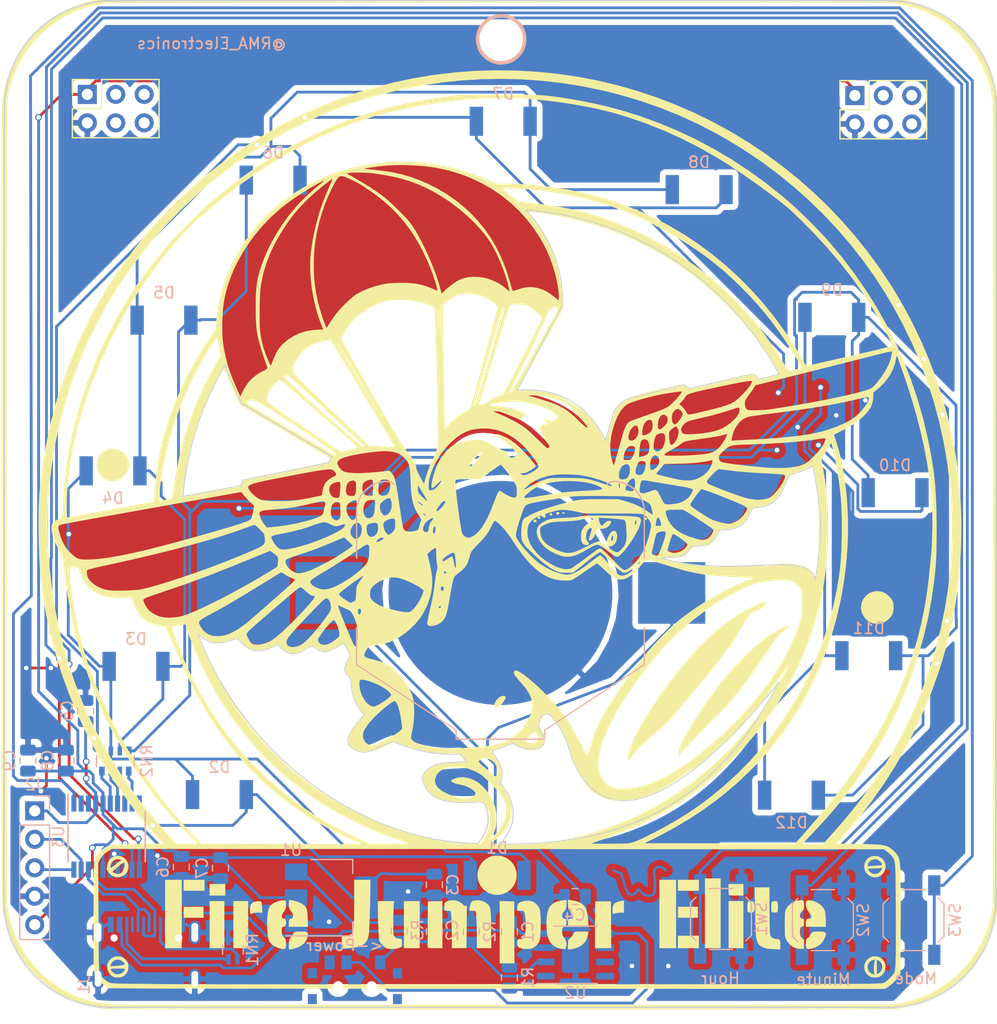
<source format=kicad_pcb>
(kicad_pcb (version 20171130) (host pcbnew 5.1.5)
  (layers (0 F.Cu signal hide) (31 B.Cu signal) (34 B.Paste user) (35 F.Paste user) (36 B.SilkS user) (37 F.SilkS user hide) (38 B.Mask user) (39 F.Mask user hide) (44 Edge.Cuts user))
  (net 0 "")
  (net 1 VSS)
  (net 2 VDDA)
  (net 3 "Net-(C1-Pad1)")
  (net 4 +5V)
  (net 5 VCC)
  (net 6 NRST)
  (net 7 B)
  (net 8 A)
  (net 9 C)
  (net 10 D)
  (net 11 D-)
  (net 12 D+)
  (net 13 "Net-(J1-PadB8)")
  (net 14 "Net-(J1-PadA5)")
  (net 15 "Net-(J1-PadB5)")
  (net 16 "Net-(J1-PadA8)")
  (net 17 SWCLK)
  (net 18 SWDIO)
  (net 19 "Net-(Power->1-Pad1)")
  (net 20 "Net-(R2-Pad1)")
  (net 21 "Net-(RN2-Pad1)")
  (net 22 "Net-(RN2-Pad3)")
  (net 23 "Net-(RN2-Pad2)")
  (net 24 "Net-(RN2-Pad4)")
  (net 25 Hour)
  (net 26 Minute)
  (net 27 Mode)
  (net 28 "Net-(U2-Pad6)")
  (net 29 "Net-(U2-Pad7)")
  (net 30 "Net-(U3-Pad2)")
  (net 31 "Net-(U3-Pad3)")
  (net 32 "Net-(U3-Pad10)")
  (net 33 "Net-(U3-Pad13)")
  (net 34 "Net-(U3-Pad14)")
  (net 35 "Net-(J3-Pad3)")
  (net 36 "Net-(J3-Pad4)")
  (net 37 "Net-(J3-Pad5)")
  (net 38 "Net-(J3-Pad6)")
  (net 39 "Net-(J4-Pad6)")
  (net 40 "Net-(J4-Pad5)")
  (net 41 "Net-(J4-Pad4)")
  (net 42 "Net-(J4-Pad3)")
  (net 43 "Net-(C2-Pad2)")
  (net 44 "Net-(R3-Pad1)")
  (module NFCBuisness:W (layer B.Cu) (at 168 133 180)
    (fp_text reference Ref** hide)
    (fp_text value Val** hide)
    (fp_poly (pts (xy -1.630587 2.420899) (xy -1.447524 2.328559) (xy -1.311592 2.194757) (xy -1.304211 2.183555) (xy -1.265704 2.11344) (xy -1.244213 2.038839) (xy -1.23774 1.938094) (xy -1.244287 1.789546) (xy -1.255088 1.651) (xy -1.268682 1.442824) (xy -1.279873 1.184894) (xy -1.287394 0.912114) (xy -1.289962 0.690936) (xy -1.289221 0.458958) (xy -1.284387 0.294975) (xy -1.273305 0.182336) (xy -1.25382 0.10439) (xy -1.223775 0.044488) (xy -1.202268 0.013603) (xy -1.116398 -0.071274) (xy -1.002822 -0.111004) (xy -0.929984 -0.119227) (xy -0.68211 -0.100096) (xy -0.454281 -0.00289) (xy -0.240656 0.175182) (xy -0.185776 0.236175) (xy -0.081108 0.349759) (xy 0.009066 0.431822) (xy 0.066141 0.465547) (xy 0.068112 0.465666) (xy 0.123755 0.432548) (xy 0.197182 0.348904) (xy 0.229505 0.301607) (xy 0.376869 0.110873) (xy 0.526913 -0.003226) (xy 0.674284 -0.03902) (xy 0.813631 0.005163) (xy 0.907971 0.089777) (xy 0.988653 0.198585) (xy 1.058934 0.326542) (xy 1.126082 0.490779) (xy 1.197364 0.708426) (xy 1.255985 0.910166) (xy 1.31545 1.12099) (xy 1.377683 1.340443) (xy 1.431333 1.528529) (xy 1.442246 1.566558) (xy 1.521416 1.84195) (xy 1.949565 2.005418) (xy 2.167567 2.084028) (xy 2.315998 2.126297) (xy 2.401001 2.133773) (xy 2.422145 2.124455) (xy 2.452677 2.065526) (xy 2.41974 2.005855) (xy 2.317286 1.940366) (xy 2.13927 1.863979) (xy 2.089887 1.8454) (xy 1.930263 1.78316) (xy 1.799296 1.726134) (xy 1.71927 1.684217) (xy 1.708527 1.676067) (xy 1.680315 1.619963) (xy 1.636526 1.498254) (xy 1.582553 1.327363) (xy 1.52379 1.123712) (xy 1.507251 1.063196) (xy 1.396737 0.68139) (xy 1.290651 0.376432) (xy 1.184846 0.140938) (xy 1.075173 -0.032475) (xy 0.957485 -0.15119) (xy 0.827635 -0.222591) (xy 0.776069 -0.238398) (xy 0.602379 -0.241191) (xy 0.418574 -0.174646) (xy 0.246259 -0.047924) (xy 0.192569 0.009056) (xy 0.041511 0.185533) (xy -0.128458 0.008645) (xy -0.312966 -0.157866) (xy -0.496288 -0.260737) (xy -0.709082 -0.314778) (xy -0.823587 -0.327186) (xy -0.981029 -0.333485) (xy -1.090094 -0.317957) (xy -1.185756 -0.27362) (xy -1.227666 -0.246552) (xy -1.355913 -0.118677) (xy -1.447302 0.068507) (xy -1.502345 0.318683) (xy -1.521551 0.635539) (xy -1.505431 1.022758) (xy -1.460818 1.436924) (xy -1.432055 1.688127) (xy -1.424811 1.871541) (xy -1.442863 2.002167) (xy -1.489991 2.095003) (xy -1.569973 2.165049) (xy -1.656298 2.212878) (xy -1.801342 2.257899) (xy -1.939703 2.239415) (xy -2.087459 2.15265) (xy -2.203421 2.05035) (xy -2.298884 1.96489) (xy -2.361491 1.934189) (xy -2.413708 1.94891) (xy -2.426473 1.957639) (xy -2.473927 2.002339) (xy -2.467648 2.051331) (xy -2.429475 2.110518) (xy -2.32004 2.223928) (xy -2.167499 2.330713) (xy -2.002595 2.413218) (xy -1.856072 2.453788) (xy -1.829026 2.455333) (xy -1.630587 2.420899)) (layer B.Cu) (width 0.01))
  )
  (module Dragos:T776-ReverseMountLED (layer B.Cu) (at 155.3 131.4)
    (fp_text reference D1 (at 0 -2.45) (layer B.SilkS) (effects (justify mirror)))
    (fp_text value LED_ALT)
    (pad 1 smd rect (at 2.4 0) (size 1.2 2.6) (layers B.Cu B.Paste B.Mask) (net 7 B))
    (pad 2 smd rect (at -2.4 0) (size 1.2 2.6) (layers B.Cu B.Paste B.Mask) (net 8 A))
    (pad 3 smd circle (at 0 0) (size 3.5 3.5) (layers F.SilkS B.Mask))
  )
  (module "FJE Badge:F.Cu_g33" (layer F.Cu) (at 155.2 96.5)
    (fp_text reference G*** hide)
    (fp_text value LOGO hide)
    (fp_poly (pts (xy 15.546613 32.518365) (xy 17.142251 32.518499) (xy 18.661243 32.518747) (xy 20.104482 32.519109) (xy 21.472858 32.519586) (xy 22.767263 32.520178) (xy 23.988587 32.520888) (xy 25.137723 32.521715) (xy 26.215561 32.52266) (xy 27.222993 32.523725) (xy 28.160909 32.52491) (xy 29.030203 32.526216) (xy 29.831763 32.527644) (xy 30.566482 32.529195) (xy 31.235252 32.53087) (xy 31.838962 32.532669) (xy 32.378506 32.534594) (xy 32.854773 32.536645) (xy 33.268655 32.538823) (xy 33.621044 32.54113) (xy 33.91283 32.543565) (xy 34.144905 32.546131) (xy 34.318161 32.548827) (xy 34.433488 32.551654) (xy 34.491777 32.554615) (xy 34.496953 32.55527) (xy 34.848469 32.654216) (xy 35.151975 32.820535) (xy 35.401711 33.048747) (xy 35.591919 33.333368) (xy 35.716841 33.668919) (xy 35.731031 33.729983) (xy 35.738362 33.808491) (xy 35.744804 33.970377) (xy 35.75035 34.214357) (xy 35.754991 34.539148) (xy 35.758721 34.943466) (xy 35.76153 35.426027) (xy 35.763411 35.985548) (xy 35.764355 36.620743) (xy 35.764356 37.33033) (xy 35.763404 38.113025) (xy 35.762142 38.713833) (xy 35.7505 43.4975) (xy 35.631934 43.7515) (xy 35.452949 44.04563) (xy 35.216515 44.297819) (xy 34.946166 44.485313) (xy 34.7345 44.598166) (xy 0.148166 44.606598) (xy -34.438167 44.615031) (xy -34.670538 44.525781) (xy -34.908369 44.397067) (xy -35.134502 44.207759) (xy -35.325914 43.981166) (xy -35.459584 43.7406) (xy -35.468449 43.717849) (xy -35.56 43.473157) (xy -35.56 35.348333) (xy -29.506334 35.348333) (xy -29.506334 41.359666) (xy -28.109334 41.359666) (xy -28.109334 37.761333) (xy -27.855334 37.761333) (xy -27.855334 38.650333) (xy -26.162 38.650333) (xy -26.162 37.761333) (xy -27.855334 37.761333) (xy -28.109334 37.761333) (xy -28.109334 37.253333) (xy -25.527 37.253333) (xy -25.527 41.359666) (xy -24.299334 41.359666) (xy -24.299334 37.253333) (xy -23.410334 37.253333) (xy -23.410334 41.359666) (xy -22.182667 41.359666) (xy -22.182667 39.325972) (xy -20.398339 39.325972) (xy -20.390071 39.67558) (xy -20.36906 40.006145) (xy -20.335175 40.300525) (xy -20.288283 40.541576) (xy -20.27395 40.593381) (xy -20.178751 40.794337) (xy -20.026399 40.988237) (xy -19.841581 41.146326) (xy -19.75503 41.1978) (xy -19.517353 41.306454) (xy -19.295291 41.38463) (xy -19.101527 41.429887) (xy -18.948743 41.439786) (xy -18.849621 41.411885) (xy -18.821696 41.37737) (xy -18.808711 41.302825) (xy -18.805801 41.261646) (xy -18.454273 41.261646) (xy -18.449136 41.402581) (xy -18.435648 41.477694) (xy -18.426696 41.486666) (xy -18.36876 41.476764) (xy -18.251955 41.450543) (xy -18.099292 41.413228) (xy -18.065365 41.404608) (xy -17.762429 41.31257) (xy -17.518758 41.202562) (xy -17.309129 41.062119) (xy -17.221117 40.987416) (xy -17.086401 40.83807) (xy -17.023281 40.73761) (xy -13.716665 40.73761) (xy -13.716 40.896571) (xy -13.716 41.40553) (xy -13.387917 41.38046) (xy -13.176301 41.362267) (xy -12.932267 41.338305) (xy -12.707366 41.313648) (xy -12.7 41.312778) (xy -12.32598 41.239558) (xy -12.012075 41.113897) (xy -11.749222 40.932167) (xy -11.749091 40.932052) (xy -11.615446 40.789798) (xy -11.517098 40.621113) (xy -11.446465 40.407941) (xy -11.39596 40.132227) (xy -11.388232 40.073049) (xy -11.377306 39.949501) (xy -11.36538 39.752152) (xy -11.352781 39.491855) (xy -11.339838 39.179464) (xy -11.326878 38.825833) (xy -11.314228 38.441816) (xy -11.302216 38.038268) (xy -11.291169 37.626043) (xy -11.282304 37.253333) (xy -10.498667 37.253333) (xy -10.497175 38.025916) (xy -10.494628 38.328007) (xy -10.488498 38.683152) (xy -10.479519 39.059851) (xy -10.468422 39.426603) (xy -10.458393 39.694532) (xy -10.444156 40.009274) (xy -10.430052 40.252062) (xy -10.414675 40.435595) (xy -10.39662 40.572573) (xy -10.374484 40.675692) (xy -10.34686 40.757654) (xy -10.338639 40.776989) (xy -10.210702 40.985852) (xy -10.028713 41.180515) (xy -9.821885 41.33143) (xy -9.757834 41.364461) (xy -9.578102 41.417061) (xy -9.348444 41.441147) (xy -9.098818 41.436254) (xy -8.859182 41.401916) (xy -8.772652 41.379777) (xy -8.600208 41.319696) (xy -8.495711 41.250854) (xy -8.444122 41.151991) (xy -8.430401 41.001845) (xy -8.433093 40.899735) (xy -8.4455 40.618833) (xy -8.710231 40.593511) (xy -8.845382 40.576173) (xy -8.955843 40.547289) (xy -9.043836 40.499021) (xy -9.111585 40.423526) (xy -9.161312 40.312966) (xy -9.19524 40.1595) (xy -9.215593 39.955287) (xy -9.224594 39.692487) (xy -9.224465 39.363261) (xy -9.21743 38.959767) (xy -9.214145 38.8163) (xy -9.20583 38.498908) (xy -9.196481 38.199585) (xy -9.186632 37.931671) (xy -9.176816 37.708507) (xy -9.167567 37.543432) (xy -9.159485 37.450265) (xy -9.132492 37.253333) (xy -8.170334 37.253333) (xy -8.170334 41.359666) (xy -6.858 41.359666) (xy -6.858 37.253333) (xy -6.053667 37.253333) (xy -6.053667 41.359666) (xy -4.826 41.359666) (xy -4.826 37.658544) (xy -4.56581 37.658544) (xy -4.563564 37.724705) (xy -4.550834 37.994166) (xy -4.310934 38.006757) (xy -4.148659 38.026605) (xy -4.041888 38.063414) (xy -4.019023 38.082018) (xy -3.989196 38.161927) (xy -3.963206 38.323058) (xy -3.941242 38.562047) (xy -3.923493 38.875527) (xy -3.910149 39.260133) (xy -3.901397 39.712501) (xy -3.897428 40.229263) (xy -3.897378 40.248416) (xy -3.894667 41.359666) (xy -2.678728 41.359666) (xy -2.651513 39.676916) (xy -2.644858 39.300992) (xy -2.637477 38.946193) (xy -2.629663 38.622691) (xy -2.62171 38.340653) (xy -2.613909 38.110249) (xy -2.610441 38.030731) (xy -2.307167 38.030731) (xy -2.0955 38.020753) (xy -1.980085 38.016801) (xy -1.89168 38.023848) (xy -1.826148 38.051824) (xy -1.779354 38.110659) (xy -1.747161 38.210283) (xy -1.725433 38.360625) (xy -1.710034 38.571616) (xy -1.696828 38.853184) (xy -1.691073 38.99166) (xy -1.679052 39.322486) (xy -1.668489 39.68878) (xy -1.660141 40.058292) (xy -1.654763 40.398769) (xy -1.653155 40.60825) (xy -1.651 41.359666) (xy -0.465667 41.359666) (xy -0.465667 39.944563) (xy -0.46742 39.435334) (xy -0.473589 39.003271) (xy -0.485543 38.640925) (xy -0.50465 38.34085) (xy -0.532278 38.095599) (xy -0.569794 37.897726) (xy -0.618567 37.739782) (xy -0.679965 37.614321) (xy -0.755355 37.513897) (xy -0.846105 37.431062) (xy -0.939101 37.367209) (xy -1.1711 37.261453) (xy -1.204468 37.253333) (xy 0.381 37.253333) (xy 0.381 42.714333) (xy 1.608666 42.714333) (xy 1.608666 40.882248) (xy 1.919754 40.882248) (xy 1.924771 41.031851) (xy 1.953762 41.171301) (xy 2.002259 41.266675) (xy 2.011566 41.275608) (xy 2.153122 41.351655) (xy 2.352819 41.405017) (xy 2.5867 41.433713) (xy 2.830808 41.435761) (xy 3.061186 41.409177) (xy 3.197719 41.373755) (xy 3.38668 41.278257) (xy 3.571487 41.13203) (xy 3.728101 40.958386) (xy 3.83248 40.780639) (xy 3.845236 40.745833) (xy 3.872029 40.62175) (xy 3.897207 40.429648) (xy 3.919848 40.186172) (xy 3.93903 39.907968) (xy 3.953831 39.611681) (xy 3.96333 39.313955) (xy 3.963449 39.30362) (xy 4.543337 39.30362) (xy 4.567459 39.708666) (xy 4.624633 40.105359) (xy 4.700547 40.429553) (xy 4.799736 40.692214) (xy 4.926734 40.904308) (xy 5.086073 41.076802) (xy 5.157129 41.135075) (xy 5.341321 41.247486) (xy 5.563712 41.341984) (xy 5.791925 41.407538) (xy 5.993585 41.433117) (xy 6.029682 41.432369) (xy 6.141593 41.417745) (xy 6.198977 41.376799) (xy 6.229904 41.296279) (xy 6.24564 41.13286) (xy 6.478548 41.13286) (xy 6.479578 41.283264) (xy 6.488457 41.405471) (xy 6.505326 41.476966) (xy 6.516565 41.486666) (xy 6.574921 41.478452) (xy 6.69195 41.456797) (xy 6.843577 41.426186) (xy 6.861261 41.42248) (xy 7.241027 41.317242) (xy 7.548905 41.173728) (xy 7.790999 40.986611) (xy 7.973413 40.750565) (xy 8.102252 40.460262) (xy 8.146697 40.30076) (xy 8.179746 40.156451) (xy 8.203286 40.045887) (xy 8.21204 39.994416) (xy 8.173241 39.980112) (xy 8.06877 39.970252) (xy 7.917499 39.964693) (xy 7.738299 39.963293) (xy 7.55004 39.965909) (xy 7.371594 39.972398) (xy 7.221832 39.98262) (xy 7.119624 39.99643) (xy 7.096527 40.002834) (xy 7.001201 40.077357) (xy 6.914633 40.215807) (xy 6.907642 40.231169) (xy 6.828442 40.367899) (xy 6.729423 40.485633) (xy 6.694877 40.515102) (xy 6.59469 40.614549) (xy 6.524761 40.728033) (xy 6.521173 40.737584) (xy 6.499484 40.837507) (xy 6.485229 40.976769) (xy 6.478548 41.13286) (xy 6.24564 41.13286) (xy 6.25235 41.063183) (xy 6.209362 40.816795) (xy 6.107704 40.588057) (xy 6.059896 40.51839) (xy 5.935592 40.312055) (xy 5.880573 40.110833) (xy 5.867269 39.94374) (xy 5.869492 39.774418) (xy 5.885041 39.625049) (xy 5.911714 39.517814) (xy 5.943592 39.475606) (xy 6.018207 39.456531) (xy 6.100945 39.437644) (xy 6.191201 39.378025) (xy 6.239894 39.255417) (xy 6.243376 39.08253) (xy 6.229092 38.991085) (xy 6.188361 38.883947) (xy 6.103703 38.821752) (xy 6.055778 38.803848) (xy 5.934444 38.725995) (xy 5.870497 38.60196) (xy 5.863905 38.447781) (xy 5.914634 38.279498) (xy 6.022651 38.113148) (xy 6.057278 38.075107) (xy 6.161512 37.929527) (xy 6.227393 37.740489) (xy 6.259157 37.493192) (xy 6.261341 37.423237) (xy 6.477 37.423237) (xy 6.483788 37.667794) (xy 6.50591 37.839486) (xy 6.546002 37.949158) (xy 6.6067 38.007655) (xy 6.620537 38.013786) (xy 6.718306 38.072092) (xy 6.787941 38.134672) (xy 6.853973 38.234969) (xy 6.919562 38.374707) (xy 6.968006 38.514294) (xy 6.983141 38.597416) (xy 6.949495 38.681825) (xy 6.862773 38.761039) (xy 6.752662 38.811993) (xy 6.697133 38.819666) (xy 6.588512 38.835379) (xy 6.521204 38.891867) (xy 6.486829 39.003152) (xy 6.477003 39.183257) (xy 6.477 39.187966) (xy 6.477 39.454666) (xy 8.216543 39.454666) (xy 8.189973 39.02075) (xy 8.15158 38.586731) (xy 8.090609 38.227824) (xy 8.001258 37.936151) (xy 7.877729 37.703837) (xy 7.714219 37.523005) (xy 7.50493 37.385778) (xy 7.244061 37.284281) (xy 7.110321 37.253333) (xy 8.89 37.253333) (xy 8.89 41.359666) (xy 10.244666 41.359666) (xy 10.244666 37.979217) (xy 10.457024 37.979217) (xy 10.459297 38.12864) (xy 10.47657 38.245081) (xy 10.508116 38.306921) (xy 10.522049 38.311666) (xy 10.561702 38.294305) (xy 10.645438 38.252142) (xy 10.652577 38.248427) (xy 10.779201 38.209614) (xy 10.965807 38.188111) (xy 11.08075 38.184927) (xy 11.387666 38.184666) (xy 11.387666 37.697833) (xy 11.383796 37.455647) (xy 11.372106 37.29656) (xy 11.352481 37.219354) (xy 11.34086 37.211) (xy 11.23171 37.226446) (xy 11.077244 37.26599) (xy 10.909417 37.319441) (xy 10.760182 37.37661) (xy 10.661494 37.427303) (xy 10.660562 37.427962) (xy 10.566158 37.530628) (xy 10.501369 37.664449) (xy 10.500388 37.667907) (xy 10.470479 37.818433) (xy 10.457024 37.979217) (xy 10.244666 37.979217) (xy 10.244666 37.253333) (xy 8.89 37.253333) (xy 7.110321 37.253333) (xy 6.925812 37.210637) (xy 6.847203 37.19734) (xy 6.477 37.138059) (xy 6.477 37.423237) (xy 6.261341 37.423237) (xy 6.263489 37.354446) (xy 6.265333 37.138059) (xy 5.898538 37.196794) (xy 5.532867 37.277348) (xy 5.238863 37.394115) (xy 5.008811 37.553869) (xy 4.834992 37.763387) (xy 4.709691 38.029443) (xy 4.635431 38.305781) (xy 4.563826 38.799685) (xy 4.543337 39.30362) (xy 3.963449 39.30362) (xy 3.966605 39.031436) (xy 3.962733 38.780768) (xy 3.958951 38.692666) (xy 3.934547 38.369781) (xy 3.896913 38.115188) (xy 3.841642 37.912974) (xy 3.764327 37.747225) (xy 3.660561 37.602029) (xy 3.655167 37.595686) (xy 3.431952 37.396759) (xy 3.168076 37.269055) (xy 2.871644 37.214584) (xy 2.550761 37.235359) (xy 2.37328 37.277645) (xy 2.170188 37.355573) (xy 2.039504 37.454298) (xy 1.969231 37.587986) (xy 1.947371 37.770805) (xy 1.947333 37.780575) (xy 1.947333 38.015333) (xy 2.221524 38.015333) (xy 2.374986 38.018999) (xy 2.468271 38.034805) (xy 2.525724 38.069966) (xy 2.561768 38.116144) (xy 2.60834 38.232822) (xy 2.646752 38.42056) (xy 2.675834 38.666038) (xy 2.694419 38.955939) (xy 2.701336 39.276945) (xy 2.695416 39.615737) (xy 2.694812 39.631627) (xy 2.677849 39.953068) (xy 2.651936 40.199475) (xy 2.612227 40.380378) (xy 2.553872 40.50531) (xy 2.472022 40.583803) (xy 2.36183 40.625389) (xy 2.218447 40.6396) (xy 2.181901 40.64) (xy 2.058725 40.645982) (xy 1.991427 40.673184) (xy 1.951537 40.73549) (xy 1.94318 40.756416) (xy 1.919754 40.882248) (xy 1.608666 40.882248) (xy 1.608666 37.253333) (xy 0.381 37.253333) (xy -1.204468 37.253333) (xy -1.443391 37.195193) (xy -1.718179 37.175369) (xy -1.890219 37.192537) (xy -2.018948 37.224561) (xy -2.098245 37.274118) (xy -2.161348 37.366718) (xy -2.190068 37.422666) (xy -2.251564 37.587501) (xy -2.290781 37.768903) (xy -2.295901 37.821949) (xy -2.307167 38.030731) (xy -2.610441 38.030731) (xy -2.606555 37.941648) (xy -2.599938 37.84502) (xy -2.598448 37.833388) (xy -2.585201 37.730157) (xy -2.599928 37.690302) (xy -2.656034 37.693797) (xy -2.686861 37.701288) (xy -2.759924 37.708237) (xy -2.832003 37.680907) (xy -2.924938 37.607896) (xy -2.998646 37.538535) (xy -3.128658 37.423397) (xy -3.260721 37.323512) (xy -3.342421 37.273481) (xy -3.543749 37.206629) (xy -3.786107 37.177336) (xy -4.033774 37.187427) (xy -4.222551 37.228585) (xy -4.397528 37.298173) (xy -4.503234 37.378728) (xy -4.554414 37.491702) (xy -4.56581 37.658544) (xy -4.826 37.658544) (xy -4.826 37.253333) (xy -6.053667 37.253333) (xy -6.858 37.253333) (xy -8.170334 37.253333) (xy -9.132492 37.253333) (xy -10.498667 37.253333) (xy -11.282304 37.253333) (xy -11.281415 37.215995) (xy -11.273282 36.818977) (xy -11.267096 36.445845) (xy -11.263186 36.107451) (xy -11.261955 35.888083) (xy -11.260667 35.348333) (xy -12.615334 35.348333) (xy -12.617862 37.009916) (xy -12.619344 37.407587) (xy -12.622447 37.804848) (xy -12.626943 38.187593) (xy -12.63261 38.541716) (xy -12.639221 38.853111) (xy -12.646553 39.107671) (xy -12.654164 39.287392) (xy -12.674665 39.598655) (xy -12.702279 39.836288) (xy -12.744038 40.011326) (xy -12.806974 40.134805) (xy -12.898121 40.217761) (xy -13.024513 40.271229) (xy -13.19318 40.306247) (xy -13.313834 40.322535) (xy -13.481061 40.341762) (xy -13.59442 40.361227) (xy -13.664286 40.395737) (xy -13.701033 40.460099) (xy -13.715035 40.569121) (xy -13.716665 40.73761) (xy -17.023281 40.73761) (xy -16.976774 40.663592) (xy -16.897122 40.480476) (xy -16.852331 40.305215) (xy -16.847286 40.154305) (xy -16.886873 40.04424) (xy -16.930551 40.006489) (xy -17.013444 39.98593) (xy -17.157276 39.972031) (xy -17.338575 39.96485) (xy -17.53387 39.964444) (xy -17.719691 39.970869) (xy -17.872567 39.984185) (xy -17.967745 40.003952) (xy -18.055248 40.066923) (xy -18.076334 40.153064) (xy -18.11014 40.25982) (xy -18.205601 40.39824) (xy -18.254923 40.454637) (xy -18.433511 40.648383) (xy -18.450346 41.067525) (xy -18.454273 41.261646) (xy -18.805801 41.261646) (xy -18.799472 41.172093) (xy -18.796 41.015435) (xy -18.813233 40.775283) (xy -18.86293 40.594392) (xy -18.942092 40.481566) (xy -18.986846 40.455225) (xy -19.062483 40.385252) (xy -19.123545 40.250073) (xy -19.163774 40.068742) (xy -19.177 39.876576) (xy -19.165268 39.670136) (xy -19.127576 39.536942) (xy -19.060181 39.468542) (xy -18.990195 39.454666) (xy -18.887821 39.432102) (xy -18.827191 39.357414) (xy -18.802966 39.22011) (xy -18.804365 39.089387) (xy -18.813938 38.951224) (xy -18.832833 38.874916) (xy -18.873957 38.837727) (xy -18.950219 38.81692) (xy -18.960223 38.814876) (xy -19.068833 38.779309) (xy -19.139215 38.732235) (xy -19.141877 38.728644) (xy -19.166954 38.631077) (xy -19.156706 38.493375) (xy -19.117165 38.34928) (xy -19.054362 38.232536) (xy -19.052872 38.230665) (xy -18.937306 38.080623) (xy -18.866148 37.963201) (xy -18.827244 37.848014) (xy -18.808438 37.704683) (xy -18.802339 37.604445) (xy -18.801431 37.462244) (xy -18.457334 37.462244) (xy -18.446756 37.69435) (xy -18.410139 37.86511) (xy -18.340152 37.995749) (xy -18.236597 38.101597) (xy -18.158704 38.178609) (xy -18.114832 38.264804) (xy -18.091582 38.391796) (xy -18.085258 38.458624) (xy -18.085519 38.639026) (xy -18.126641 38.752289) (xy -18.21506 38.808623) (xy -18.312729 38.819666) (xy -18.382908 38.834515) (xy -18.426806 38.888575) (xy -18.44979 38.996117) (xy -18.457227 39.171412) (xy -18.457334 39.204129) (xy -18.457334 39.454666) (xy -16.837503 39.454666) (xy -16.860585 38.787916) (xy -16.871574 38.54577) (xy -16.886507 38.321866) (xy -16.903766 38.135222) (xy -16.921735 38.004856) (xy -16.930339 37.967188) (xy -17.004369 37.826373) (xy -17.135982 37.671498) (xy -17.305135 37.522308) (xy -17.491783 37.398545) (xy -17.52628 37.38019) (xy -17.673071 37.320428) (xy -17.867005 37.261044) (xy -18.074227 37.210576) (xy -18.260884 37.177562) (xy -18.362084 37.169401) (xy -18.412107 37.174883) (xy -18.440653 37.204557) (xy -18.453702 37.276811) (xy -18.457235 37.410034) (xy -18.457334 37.462244) (xy -18.801431 37.462244) (xy -18.801093 37.409322) (xy -18.826474 37.274579) (xy -18.887798 37.195731) (xy -18.99438 37.168291) (xy -19.155539 37.187774) (xy -19.380591 37.249693) (xy -19.475471 37.280326) (xy -19.781921 37.411307) (xy -20.023565 37.578256) (xy -20.1938 37.775975) (xy -20.25316 37.892328) (xy -20.306625 38.079993) (xy -20.348008 38.334333) (xy -20.377176 38.638206) (xy -20.393997 38.974467) (xy -20.398339 39.325972) (xy -22.182667 39.325972) (xy -22.182667 38.11642) (xy -21.92697 38.11642) (xy -21.926206 38.239991) (xy -21.920431 38.305833) (xy -21.917014 38.311666) (xy -21.868506 38.296841) (xy -21.773472 38.260039) (xy -21.744697 38.248166) (xy -21.603143 38.211171) (xy -21.403641 38.18926) (xy -21.248199 38.184666) (xy -20.903679 38.184666) (xy -20.932367 37.793083) (xy -20.949396 37.571571) (xy -20.966261 37.420858) (xy -20.989097 37.327312) (xy -21.024037 37.277301) (xy -21.077212 37.25719) (xy -21.154757 37.253349) (xy -21.175192 37.253333) (xy -21.436004 37.283786) (xy -21.656564 37.370948) (xy -21.788979 37.473827) (xy -21.848207 37.543382) (xy -21.885142 37.616364) (xy -21.906347 37.716424) (xy -21.918388 37.867215) (xy -21.922428 37.95459) (xy -21.92697 38.11642) (xy -22.182667 38.11642) (xy -22.182667 37.253333) (xy -23.410334 37.253333) (xy -24.299334 37.253333) (xy -25.527 37.253333) (xy -28.109334 37.253333) (xy -28.109334 35.348333) (xy -27.855334 35.348333) (xy -27.855334 36.279666) (xy -26.077334 36.279666) (xy -26.077334 35.729333) (xy -25.527 35.729333) (xy -25.527 36.660666) (xy -24.214667 36.660666) (xy -24.214667 35.729333) (xy -25.527 35.729333) (xy -26.077334 35.729333) (xy -26.077334 35.348333) (xy -27.855334 35.348333) (xy -28.109334 35.348333) (xy -29.506334 35.348333) (xy -35.56 35.348333) (xy -35.56 35.025889) (xy -1.624838 35.025889) (xy -1.613014 35.107344) (xy -1.508669 35.474211) (xy -1.335708 35.805811) (xy -1.102857 36.091927) (xy -0.818843 36.322342) (xy -0.492391 36.486837) (xy -0.411225 36.514584) (xy -0.164265 36.563129) (xy 0.118732 36.573997) (xy 0.402127 36.548551) (xy 0.650277 36.488155) (xy 0.691516 36.472424) (xy 1.04849 36.286892) (xy 1.337534 36.051312) (xy 1.559877 35.764475) (xy 1.694877 35.486004) (xy 1.731025 35.348333) (xy 14.647333 35.348333) (xy 14.647333 41.359666) (xy 16.044333 41.359666) (xy 16.044333 40.343666) (xy 16.298333 40.343666) (xy 16.298333 41.359666) (xy 18.076333 41.359666) (xy 18.076333 40.343666) (xy 16.298333 40.343666) (xy 16.044333 40.343666) (xy 16.044333 37.761333) (xy 16.298333 37.761333) (xy 16.298333 38.650333) (xy 17.991666 38.650333) (xy 17.991666 37.761333) (xy 16.298333 37.761333) (xy 16.044333 37.761333) (xy 16.044333 35.348333) (xy 16.298333 35.348333) (xy 16.298333 36.279666) (xy 18.076333 36.279666) (xy 18.076333 35.348333) (xy 16.298333 35.348333) (xy 16.044333 35.348333) (xy 14.647333 35.348333) (xy 1.731025 35.348333) (xy 1.764372 35.221333) (xy 18.711333 35.221333) (xy 18.711333 41.359666) (xy 20.023666 41.359666) (xy 20.023666 37.253333) (xy 20.828 37.253333) (xy 20.828 41.359666) (xy 22.055666 41.359666) (xy 22.055666 37.803699) (xy 22.482764 37.803699) (xy 22.492236 37.955869) (xy 22.516714 38.06825) (xy 22.556445 38.14255) (xy 22.61867 38.176286) (xy 22.733115 38.18464) (xy 22.744652 38.184666) (xy 22.869699 38.173557) (xy 22.961542 38.145758) (xy 22.978533 38.133866) (xy 23.004767 38.065131) (xy 23.021747 37.937474) (xy 23.029472 37.776133) (xy 23.027942 37.606346) (xy 23.017157 37.45335) (xy 22.997117 37.342382) (xy 22.978533 37.304133) (xy 22.897595 37.268501) (xy 22.77405 37.255314) (xy 22.647181 37.265514) (xy 22.564596 37.294196) (xy 22.529249 37.357076) (xy 22.502806 37.479493) (xy 22.486799 37.636637) (xy 22.482764 37.803699) (xy 22.055666 37.803699) (xy 22.055666 37.253333) (xy 20.828 37.253333) (xy 20.023666 37.253333) (xy 20.023666 35.729333) (xy 20.828 35.729333) (xy 20.828 36.660666) (xy 22.055666 36.660666) (xy 22.055666 36.025666) (xy 23.156333 36.025666) (xy 23.158 36.396083) (xy 23.16051 36.689788) (xy 23.165395 37.02435) (xy 23.172331 37.38934) (xy 23.180993 37.774329) (xy 23.191055 38.168888) (xy 23.202194 38.562586) (xy 23.214084 38.944995) (xy 23.2264 39.305686) (xy 23.238819 39.634229) (xy 23.251014 39.920194) (xy 23.262662 40.153153) (xy 23.273437 40.322676) (xy 23.283014 40.418334) (xy 23.283318 40.420183) (xy 23.339338 40.673234) (xy 23.419437 40.882648) (xy 23.531303 41.052679) (xy 23.682625 41.187581) (xy 23.88109 41.291609) (xy 24.134387 41.369018) (xy 24.450204 41.424061) (xy 24.836228 41.460995) (xy 25.198916 41.480288) (xy 25.357666 41.486666) (xy 25.357666 41.11085) (xy 25.351056 40.887401) (xy 25.331268 40.746639) (xy 25.30475 40.692871) (xy 25.233677 40.66459) (xy 25.112447 40.64009) (xy 25.039771 40.63138) (xy 24.809269 40.590461) (xy 24.642679 40.510781) (xy 24.524828 40.383812) (xy 24.490218 40.3225) (xy 24.470894 40.280151) (xy 24.45467 40.232373) (xy 24.441207 40.171572) (xy 24.430167 40.090156) (xy 24.421211 39.98053) (xy 24.414001 39.835103) (xy 24.408199 39.646281) (xy 24.403465 39.40647) (xy 24.399461 39.108078) (xy 24.39786 38.946363) (xy 25.828328 38.946363) (xy 25.831436 39.334073) (xy 25.833397 39.440638) (xy 25.842193 39.787384) (xy 25.855401 40.062756) (xy 25.876358 40.280041) (xy 25.908401 40.452526) (xy 25.954865 40.593497) (xy 26.019089 40.71624) (xy 26.104407 40.834042) (xy 26.214157 40.960189) (xy 26.21531 40.961451) (xy 26.445299 41.176649) (xy 26.682504 41.32063) (xy 26.912759 41.398272) (xy 27.082349 41.427843) (xy 27.244029 41.438513) (xy 27.374467 41.430385) (xy 27.450329 41.40356) (xy 27.456929 41.395912) (xy 27.470985 41.332325) (xy 27.480511 41.20908) (xy 27.483703 41.051143) (xy 27.48354 41.027521) (xy 27.483087 41.006078) (xy 27.728333 41.006078) (xy 27.737345 41.209451) (xy 27.771431 41.345937) (xy 27.841163 41.421778) (xy 27.957114 41.443218) (xy 28.129856 41.416497) (xy 28.328919 41.360679) (xy 28.620354 41.24366) (xy 28.875213 41.088608) (xy 29.071776 40.909251) (xy 29.101788 40.872187) (xy 29.205376 40.715409) (xy 29.300318 40.535299) (xy 29.374628 40.358472) (xy 29.416324 40.211545) (xy 29.421253 40.162702) (xy 29.406198 40.083086) (xy 29.353095 40.02678) (xy 29.251008 39.990301) (xy 29.089004 39.970164) (xy 28.856148 39.962887) (xy 28.79333 39.962666) (xy 28.564065 39.967807) (xy 28.401495 39.988702) (xy 28.287988 40.033556) (xy 28.205909 40.110575) (xy 28.137624 40.227966) (xy 28.114375 40.278628) (xy 28.020832 40.43152) (xy 27.907393 40.529134) (xy 27.906506 40.529595) (xy 27.82046 40.583412) (xy 27.767349 40.649869) (xy 27.739505 40.749478) (xy 27.729256 40.902753) (xy 27.728333 41.006078) (xy 27.483087 41.006078) (xy 27.480068 40.863337) (xy 27.467472 40.757259) (xy 27.436199 40.682731) (xy 27.376696 40.613193) (xy 27.312869 40.55302) (xy 27.222717 40.463579) (xy 27.169596 40.383891) (xy 27.140555 40.283933) (xy 27.12264 40.13368) (xy 27.120245 40.106494) (xy 27.111689 39.927666) (xy 27.114812 39.755784) (xy 27.126406 39.645166) (xy 27.156437 39.532579) (xy 27.203806 39.479534) (xy 27.270653 39.462737) (xy 27.38416 39.428172) (xy 27.450759 39.345117) (xy 27.482854 39.221833) (xy 27.484267 39.187966) (xy 27.728333 39.187966) (xy 27.728333 39.454666) (xy 29.429605 39.454666) (xy 29.414198 38.851416) (xy 29.400183 38.537502) (xy 29.372698 38.290837) (xy 29.326519 38.094404) (xy 29.256421 37.931187) (xy 29.157179 37.784171) (xy 29.04916 37.662496) (xy 28.893774 37.529673) (xy 28.703502 37.409551) (xy 28.494788 37.307867) (xy 28.284075 37.230357) (xy 28.087805 37.182756) (xy 27.922424 37.170801) (xy 27.804373 37.200228) (xy 27.779133 37.219466) (xy 27.745873 37.298325) (xy 27.730742 37.431779) (xy 27.734239 37.591609) (xy 27.756867 37.749599) (xy 27.768866 37.797388) (xy 27.81966 37.912053) (xy 27.904688 38.04905) (xy 27.960825 38.123514) (xy 28.08526 38.296171) (xy 28.170741 38.45765) (xy 28.208902 38.589893) (xy 28.204797 38.650333) (xy 28.130381 38.754519) (xy 28.00435 38.813066) (xy 27.940375 38.819666) (xy 27.835356 38.836342) (xy 27.770262 38.89549) (xy 27.737217 39.010791) (xy 27.728333 39.187966) (xy 27.484267 39.187966) (xy 27.490906 39.028914) (xy 27.441355 38.894468) (xy 27.331804 38.812776) (xy 27.307753 38.803957) (xy 27.179923 38.724989) (xy 27.113748 38.601492) (xy 27.109478 38.447227) (xy 27.167361 38.275955) (xy 27.287649 38.101439) (xy 27.29486 38.093368) (xy 27.428243 37.884161) (xy 27.490315 37.63544) (xy 27.479012 37.359166) (xy 27.450524 37.189833) (xy 27.169294 37.19303) (xy 26.872189 37.235124) (xy 26.575307 37.347766) (xy 26.303016 37.520351) (xy 26.190918 37.618717) (xy 26.083172 37.735102) (xy 25.997591 37.857995) (xy 25.932066 37.998147) (xy 25.884487 38.166309) (xy 25.852744 38.373232) (xy 25.834727 38.629666) (xy 25.828328 38.946363) (xy 24.39786 38.946363) (xy 24.39585 38.743512) (xy 24.392292 38.305179) (xy 24.390674 38.089416) (xy 24.387513 37.661866) (xy 24.637861 37.661866) (xy 24.639391 37.831653) (xy 24.650176 37.984649) (xy 24.670215 38.095617) (xy 24.6888 38.133866) (xy 24.761798 38.166358) (xy 24.876508 38.181994) (xy 24.998871 38.180383) (xy 25.094828 38.161133) (xy 25.126955 38.138899) (xy 25.145902 38.065141) (xy 25.155637 37.936576) (xy 25.157 37.776578) (xy 25.150829 37.608523) (xy 25.137964 37.455788) (xy 25.119245 37.341747) (xy 25.09649 37.290335) (xy 25.002184 37.261343) (xy 24.875547 37.255744) (xy 24.756321 37.272194) (xy 24.6888 37.304133) (xy 24.662565 37.372868) (xy 24.645586 37.500525) (xy 24.637861 37.661866) (xy 24.387513 37.661866) (xy 24.375412 36.025666) (xy 23.156333 36.025666) (xy 22.055666 36.025666) (xy 22.055666 35.729333) (xy 20.828 35.729333) (xy 20.023666 35.729333) (xy 20.023666 35.221333) (xy 18.711333 35.221333) (xy 1.764372 35.221333) (xy 1.790639 35.1213) (xy 1.806668 34.757059) (xy 1.747276 34.40396) (xy 1.61678 34.072685) (xy 1.419492 33.773911) (xy 1.159726 33.518318) (xy 0.841798 33.316587) (xy 0.81283 33.302549) (xy 0.676587 33.241138) (xy 0.563106 33.201907) (xy 0.445765 33.179944) (xy 0.297945 33.170335) (xy 0.093025 33.168168) (xy 0.084666 33.168166) (xy -0.121556 33.170046) (xy -0.269331 33.178974) (xy -0.384849 33.199885) (xy -0.494302 33.237715) (xy -0.623882 33.297399) (xy -0.638119 33.304349) (xy -0.942062 33.495565) (xy -1.199701 33.742618) (xy -1.403917 34.032343) (xy -1.547591 34.351574) (xy -1.623604 34.687144) (xy -1.624838 35.025889) (xy -35.56 35.025889) (xy -35.56 33.700509) (xy -35.468449 33.455816) (xy -35.336788 33.20732) (xy -35.142142 32.973437) (xy -34.905916 32.775614) (xy -34.649522 32.635301) (xy -34.395834 32.533166) (xy -0.084667 32.521258) (xy 2.156218 32.520519) (xy 4.313327 32.519885) (xy 6.387553 32.519359) (xy 8.379785 32.518941) (xy 10.290916 32.518631) (xy 12.121837 32.518431) (xy 13.873439 32.518342) (xy 15.546613 32.518365)) (layer F.Cu) (width 0.01))
    (fp_poly (pts (xy -15.061632 10.141267) (xy -14.932889 10.217382) (xy -14.829316 10.361301) (xy -14.755536 10.565346) (xy -14.71617 10.821843) (xy -14.710834 10.971167) (xy -14.710834 11.2955) (xy -15.003483 11.724007) (xy -15.334611 12.185653) (xy -15.705811 12.663082) (xy -16.095844 13.130468) (xy -16.483474 13.561983) (xy -16.698568 13.785386) (xy -16.953917 14.034401) (xy -17.169451 14.224147) (xy -17.356818 14.362589) (xy -17.527664 14.457691) (xy -17.693637 14.517416) (xy -17.803505 14.540887) (xy -17.988057 14.569503) (xy -18.116596 14.583157) (xy -18.216236 14.582977) (xy -18.31409 14.570086) (xy -18.349077 14.563534) (xy -18.534611 14.489989) (xy -18.666476 14.360932) (xy -18.738832 14.190716) (xy -18.745835 13.993692) (xy -18.681645 13.784213) (xy -18.673199 13.76723) (xy -18.611878 13.674182) (xy -18.499937 13.53165) (xy -18.343964 13.346532) (xy -18.150542 13.125726) (xy -17.926258 12.87613) (xy -17.677696 12.604641) (xy -17.411441 12.318157) (xy -17.13408 12.023576) (xy -16.852196 11.727796) (xy -16.572376 11.437715) (xy -16.301205 11.16023) (xy -16.045268 10.902239) (xy -15.811149 10.670641) (xy -15.605435 10.472332) (xy -15.434711 10.31421) (xy -15.305561 10.203174) (xy -15.224572 10.146121) (xy -15.210924 10.14063) (xy -15.061632 10.141267)) (layer F.Cu) (width 0.01))
    (fp_poly (pts (xy -14.079762 10.778407) (xy -13.943961 10.822679) (xy -13.744109 10.90542) (xy -13.551961 10.992303) (xy -13.380874 11.069166) (xy -13.235391 11.130229) (xy -13.134417 11.167798) (xy -13.10064 11.176) (xy -13.023603 11.214216) (xy -12.928014 11.320271) (xy -12.820834 11.481271) (xy -12.709023 11.684321) (xy -12.599541 11.916528) (xy -12.499349 12.164998) (xy -12.415406 12.416838) (xy -12.398192 12.47729) (xy -12.3649 12.608812) (xy -12.341833 12.732625) (xy -12.32773 12.867149) (xy -12.321331 13.030802) (xy -12.321375 13.242003) (xy -12.326604 13.519169) (xy -12.326681 13.522459) (xy -12.33648 13.830273) (xy -12.350089 14.062618) (xy -12.368359 14.22864) (xy -12.392143 14.337484) (xy -12.405798 14.372166) (xy -12.482065 14.469645) (xy -12.575393 14.512944) (xy -12.661327 14.493567) (xy -12.685861 14.469459) (xy -12.723358 14.402157) (xy -12.787032 14.267262) (xy -12.872874 14.074618) (xy -12.97687 13.83407) (xy -13.095012 13.555463) (xy -13.223286 13.248642) (xy -13.357682 12.923451) (xy -13.494188 12.589735) (xy -13.628794 12.257338) (xy -13.757487 11.936105) (xy -13.876258 11.635881) (xy -13.981094 11.366511) (xy -14.067984 11.137839) (xy -14.132917 10.95971) (xy -14.171882 10.841968) (xy -14.181667 10.798352) (xy -14.157126 10.770874) (xy -14.079762 10.778407)) (layer F.Cu) (width 0.01))
    (fp_poly (pts (xy -14.394466 12.104857) (xy -14.309229 12.206745) (xy -14.220534 12.380602) (xy -14.12101 12.630505) (xy -14.072162 12.764841) (xy -13.979211 13.057685) (xy -13.935579 13.293544) (xy -13.944528 13.486474) (xy -14.009317 13.650533) (xy -14.133204 13.799776) (xy -14.319451 13.948259) (xy -14.351762 13.970517) (xy -14.680843 14.169364) (xy -14.986137 14.304469) (xy -15.261395 14.374089) (xy -15.500367 14.376482) (xy -15.651917 14.333159) (xy -15.776279 14.244552) (xy -15.882714 14.113933) (xy -15.948665 13.972887) (xy -15.959509 13.902479) (xy -15.933169 13.812292) (xy -15.859468 13.670011) (xy -15.746707 13.487341) (xy -15.603185 13.275987) (xy -15.437203 13.047653) (xy -15.257061 12.814044) (xy -15.07106 12.586866) (xy -14.887499 12.377823) (xy -14.848251 12.335413) (xy -14.703137 12.190215) (xy -14.584049 12.10067) (xy -14.483615 12.070858) (xy -14.394466 12.104857)) (layer F.Cu) (width 0.01))
    (fp_poly (pts (xy -17.373453 9.174262) (xy -17.232196 9.2664) (xy -17.041195 9.422445) (xy -17.030033 9.43218) (xy -16.824178 9.609189) (xy -16.66586 9.736668) (xy -16.541451 9.823629) (xy -16.437326 9.879087) (xy -16.339859 9.912056) (xy -16.28775 9.92322) (xy -16.185781 9.953566) (xy -16.138263 10.004514) (xy -16.146068 10.086448) (xy -16.210067 10.209752) (xy -16.325844 10.377592) (xy -16.581927 10.705467) (xy -16.903398 11.078775) (xy -17.286693 11.493816) (xy -17.72825 11.94689) (xy -18.224505 12.434297) (xy -18.771895 12.952336) (xy -19.070278 13.227754) (xy -19.417418 13.535579) (xy -19.723933 13.782991) (xy -20.001587 13.976089) (xy -20.262145 14.120971) (xy -20.517372 14.223736) (xy -20.779032 14.290482) (xy -21.058891 14.327307) (xy -21.209 14.336391) (xy -21.409332 14.34187) (xy -21.548766 14.336681) (xy -21.650709 14.317936) (xy -21.738573 14.282748) (xy -21.767645 14.267485) (xy -21.900445 14.17343) (xy -22.020125 14.055404) (xy -22.032847 14.03943) (xy -22.119836 13.903928) (xy -22.202148 13.739439) (xy -22.270297 13.570078) (xy -22.314799 13.419959) (xy -22.326168 13.313196) (xy -22.323785 13.299748) (xy -22.284196 13.243303) (xy -22.184128 13.136654) (xy -22.028099 12.983856) (xy -21.820626 12.788964) (xy -21.566227 12.55603) (xy -21.26942 12.289109) (xy -20.934724 11.992256) (xy -20.566655 11.669523) (xy -20.169732 11.324965) (xy -19.748472 10.962637) (xy -19.307394 10.586591) (xy -19.177 10.476042) (xy -18.808179 10.164364) (xy -18.497931 9.903761) (xy -18.240764 9.689954) (xy -18.031187 9.518661) (xy -17.86371 9.385603) (xy -17.732841 9.2865) (xy -17.633088 9.217072) (xy -17.558961 9.173038) (xy -17.504968 9.150118) (xy -17.468052 9.144) (xy -17.373453 9.174262)) (layer F.Cu) (width 0.01))
    (fp_poly (pts (xy -19.13963 7.815038) (xy -19.030898 7.861969) (xy -18.879329 7.935002) (xy -18.699754 8.026209) (xy -18.507003 8.127657) (xy -18.315906 8.23142) (xy -18.141294 8.329565) (xy -17.997997 8.414164) (xy -17.900846 8.477287) (xy -17.864671 8.511003) (xy -17.864667 8.511162) (xy -17.895786 8.554384) (xy -17.985294 8.647688) (xy -18.127417 8.785915) (xy -18.316382 8.963908) (xy -18.546414 9.176506) (xy -18.811742 9.418551) (xy -19.10659 9.684883) (xy -19.425185 9.970345) (xy -19.761754 10.269776) (xy -20.110523 10.578019) (xy -20.465718 10.889914) (xy -20.821567 11.200301) (xy -21.172294 11.504023) (xy -21.512127 11.79592) (xy -21.835292 12.070834) (xy -22.063259 12.262774) (xy -22.508657 12.615895) (xy -22.94111 12.919587) (xy -23.353102 13.169557) (xy -23.737118 13.361509) (xy -24.085641 13.491149) (xy -24.302801 13.542245) (xy -24.531524 13.569745) (xy -24.787392 13.583083) (xy -25.044985 13.582556) (xy -25.278884 13.568463) (xy -25.463671 13.541102) (xy -25.513277 13.528061) (xy -25.664723 13.469902) (xy -25.809659 13.397986) (xy -25.830777 13.385392) (xy -25.997352 13.258029) (xy -26.167731 13.087482) (xy -26.326337 12.89393) (xy -26.457598 12.697553) (xy -26.545938 12.518528) (xy -26.572428 12.424459) (xy -26.581347 12.35301) (xy -26.579 12.288814) (xy -26.559047 12.227175) (xy -26.515148 12.1634) (xy -26.440959 12.092795) (xy -26.330141 12.010665) (xy -26.176351 11.912317) (xy -25.973249 11.793057) (xy -25.714494 11.64819) (xy -25.393743 11.473022) (xy -25.004657 11.26286) (xy -24.999328 11.259989) (xy -24.804754 11.152515) (xy -24.547124 11.006119) (xy -24.235543 10.826167) (xy -23.879114 10.618025) (xy -23.486944 10.387056) (xy -23.068135 10.138627) (xy -22.631793 9.878102) (xy -22.187023 9.610847) (xy -21.742928 9.342227) (xy -21.676162 9.301678) (xy -21.262086 9.050217) (xy -20.868732 8.811642) (xy -20.502159 8.58961) (xy -20.168429 8.387778) (xy -19.873602 8.209803) (xy -19.62374 8.059342) (xy -19.424903 7.940051) (xy -19.283153 7.855587) (xy -19.20455 7.809607) (xy -19.190695 7.802139) (xy -19.13963 7.815038)) (layer F.Cu) (width 0.01))
    (fp_poly (pts (xy -19.83315 6.115816) (xy -19.64671 6.256929) (xy -19.519967 6.368987) (xy -19.443528 6.471872) (xy -19.407999 6.585467) (xy -19.403988 6.729653) (xy -19.422099 6.924314) (xy -19.427857 6.973663) (xy -19.451507 7.152142) (xy -19.47565 7.297528) (xy -19.496768 7.390234) (xy -19.506666 7.41255) (xy -19.56308 7.451811) (xy -19.682797 7.527974) (xy -19.85605 7.635181) (xy -20.073066 7.767573) (xy -20.324076 7.919291) (xy -20.59931 8.084476) (xy -20.888998 8.257269) (xy -21.18337 8.431812) (xy -21.472655 8.602245) (xy -21.747083 8.76271) (xy -21.996884 8.907348) (xy -22.055667 8.941108) (xy -22.293064 9.073763) (xy -22.59449 9.236796) (xy -22.948346 9.424329) (xy -23.343033 9.630484) (xy -23.766951 9.849384) (xy -24.208502 10.075152) (xy -24.656085 10.301909) (xy -25.098102 10.523778) (xy -25.522953 10.734882) (xy -25.919039 10.929342) (xy -26.274761 11.101282) (xy -26.578519 11.244823) (xy -26.810014 11.350246) (xy -27.154818 11.494127) (xy -27.512383 11.628056) (xy -27.858504 11.743748) (xy -28.168976 11.832918) (xy -28.331165 11.870883) (xy -28.507633 11.900762) (xy -28.719991 11.926888) (xy -28.946276 11.947687) (xy -29.164527 11.961583) (xy -29.352784 11.967005) (xy -29.489083 11.962376) (xy -29.5275 11.956622) (xy -29.615996 11.937684) (xy -29.751244 11.910187) (xy -29.845 11.891641) (xy -30.130906 11.809005) (xy -30.433779 11.676353) (xy -30.723018 11.509824) (xy -30.968019 11.325557) (xy -31.031832 11.265728) (xy -31.178703 11.099158) (xy -31.313004 10.911328) (xy -31.426097 10.718822) (xy -31.509345 10.538221) (xy -31.554112 10.38611) (xy -31.551761 10.279069) (xy -31.549108 10.272573) (xy -31.538357 10.249041) (xy -31.525108 10.227635) (xy -31.503129 10.205893) (xy -31.466186 10.181355) (xy -31.408048 10.15156) (xy -31.322481 10.114047) (xy -31.203252 10.066356) (xy -31.044129 10.006025) (xy -30.83888 9.930593) (xy -30.58127 9.837601) (xy -30.265068 9.724587) (xy -29.884041 9.58909) (xy -29.431956 9.42865) (xy -29.231167 9.357414) (xy -28.286171 9.021069) (xy -27.413795 8.708255) (xy -26.606242 8.416024) (xy -25.855713 8.141429) (xy -25.15441 7.881522) (xy -24.494533 7.633355) (xy -23.868284 7.393981) (xy -23.267865 7.160451) (xy -22.685477 6.929817) (xy -22.113321 6.699133) (xy -21.5436 6.465451) (xy -21.175724 6.312571) (xy -20.147615 5.883258) (xy -19.83315 6.115816)) (layer F.Cu) (width 0.01))
    (fp_poly (pts (xy -12.067198 11.083267) (xy -12.015066 11.18279) (xy -12.013494 11.342653) (xy -12.035657 11.458177) (xy -12.077168 11.589718) (xy -12.126094 11.656349) (xy -12.178553 11.675985) (xy -12.276246 11.652261) (xy -12.316136 11.604685) (xy -12.352112 11.478402) (xy -12.35861 11.319798) (xy -12.335493 11.1752) (xy -12.317511 11.130883) (xy -12.240599 11.064536) (xy -12.168297 11.049) (xy -12.067198 11.083267)) (layer F.Cu) (width 0.01))
    (fp_poly (pts (xy -11.788161 8.143535) (xy -11.790233 8.202242) (xy -11.847235 8.314217) (xy -11.957331 8.479489) (xy -12.08772 8.657166) (xy -12.232212 8.863416) (xy -12.332955 9.04999) (xy -12.397208 9.240768) (xy -12.43223 9.459631) (xy -12.445279 9.730459) (xy -12.446 9.835888) (xy -12.451405 10.097766) (xy -12.467545 10.278119) (xy -12.494306 10.375783) (xy -12.498917 10.382822) (xy -12.561242 10.432176) (xy -12.671586 10.495857) (xy -12.799865 10.559035) (xy -12.916 10.606878) (xy -12.98926 10.624584) (xy -13.039013 10.606817) (xy -13.142198 10.561296) (xy -13.275453 10.498367) (xy -13.435643 10.405766) (xy -13.617811 10.278143) (xy -13.785205 10.141459) (xy -13.800838 10.127261) (xy -13.932939 10.001443) (xy -14.010344 9.913423) (xy -14.043907 9.847416) (xy -14.044484 9.787635) (xy -14.041984 9.776563) (xy -13.994129 9.701688) (xy -13.881019 9.58587) (xy -13.708597 9.433985) (xy -13.482808 9.250908) (xy -13.209595 9.041512) (xy -12.894901 8.810674) (xy -12.666041 8.648011) (xy -12.36591 8.440811) (xy -12.129894 8.286735) (xy -11.956155 8.185811) (xy -11.842856 8.138068) (xy -11.788161 8.143535)) (layer F.Cu) (width 0.01))
    (fp_poly (pts (xy -21.515139 3.585075) (xy -21.421081 3.66022) (xy -21.295393 3.769179) (xy -21.152152 3.898882) (xy -21.005434 4.036259) (xy -20.869313 4.168239) (xy -20.757866 4.281752) (xy -20.68517 4.363727) (xy -20.667993 4.388358) (xy -20.64187 4.476862) (xy -20.620511 4.626631) (xy -20.6069 4.814285) (xy -20.604493 4.885704) (xy -20.60169 5.074883) (xy -20.606574 5.200521) (xy -20.623094 5.28366) (xy -20.655194 5.345346) (xy -20.701 5.400274) (xy -20.803501 5.482599) (xy -20.98099 5.589674) (xy -21.22819 5.71932) (xy -21.539819 5.869356) (xy -21.910598 6.037604) (xy -22.335246 6.221882) (xy -22.808485 6.420012) (xy -23.325033 6.629813) (xy -23.879611 6.849106) (xy -24.466939 7.075711) (xy -25.081737 7.307448) (xy -25.718725 7.542137) (xy -26.372622 7.777599) (xy -26.96331 7.985617) (xy -27.523318 8.177145) (xy -28.098594 8.367237) (xy -28.677862 8.552542) (xy -29.249843 8.729707) (xy -29.803261 8.895379) (xy -30.326838 9.046208) (xy -30.809297 9.178839) (xy -31.239361 9.289922) (xy -31.605753 9.376103) (xy -31.72873 9.402195) (xy -31.895326 9.429969) (xy -32.120191 9.458794) (xy -32.383387 9.486992) (xy -32.664974 9.512884) (xy -32.945013 9.534791) (xy -33.203566 9.551035) (xy -33.420694 9.559936) (xy -33.576457 9.559817) (xy -33.5915 9.55903) (xy -33.66339 9.554987) (xy -33.801699 9.547531) (xy -33.988295 9.537628) (xy -34.205046 9.526246) (xy -34.268834 9.522916) (xy -34.67959 9.489006) (xy -35.026076 9.429417) (xy -35.326603 9.337163) (xy -35.599479 9.205255) (xy -35.863013 9.026706) (xy -36.105675 8.821872) (xy -36.296996 8.62728) (xy -36.438787 8.428931) (xy -36.518425 8.27903) (xy -36.614263 8.051429) (xy -36.655162 7.871126) (xy -36.635993 7.730677) (xy -36.551625 7.622642) (xy -36.39693 7.539577) (xy -36.166778 7.47404) (xy -35.933675 7.430639) (xy -35.814183 7.406755) (xy -35.622855 7.362621) (xy -35.369415 7.300724) (xy -35.063584 7.22355) (xy -34.715083 7.133586) (xy -34.333636 7.033318) (xy -33.928963 6.925232) (xy -33.510788 6.811816) (xy -33.4645 6.799154) (xy -32.366417 6.498565) (xy -31.307131 6.208706) (xy -30.289047 5.930232) (xy -29.314567 5.663798) (xy -28.386094 5.410057) (xy -27.50603 5.169665) (xy -26.676779 4.943276) (xy -25.900743 4.731545) (xy -25.180326 4.535126) (xy -24.51793 4.354675) (xy -23.915957 4.190845) (xy -23.376812 4.044292) (xy -22.902896 3.91567) (xy -22.496612 3.805633) (xy -22.160364 3.714837) (xy -21.896553 3.643936) (xy -21.707583 3.593584) (xy -21.595858 3.564436) (xy -21.563493 3.556816) (xy -21.515139 3.585075)) (layer F.Cu) (width 0.01))
    (fp_poly (pts (xy -11.347268 5.357791) (xy -11.310191 5.421322) (xy -11.30402 5.437151) (xy -11.279718 5.552592) (xy -11.265281 5.7292) (xy -11.260324 5.944102) (xy -11.264461 6.174421) (xy -11.277307 6.397282) (xy -11.298476 6.589809) (xy -11.325683 6.722897) (xy -11.431784 6.960814) (xy -11.614453 7.223217) (xy -11.870303 7.506756) (xy -12.195941 7.808078) (xy -12.587978 8.123833) (xy -13.043024 8.450669) (xy -13.139014 8.515544) (xy -13.66784 8.845291) (xy -14.1592 9.101568) (xy -14.612527 9.28419) (xy -15.027255 9.392972) (xy -15.402818 9.427731) (xy -15.73865 9.388282) (xy -15.782528 9.376809) (xy -16.002049 9.296566) (xy -16.210303 9.187092) (xy -16.392406 9.059852) (xy -16.533475 8.92631) (xy -16.618628 8.797933) (xy -16.637 8.718571) (xy -16.62506 8.660597) (xy -16.585407 8.594619) (xy -16.512295 8.516426) (xy -16.399975 8.421805) (xy -16.242701 8.306543) (xy -16.034725 8.16643) (xy -15.770298 7.997251) (xy -15.443675 7.794795) (xy -15.0495 7.555087) (xy -14.703009 7.343705) (xy -14.341116 7.119311) (xy -13.97989 6.89212) (xy -13.635397 6.672343) (xy -13.323707 6.470195) (xy -13.060886 6.295886) (xy -12.954 6.223174) (xy -12.62587 5.997667) (xy -12.359397 5.815604) (xy -12.146683 5.672156) (xy -11.97983 5.562494) (xy -11.850937 5.481791) (xy -11.752107 5.425216) (xy -11.675441 5.387943) (xy -11.613038 5.365141) (xy -11.557 5.351982) (xy -11.519396 5.346198) (xy -11.406958 5.336992) (xy -11.347268 5.357791)) (layer F.Cu) (width 0.01))
    (fp_poly (pts (xy -13.508007 4.748195) (xy -13.482339 4.758868) (xy -13.466255 4.768629) (xy -13.400458 4.821547) (xy -13.298845 4.914914) (xy -13.175842 5.034093) (xy -13.045876 5.164445) (xy -12.923374 5.291331) (xy -12.822762 5.400112) (xy -12.758466 5.476151) (xy -12.742752 5.502764) (xy -12.776623 5.538307) (xy -12.870503 5.612761) (xy -13.013579 5.718644) (xy -13.195038 5.84847) (xy -13.404068 5.994755) (xy -13.629856 6.150015) (xy -13.861587 6.306765) (xy -14.088451 6.457521) (xy -14.299633 6.594799) (xy -14.484321 6.711113) (xy -14.520334 6.733153) (xy -15.010721 7.021313) (xy -15.462172 7.263293) (xy -15.898455 7.469807) (xy -16.343339 7.651565) (xy -16.820591 7.819281) (xy -17.181612 7.932543) (xy -17.487321 7.993303) (xy -17.77009 7.987624) (xy -18.015037 7.915898) (xy -18.026533 7.910334) (xy -18.196876 7.805788) (xy -18.377885 7.662068) (xy -18.547669 7.49985) (xy -18.684339 7.339812) (xy -18.75946 7.218025) (xy -18.819906 7.034373) (xy -18.834569 6.864735) (xy -18.803254 6.731189) (xy -18.76425 6.679235) (xy -18.712566 6.653419) (xy -18.588392 6.600788) (xy -18.398607 6.524015) (xy -18.150087 6.425776) (xy -17.849709 6.308744) (xy -17.504348 6.175595) (xy -17.120882 6.029002) (xy -16.706186 5.871641) (xy -16.267138 5.706185) (xy -16.133255 5.655952) (xy -15.620268 5.463742) (xy -15.180597 5.299319) (xy -14.808294 5.160707) (xy -14.497414 5.045926) (xy -14.242009 4.952997) (xy -14.036134 4.879944) (xy -13.873843 4.824786) (xy -13.749188 4.785546) (xy -13.656223 4.760245) (xy -13.589002 4.746906) (xy -13.541579 4.743548) (xy -13.508007 4.748195)) (layer F.Cu) (width 0.01))
    (fp_poly (pts (xy 6.227993 2.252917) (xy 6.552244 2.285889) (xy 6.931542 2.345344) (xy 7.203091 2.396246) (xy 7.979833 2.548826) (xy 10.4775 2.568527) (xy 10.972597 2.573115) (xy 11.432437 2.578724) (xy 11.850453 2.5852) (xy 12.220079 2.592392) (xy 12.534747 2.600147) (xy 12.787891 2.608311) (xy 12.972945 2.616733) (xy 13.083342 2.625259) (xy 13.109181 2.629719) (xy 13.2375 2.694043) (xy 13.393851 2.808347) (xy 13.556552 2.954079) (xy 13.703917 3.112687) (xy 13.764792 3.190635) (xy 13.834571 3.300947) (xy 13.871124 3.408179) (xy 13.884351 3.548226) (xy 13.885333 3.627636) (xy 13.861128 3.955768) (xy 13.792413 4.334714) (xy 13.685038 4.747225) (xy 13.544853 5.176054) (xy 13.377708 5.603954) (xy 13.189454 6.013675) (xy 12.98594 6.387971) (xy 12.904528 6.519333) (xy 12.757125 6.722064) (xy 12.572206 6.937994) (xy 12.367023 7.150198) (xy 12.158826 7.341751) (xy 11.964867 7.495729) (xy 11.813271 7.589932) (xy 11.657435 7.662308) (xy 11.546162 7.694861) (xy 11.451076 7.690756) (xy 11.343798 7.653158) (xy 11.324166 7.644497) (xy 11.262375 7.601195) (xy 11.149102 7.506241) (xy 10.993041 7.367543) (xy 10.802888 7.193005) (xy 10.587339 6.990535) (xy 10.355088 6.768037) (xy 10.278408 6.693654) (xy 10.026588 6.451136) (xy 9.800219 6.238059) (xy 9.605992 6.060418) (xy 9.450599 5.924205) (xy 9.340733 5.835415) (xy 9.283085 5.800039) (xy 9.280182 5.799666) (xy 9.228211 5.823995) (xy 9.116855 5.893089) (xy 8.954608 6.001112) (xy 8.749965 6.142227) (xy 8.511422 6.310597) (xy 8.247473 6.500386) (xy 8.03994 6.65181) (xy 7.758624 6.857083) (xy 7.493092 7.04848) (xy 7.25251 7.219571) (xy 7.046047 7.363927) (xy 6.882868 7.47512) (xy 6.772143 7.546721) (xy 6.731 7.569734) (xy 6.492559 7.632641) (xy 6.209292 7.635611) (xy 5.891014 7.583379) (xy 5.547542 7.480682) (xy 5.188691 7.332256) (xy 4.824277 7.142836) (xy 4.464114 6.91716) (xy 4.11802 6.659964) (xy 3.79581 6.375983) (xy 3.507299 6.069954) (xy 3.431141 5.977513) (xy 3.138481 5.556846) (xy 2.929621 5.133365) (xy 2.803696 4.704624) (xy 2.75984 4.268172) (xy 2.760678 4.239319) (xy 3.672013 4.239319) (xy 3.705358 4.517587) (xy 3.817091 4.812873) (xy 3.97158 5.068167) (xy 4.181027 5.331776) (xy 4.42273 5.578287) (xy 4.673988 5.782287) (xy 4.697678 5.798633) (xy 4.985773 5.97658) (xy 5.294262 6.136834) (xy 5.60082 6.269527) (xy 5.883121 6.364795) (xy 6.074833 6.407186) (xy 6.223387 6.415497) (xy 6.420525 6.408424) (xy 6.632095 6.388554) (xy 6.823944 6.358473) (xy 6.879166 6.346245) (xy 7.192639 6.243779) (xy 7.559272 6.077253) (xy 7.977642 5.84733) (xy 8.085666 5.782743) (xy 8.378849 5.610413) (xy 8.615004 5.485038) (xy 8.80455 5.402399) (xy 8.957909 5.358276) (xy 9.085502 5.348447) (xy 9.142021 5.354916) (xy 9.231771 5.378113) (xy 9.330705 5.42023) (xy 9.449668 5.488141) (xy 9.599507 5.588721) (xy 9.791067 5.728844) (xy 10.035195 5.915385) (xy 10.075333 5.946486) (xy 10.302571 6.121586) (xy 10.474419 6.250001) (xy 10.601509 6.338052) (xy 10.694472 6.392059) (xy 10.763941 6.418344) (xy 10.820546 6.423227) (xy 10.86461 6.415749) (xy 10.977705 6.356558) (xy 11.12482 6.231826) (xy 11.299139 6.05018) (xy 11.493844 5.820247) (xy 11.702117 5.550651) (xy 11.917142 5.25002) (xy 12.1321 4.926979) (xy 12.340175 4.590155) (xy 12.431915 4.432587) (xy 12.57645 4.161797) (xy 12.703022 3.89098) (xy 12.805122 3.636763) (xy 12.876238 3.415772) (xy 12.909858 3.244633) (xy 12.911666 3.207581) (xy 12.905853 3.146713) (xy 12.88869 3.103987) (xy 13.337866 3.103987) (xy 13.362071 3.145626) (xy 13.413869 3.155472) (xy 13.454965 3.107034) (xy 13.462 3.066668) (xy 13.428058 3.012724) (xy 13.3985 3.005666) (xy 13.34525 3.037235) (xy 13.337866 3.103987) (xy 12.88869 3.103987) (xy 12.884632 3.093887) (xy 12.842337 3.048437) (xy 12.773298 3.009696) (xy 12.671847 2.976999) (xy 12.532314 2.94968) (xy 12.349031 2.927073) (xy 12.116329 2.908512) (xy 11.82854 2.89333) (xy 11.479994 2.880862) (xy 11.065024 2.870442) (xy 10.57796 2.861403) (xy 10.013133 2.85308) (xy 9.879152 2.851296) (xy 9.407435 2.84545) (xy 9.012061 2.841476) (xy 8.684724 2.839522) (xy 8.417117 2.839737) (xy 8.200936 2.842272) (xy 8.027873 2.847275) (xy 7.889623 2.854895) (xy 7.77788 2.865282) (xy 7.684337 2.878585) (xy 7.614319 2.892001) (xy 7.452971 2.924973) (xy 7.303663 2.951533) (xy 7.151857 2.973078) (xy 6.983018 2.991004) (xy 6.782609 3.006707) (xy 6.536094 3.021585) (xy 6.228935 3.037033) (xy 5.990166 3.048028) (xy 5.615617 3.06758) (xy 5.311656 3.0906) (xy 5.064209 3.119693) (xy 4.859203 3.157468) (xy 4.682563 3.206531) (xy 4.520217 3.269489) (xy 4.358089 3.348948) (xy 4.354131 3.351054) (xy 4.06108 3.539935) (xy 3.849776 3.750761) (xy 3.72012 3.9838) (xy 3.672013 4.239319) (xy 2.760678 4.239319) (xy 2.764915 4.093456) (xy 2.817255 3.759313) (xy 2.931074 3.475815) (xy 3.063114 3.299948) (xy 3.409219 3.299948) (xy 3.461472 3.338188) (xy 3.520722 3.344333) (xy 3.585444 3.317806) (xy 3.598333 3.285362) (xy 3.56613 3.219993) (xy 3.496255 3.200426) (xy 3.432462 3.234328) (xy 3.409219 3.299948) (xy 3.063114 3.299948) (xy 3.111919 3.234945) (xy 3.365338 3.028686) (xy 3.41699 2.999126) (xy 3.776902 2.999126) (xy 3.789157 3.041284) (xy 3.828527 3.041459) (xy 3.888169 3.008064) (xy 3.896902 2.9845) (xy 3.867425 2.945159) (xy 3.813091 2.954288) (xy 3.776902 2.999126) (xy 3.41699 2.999126) (xy 3.591036 2.899523) (xy 3.790206 2.808386) (xy 3.938113 2.765745) (xy 4.052006 2.770358) (xy 4.149137 2.820982) (xy 4.189829 2.856378) (xy 4.293924 2.928494) (xy 4.370463 2.936599) (xy 4.404311 2.89261) (xy 4.380329 2.808445) (xy 4.33237 2.744157) (xy 4.305509 2.702792) (xy 4.835235 2.702792) (xy 4.84749 2.744951) (xy 4.88686 2.745126) (xy 4.946502 2.711731) (xy 4.955236 2.688166) (xy 4.925758 2.648825) (xy 4.871424 2.657954) (xy 4.835235 2.702792) (xy 4.305509 2.702792) (xy 4.288336 2.676347) (xy 4.288292 2.640263) (xy 4.342032 2.614923) (xy 4.34444 2.614083) (xy 5.429038 2.614083) (xy 5.438938 2.658647) (xy 5.492778 2.66248) (xy 5.561757 2.628179) (xy 5.591374 2.599434) (xy 5.608697 2.572212) (xy 5.98736 2.572212) (xy 6.028972 2.578991) (xy 6.083879 2.571207) (xy 6.084534 2.556756) (xy 6.027876 2.546651) (xy 6.003395 2.553414) (xy 5.98736 2.572212) (xy 5.608697 2.572212) (xy 5.622165 2.551049) (xy 5.586893 2.541668) (xy 5.546956 2.546517) (xy 5.462289 2.577664) (xy 5.429038 2.614083) (xy 4.34444 2.614083) (xy 4.459925 2.573813) (xy 4.624105 2.522169) (xy 4.816705 2.465231) (xy 5.019859 2.408234) (xy 5.215701 2.356417) (xy 5.386364 2.315017) (xy 5.432017 2.304978) (xy 5.683231 2.263252) (xy 5.94344 2.245635) (xy 6.227993 2.252917)) (layer F.Cu) (width 0.01))
    (fp_poly (pts (xy -22.62278 0.731449) (xy -22.564772 0.793589) (xy -22.461193 0.905405) (xy -22.323755 1.054221) (xy -22.164165 1.227364) (xy -22.047002 1.354666) (xy -21.560276 1.883833) (xy -21.651863 2.487607) (xy -21.687192 2.705669) (xy -21.721961 2.894086) (xy -21.752884 3.036811) (xy -21.776677 3.117796) (xy -21.783142 3.129021) (xy -21.866809 3.181938) (xy -22.022959 3.254404) (xy -22.2425 3.343286) (xy -22.516343 3.445454) (xy -22.835396 3.557775) (xy -23.190569 3.677119) (xy -23.572772 3.800354) (xy -23.972914 3.924349) (xy -24.381905 4.045972) (xy -24.746503 4.149828) (xy -25.067132 4.239671) (xy -25.442035 4.345591) (xy -25.844222 4.459908) (xy -26.246703 4.574943) (xy -26.622487 4.683015) (xy -26.754667 4.721238) (xy -27.567318 4.953628) (xy -28.337935 5.167296) (xy -29.08411 5.366634) (xy -29.823432 5.556038) (xy -30.573491 5.7399) (xy -31.351877 5.922615) (xy -32.176179 6.108576) (xy -33.063988 6.302179) (xy -33.202425 6.331872) (xy -33.83943 6.460097) (xy -34.448668 6.566693) (xy -35.022681 6.650938) (xy -35.554011 6.712116) (xy -36.035201 6.749506) (xy -36.458793 6.76239) (xy -36.81733 6.750048) (xy -37.103353 6.711763) (xy -37.115702 6.709136) (xy -37.4415 6.609211) (xy -37.736479 6.454582) (xy -38.007013 6.23922) (xy -38.259476 5.957092) (xy -38.500244 5.602169) (xy -38.72812 5.183689) (xy -38.83248 4.966022) (xy -38.938395 4.731514) (xy -39.040508 4.493644) (xy -39.133463 4.265891) (xy -39.211902 4.061731) (xy -39.270468 3.894646) (xy -39.303803 3.778111) (xy -39.307264 3.726569) (xy -39.247467 3.685568) (xy -39.111862 3.634032) (xy -38.899799 3.571831) (xy -38.610624 3.498832) (xy -38.243685 3.414905) (xy -37.798331 3.319918) (xy -37.273909 3.21374) (xy -36.669766 3.096238) (xy -35.985251 2.967283) (xy -35.21971 2.826743) (xy -34.372493 2.674486) (xy -33.442946 2.51038) (xy -32.430418 2.334296) (xy -32.173334 2.289953) (xy -31.232285 2.127869) (xy -30.370526 1.979411) (xy -29.583905 1.843858) (xy -28.868269 1.72049) (xy -28.219467 1.608584) (xy -27.633345 1.507421) (xy -27.105752 1.41628) (xy -26.632536 1.334439) (xy -26.209543 1.261178) (xy -25.832623 1.195776) (xy -25.497622 1.137511) (xy -25.200388 1.085663) (xy -24.936769 1.039512) (xy -24.702613 0.998335) (xy -24.493768 0.961412) (xy -24.306081 0.928023) (xy -24.1354 0.897446) (xy -23.977572 0.868961) (xy -23.828446 0.841846) (xy -23.749 0.827323) (xy -22.711834 0.637398) (xy -22.62278 0.731449)) (layer F.Cu) (width 0.01))
    (fp_poly (pts (xy 15.142231 4.194269) (xy 15.199185 4.218186) (xy 15.214582 4.28557) (xy 15.202534 4.418521) (xy 15.166884 4.603929) (xy 15.111471 4.828685) (xy 15.040139 5.079682) (xy 14.956727 5.34381) (xy 14.865078 5.607962) (xy 14.769032 5.859029) (xy 14.672432 6.083902) (xy 14.621439 6.189729) (xy 14.539316 6.322684) (xy 14.449762 6.422949) (xy 14.370456 6.47249) (xy 14.343199 6.473531) (xy 14.300618 6.455499) (xy 14.204539 6.41253) (xy 14.111709 6.370331) (xy 13.986743 6.307625) (xy 13.895159 6.251403) (xy 13.864782 6.223996) (xy 13.862726 6.165479) (xy 13.880368 6.045361) (xy 13.914305 5.883494) (xy 13.943234 5.766279) (xy 14.001943 5.529495) (xy 14.064839 5.257113) (xy 14.121023 4.996845) (xy 14.13667 4.919539) (xy 14.185034 4.686791) (xy 14.227151 4.522207) (xy 14.269981 4.410319) (xy 14.320485 4.33566) (xy 14.385623 4.282764) (xy 14.436027 4.254313) (xy 14.544185 4.218698) (xy 14.694778 4.19366) (xy 14.861913 4.180426) (xy 15.019695 4.18022) (xy 15.142231 4.194269)) (layer F.Cu) (width 0.01))
    (fp_poly (pts (xy 15.824739 4.398297) (xy 15.939879 4.441769) (xy 16.093881 4.516121) (xy 16.271291 4.612807) (xy 16.456657 4.723285) (xy 16.634526 4.839008) (xy 16.789445 4.951434) (xy 16.829154 4.983256) (xy 17.013044 5.153492) (xy 17.118295 5.302501) (xy 17.145014 5.440162) (xy 17.093306 5.576355) (xy 16.963279 5.720959) (xy 16.838199 5.823095) (xy 16.580735 6.000505) (xy 16.351942 6.114465) (xy 16.130681 6.16999) (xy 15.895813 6.172095) (xy 15.6262 6.125796) (xy 15.594438 6.11819) (xy 15.435235 6.075666) (xy 15.341801 6.035795) (xy 15.296829 5.984888) (xy 15.283013 5.909254) (xy 15.282333 5.871292) (xy 15.295188 5.786824) (xy 15.330214 5.644926) (xy 15.382097 5.461891) (xy 15.445526 5.254011) (xy 15.515189 5.037577) (xy 15.585774 4.828882) (xy 15.65197 4.644217) (xy 15.708465 4.499875) (xy 15.749945 4.412147) (xy 15.763913 4.394249) (xy 15.824739 4.398297)) (layer F.Cu) (width 0.01))
    (fp_poly (pts (xy -15.188958 3.326079) (xy -14.997023 3.392692) (xy -14.788578 3.4925) (xy -14.553325 3.603274) (xy -14.361405 3.664876) (xy -14.18921 3.679977) (xy -14.013136 3.651246) (xy -13.85313 3.598311) (xy -13.651491 3.532516) (xy -13.515218 3.514496) (xy -13.439698 3.544364) (xy -13.419825 3.608916) (xy -13.452995 3.754712) (xy -13.554308 3.903354) (xy -13.727199 4.05769) (xy -13.975099 4.220572) (xy -14.301441 4.394848) (xy -14.455614 4.468809) (xy -14.967071 4.697967) (xy -15.496806 4.91708) (xy -16.033526 5.122534) (xy -16.565937 5.310714) (xy -17.082746 5.478004) (xy -17.572661 5.620791) (xy -18.024387 5.735459) (xy -18.426633 5.818394) (xy -18.768104 5.865981) (xy -18.838334 5.871645) (xy -19.011064 5.879754) (xy -19.133653 5.871868) (xy -19.240066 5.841738) (xy -19.364264 5.78311) (xy -19.388667 5.770346) (xy -19.589064 5.636442) (xy -19.75279 5.456092) (xy -19.780722 5.416796) (xy -19.861318 5.283721) (xy -19.942499 5.122864) (xy -20.016793 4.953163) (xy -20.076722 4.793562) (xy -20.114813 4.662999) (xy -20.123589 4.580417) (xy -20.116965 4.564812) (xy -20.068386 4.549018) (xy -19.948809 4.520662) (xy -19.770534 4.482347) (xy -19.545861 4.436676) (xy -19.287089 4.386252) (xy -19.155834 4.361397) (xy -18.788853 4.29138) (xy -18.465687 4.226392) (xy -18.173036 4.162648) (xy -17.897598 4.096364) (xy -17.626074 4.023758) (xy -17.345162 3.941044) (xy -17.041564 3.84444) (xy -16.701978 3.730161) (xy -16.313103 3.594424) (xy -15.86164 3.433443) (xy -15.738475 3.389185) (xy -15.534879 3.327023) (xy -15.359975 3.305089) (xy -15.188958 3.326079)) (layer F.Cu) (width 0.01))
    (fp_poly (pts (xy -10.02131 4.753432) (xy -9.990667 4.844669) (xy -10.026386 4.923128) (xy -10.119762 5.005762) (xy -10.25013 5.083651) (xy -10.39682 5.14788) (xy -10.539165 5.189531) (xy -10.656497 5.199688) (xy -10.728149 5.169432) (xy -10.731679 5.164377) (xy -10.728921 5.095497) (xy -10.669179 5.000838) (xy -10.567977 4.89833) (xy -10.440842 4.805907) (xy -10.40251 4.784171) (xy -10.239778 4.719732) (xy -10.108525 4.7101) (xy -10.02131 4.753432)) (layer F.Cu) (width 0.01))
    (fp_poly (pts (xy 16.363918 2.222962) (xy 16.544635 2.228074) (xy 16.689698 2.24394) (xy 16.817658 2.276539) (xy 16.947063 2.331852) (xy 17.096464 2.415858) (xy 17.28441 2.534539) (xy 17.46916 2.654677) (xy 17.688536 2.799097) (xy 17.929569 2.960585) (xy 18.182396 3.132243) (xy 18.437156 3.307178) (xy 18.683988 3.478494) (xy 18.913029 3.639294) (xy 19.114417 3.782685) (xy 19.278291 3.901769) (xy 19.39479 3.989651) (xy 19.45405 4.039437) (xy 19.459327 4.046229) (xy 19.454985 4.108337) (xy 19.425422 4.221593) (xy 19.38823 4.330615) (xy 19.266567 4.559717) (xy 19.093042 4.757778) (xy 18.885245 4.91151) (xy 18.660766 5.007624) (xy 18.457333 5.03383) (xy 18.35374 5.021498) (xy 18.211483 4.994052) (xy 18.139833 4.977196) (xy 17.957292 4.925096) (xy 17.719571 4.848439) (xy 17.449241 4.755387) (xy 17.168877 4.6541) (xy 16.90105 4.55274) (xy 16.668334 4.459467) (xy 16.493302 4.382443) (xy 16.488833 4.380302) (xy 16.297476 4.268726) (xy 16.081426 4.111318) (xy 15.859194 3.92486) (xy 15.649295 3.726137) (xy 15.47024 3.531931) (xy 15.340543 3.359025) (xy 15.315573 3.316676) (xy 15.245861 3.155865) (xy 15.186497 2.959989) (xy 15.143331 2.756851) (xy 15.12221 2.574256) (xy 15.128983 2.440007) (xy 15.130146 2.43511) (xy 15.17085 2.361345) (xy 15.256658 2.305254) (xy 15.395745 2.265097) (xy 15.596289 2.239135) (xy 15.866466 2.225629) (xy 16.129 2.222622) (xy 16.363918 2.222962)) (layer F.Cu) (width 0.01))
    (fp_poly (pts (xy -12.226176 3.416913) (xy -12.18925 3.430139) (xy -12.08628 3.515535) (xy -12.006102 3.668076) (xy -11.954709 3.871923) (xy -11.938 4.094067) (xy -11.972524 4.371927) (xy -12.072036 4.610744) (xy -12.230452 4.79925) (xy -12.369815 4.893522) (xy -12.467173 4.939) (xy -12.538048 4.945273) (xy -12.620797 4.909691) (xy -12.684514 4.871779) (xy -12.87749 4.714979) (xy -12.994184 4.523812) (xy -13.038116 4.292193) (xy -13.038667 4.259727) (xy -13.014374 4.004674) (xy -12.934653 3.795388) (xy -12.789243 3.606021) (xy -12.772286 3.588774) (xy -12.598478 3.461166) (xy -12.410098 3.402153) (xy -12.226176 3.416913)) (layer F.Cu) (width 0.01))
    (fp_poly (pts (xy -10.691026 3.38843) (xy -10.585553 3.464615) (xy -10.514083 3.598915) (xy -10.507358 3.618597) (xy -10.479763 3.792628) (xy -10.487389 4.006249) (xy -10.525792 4.224251) (xy -10.590531 4.411421) (xy -10.612676 4.453345) (xy -10.733224 4.590672) (xy -10.896169 4.687088) (xy -11.077332 4.735568) (xy -11.25253 4.729086) (xy -11.37792 4.675662) (xy -11.459702 4.604604) (xy -11.517069 4.513617) (xy -11.558079 4.382841) (xy -11.59079 4.192415) (xy -11.598884 4.131049) (xy -11.618365 3.883419) (xy -11.598062 3.701607) (xy -11.528254 3.572283) (xy -11.399218 3.482114) (xy -11.201231 3.41777) (xy -11.057109 3.388136) (xy -10.843785 3.364793) (xy -10.691026 3.38843)) (layer F.Cu) (width 0.01))
    (fp_poly (pts (xy -9.135652 2.992272) (xy -9.030408 3.056091) (xy -8.965794 3.187873) (xy -8.935998 3.392623) (xy -8.932334 3.529905) (xy -8.956149 3.841283) (xy -9.031651 4.092579) (xy -9.164927 4.295046) (xy -9.362064 4.459938) (xy -9.469301 4.522795) (xy -9.558668 4.561955) (xy -9.632691 4.559466) (xy -9.726766 4.520028) (xy -9.803588 4.450105) (xy -9.890345 4.321356) (xy -9.975644 4.15689) (xy -10.048094 3.979817) (xy -10.096301 3.813247) (xy -10.106946 3.748811) (xy -10.111134 3.567057) (xy -10.071793 3.420763) (xy -9.979704 3.299444) (xy -9.825647 3.192611) (xy -9.600402 3.089777) (xy -9.491281 3.048495) (xy -9.287339 2.991409) (xy -9.135652 2.992272)) (layer F.Cu) (width 0.01))
    (fp_poly (pts (xy -9.804699 -2.992079) (xy -9.433851 -2.954116) (xy -9.146975 -2.898671) (xy -8.765957 -2.787963) (xy -8.456488 -2.652976) (xy -8.207462 -2.487781) (xy -8.013534 -2.29354) (xy -7.932271 -2.188054) (xy -7.864038 -2.081606) (xy -7.806913 -1.964899) (xy -7.758972 -1.828632) (xy -7.718295 -1.663505) (xy -7.682958 -1.460218) (xy -7.65104 -1.209472) (xy -7.620617 -0.901967) (xy -7.589768 -0.528404) (xy -7.556941 -0.084667) (xy -7.455488 1.3335) (xy -7.301186 1.735666) (xy -7.15643 2.097782) (xy -7.019958 2.409378) (xy -6.896123 2.66123) (xy -6.789277 2.844114) (xy -6.755844 2.89125) (xy -6.664014 3.074411) (xy -6.654992 3.268681) (xy -6.708623 3.426658) (xy -6.755436 3.547877) (xy -6.793192 3.696948) (xy -6.799177 3.731472) (xy -6.837486 3.912548) (xy -6.89703 4.045866) (xy -6.990244 4.139483) (xy -7.129557 4.201454) (xy -7.327403 4.239835) (xy -7.596212 4.26268) (xy -7.621149 4.264078) (xy -7.810373 4.273077) (xy -7.936349 4.272911) (xy -8.020304 4.260129) (xy -8.083463 4.231279) (xy -8.147052 4.182912) (xy -8.153447 4.177546) (xy -8.253697 4.060811) (xy -8.325729 3.921253) (xy -8.330034 3.907757) (xy -8.348753 3.823845) (xy -8.377442 3.668831) (xy -8.413987 3.455414) (xy -8.456269 3.196292) (xy -8.502173 2.904162) (xy -8.549581 2.591722) (xy -8.550979 2.582333) (xy -8.638033 2.009053) (xy -8.717884 1.508618) (xy -8.792598 1.069716) (xy -8.864242 0.681035) (xy -8.934882 0.331262) (xy -9.006584 0.009084) (xy -9.065205 -0.232834) (xy -9.139235 -0.508356) (xy -9.208011 -0.715913) (xy -9.278642 -0.8713) (xy -9.358239 -0.990311) (xy -9.448275 -1.083741) (xy -9.487309 -1.116524) (xy -9.527977 -1.138317) (xy -9.584408 -1.149348) (xy -9.670735 -1.149847) (xy -9.801087 -1.140042) (xy -9.989597 -1.120162) (xy -10.202334 -1.095946) (xy -10.462279 -1.069281) (xy -10.778739 -1.041722) (xy -11.123619 -1.01543) (xy -11.468822 -0.992564) (xy -11.7475 -0.977142) (xy -12.264734 -0.958893) (xy -12.705276 -0.959931) (xy -13.075262 -0.981989) (xy -13.380828 -1.026801) (xy -13.628111 -1.096101) (xy -13.823244 -1.191621) (xy -13.972365 -1.315095) (xy -14.081609 -1.468257) (xy -14.157111 -1.65284) (xy -14.158764 -1.658358) (xy -14.204432 -1.827661) (xy -14.219028 -1.943138) (xy -14.201298 -2.030207) (xy -14.149989 -2.114287) (xy -14.135332 -2.133306) (xy -14.048552 -2.221838) (xy -13.930622 -2.299701) (xy -13.769926 -2.371634) (xy -13.554849 -2.442375) (xy -13.273774 -2.51666) (xy -13.087962 -2.560489) (xy -12.383319 -2.713616) (xy -11.750038 -2.833546) (xy -11.181827 -2.920817) (xy -10.672395 -2.97597) (xy -10.21545 -2.999544) (xy -9.804699 -2.992079)) (layer F.Cu) (width 0.01))
    (fp_poly (pts (xy -15.349544 1.490024) (xy -15.305754 1.498484) (xy -15.246373 1.523551) (xy -15.211086 1.571162) (xy -15.199516 1.65381) (xy -15.211287 1.783988) (xy -15.246023 1.974188) (xy -15.285862 2.159) (xy -15.343669 2.406352) (xy -15.396279 2.585963) (xy -15.45381 2.713362) (xy -15.526378 2.804076) (xy -15.624099 2.873635) (xy -15.757092 2.937567) (xy -15.806768 2.958548) (xy -16.332781 3.154307) (xy -16.927727 3.334629) (xy -17.57677 3.496367) (xy -18.265074 3.636373) (xy -18.9778 3.751502) (xy -19.700114 3.838605) (xy -20.133218 3.876201) (xy -20.517935 3.904513) (xy -20.774696 3.563765) (xy -20.92991 3.337574) (xy -21.058997 3.110089) (xy -21.153049 2.899802) (xy -21.203159 2.725207) (xy -21.209 2.662155) (xy -21.180345 2.577483) (xy -21.109483 2.477477) (xy -21.089898 2.456717) (xy -21.029398 2.404802) (xy -20.955198 2.361718) (xy -20.857439 2.325655) (xy -20.726264 2.294799) (xy -20.551815 2.267339) (xy -20.324233 2.241463) (xy -20.033661 2.215359) (xy -19.670241 2.187214) (xy -19.59284 2.181537) (xy -19.328068 2.161255) (xy -19.095169 2.140511) (xy -18.87916 2.116992) (xy -18.665056 2.088386) (xy -18.437873 2.052382) (xy -18.182626 2.006667) (xy -17.884331 1.94893) (xy -17.528003 1.876858) (xy -17.259826 1.821572) (xy -16.822509 1.73136) (xy -16.460025 1.657562) (xy -16.164416 1.598861) (xy -15.927726 1.553942) (xy -15.741996 1.521488) (xy -15.599271 1.500186) (xy -15.491592 1.488718) (xy -15.411002 1.485769) (xy -15.349544 1.490024)) (layer F.Cu) (width 0.01))
    (fp_poly (pts (xy 18.560123 0.398335) (xy 18.723763 0.468836) (xy 18.744826 0.478593) (xy 18.856472 0.527717) (xy 19.036341 0.603439) (xy 19.273832 0.701445) (xy 19.558345 0.817419) (xy 19.879281 0.947048) (xy 20.226041 1.086015) (xy 20.588023 1.230008) (xy 20.689295 1.270098) (xy 21.115161 1.43921) (xy 21.468509 1.581554) (xy 21.755951 1.700474) (xy 21.984098 1.799316) (xy 22.159562 1.881424) (xy 22.288956 1.950143) (xy 22.378891 2.008819) (xy 22.43598 2.060795) (xy 22.466833 2.109418) (xy 22.478064 2.158032) (xy 22.478586 2.175292) (xy 22.449601 2.293141) (xy 22.372541 2.450428) (xy 22.259844 2.627375) (xy 22.123945 2.804203) (xy 21.99551 2.943546) (xy 21.683899 3.208357) (xy 21.365919 3.392922) (xy 21.030426 3.500603) (xy 20.666276 3.534762) (xy 20.262327 3.498761) (xy 20.19443 3.486931) (xy 19.834538 3.406631) (xy 19.506878 3.300721) (xy 19.188123 3.159158) (xy 18.854946 2.971903) (xy 18.570224 2.787781) (xy 18.230772 2.557941) (xy 17.955311 2.370123) (xy 17.737335 2.219463) (xy 17.570337 2.101093) (xy 17.447812 2.010148) (xy 17.363252 1.941761) (xy 17.310152 1.891067) (xy 17.282005 1.853199) (xy 17.272306 1.823291) (xy 17.272 1.816843) (xy 17.298845 1.739154) (xy 17.367067 1.633035) (xy 17.412784 1.577038) (xy 17.488628 1.48044) (xy 17.594651 1.33072) (xy 17.717502 1.147375) (xy 17.843827 0.949901) (xy 17.859282 0.925058) (xy 18.006931 0.691792) (xy 18.125098 0.525362) (xy 18.226641 0.419284) (xy 18.32442 0.367076) (xy 18.431295 0.362254) (xy 18.560123 0.398335)) (layer F.Cu) (width 0.01))
    (fp_poly (pts (xy -14.008211 1.57207) (xy -13.972505 1.598126) (xy -13.928677 1.640413) (xy -13.897549 1.694977) (xy -13.875232 1.778417) (xy -13.857835 1.907332) (xy -13.841468 2.09832) (xy -13.835177 2.184101) (xy -13.817906 2.492251) (xy -13.816961 2.729123) (xy -13.833767 2.906786) (xy -13.869749 3.037308) (xy -13.926332 3.132757) (xy -13.950301 3.159148) (xy -14.078864 3.234605) (xy -14.246211 3.26391) (xy -14.419635 3.246266) (xy -14.566428 3.18088) (xy -14.57506 3.174338) (xy -14.676662 3.057376) (xy -14.744618 2.887659) (xy -14.781744 2.65527) (xy -14.791151 2.413) (xy -14.770256 2.108953) (xy -14.704126 1.873758) (xy -14.590003 1.70303) (xy -14.425131 1.592381) (xy -14.24408 1.542452) (xy -14.107992 1.535546) (xy -14.008211 1.57207)) (layer F.Cu) (width 0.01))
    (fp_poly (pts (xy -12.45996 1.389346) (xy -12.391514 1.472644) (xy -12.351991 1.619002) (xy -12.338043 1.834008) (xy -12.346322 2.123253) (xy -12.359327 2.318504) (xy -12.375359 2.532272) (xy -12.388802 2.715205) (xy -12.39848 2.851001) (xy -12.403215 2.923357) (xy -12.403495 2.93011) (xy -12.429266 2.977269) (xy -12.49439 3.062232) (xy -12.535053 3.110026) (xy -12.660864 3.22406) (xy -12.779281 3.261925) (xy -12.901594 3.222628) (xy -13.03909 3.105173) (xy -13.078306 3.062179) (xy -13.230834 2.83811) (xy -13.343231 2.571124) (xy -13.404973 2.292787) (xy -13.409567 2.068781) (xy -13.361683 1.879039) (xy -13.252214 1.716457) (xy -13.072934 1.571744) (xy -12.8723 1.461917) (xy -12.697005 1.389572) (xy -12.560674 1.363519) (xy -12.45996 1.389346)) (layer F.Cu) (width 0.01))
    (fp_poly (pts (xy -10.761803 1.938) (xy -10.780601 2.263142) (xy -10.813179 2.51586) (xy -10.863217 2.707791) (xy -10.934394 2.850571) (xy -11.030393 2.955839) (xy -11.099037 3.004379) (xy -11.275893 3.074368) (xy -11.458041 3.083243) (xy -11.617251 3.030791) (xy -11.649548 3.008553) (xy -11.750586 2.882893) (xy -11.827041 2.694886) (xy -11.873792 2.464587) (xy -11.885723 2.212049) (xy -11.879463 2.107832) (xy -11.830224 1.830411) (xy -11.73655 1.622416) (xy -11.591929 1.477952) (xy -11.389849 1.391125) (xy -11.123797 1.356043) (xy -11.047265 1.354666) (xy -10.740825 1.354666) (xy -10.761803 1.938)) (layer F.Cu) (width 0.01))
    (fp_poly (pts (xy -9.485178 1.183989) (xy -9.378566 1.285424) (xy -9.301902 1.447414) (xy -9.257385 1.650526) (xy -9.247211 1.875325) (xy -9.273579 2.102378) (xy -9.338687 2.312249) (xy -9.353878 2.345051) (xy -9.49358 2.577756) (xy -9.646077 2.737477) (xy -9.805903 2.821534) (xy -9.967589 2.827246) (xy -10.125668 2.751935) (xy -10.147845 2.734231) (xy -10.249837 2.605664) (xy -10.334142 2.418666) (xy -10.391831 2.19902) (xy -10.413978 1.972508) (xy -10.414 1.965569) (xy -10.410769 1.863468) (xy -10.393036 1.78542) (xy -10.348746 1.710755) (xy -10.265842 1.618801) (xy -10.140685 1.496934) (xy -9.921288 1.308586) (xy -9.736033 1.196438) (xy -9.583546 1.159834) (xy -9.485178 1.183989)) (layer F.Cu) (width 0.01))
    (fp_poly (pts (xy 13.169654 -0.408978) (xy 13.297901 -0.394451) (xy 13.475363 -0.36842) (xy 13.711296 -0.329906) (xy 14.014955 -0.277935) (xy 14.266333 -0.234151) (xy 14.576435 -0.180558) (xy 14.939981 -0.118722) (xy 15.326799 -0.053715) (xy 15.706718 0.009392) (xy 16.044333 0.064681) (xy 16.446993 0.130967) (xy 16.773536 0.187083) (xy 17.031687 0.234665) (xy 17.229168 0.275345) (xy 17.373704 0.310756) (xy 17.473017 0.342532) (xy 17.534832 0.372305) (xy 17.549561 0.382987) (xy 17.609576 0.485021) (xy 17.598658 0.631733) (xy 17.517077 0.821984) (xy 17.404728 0.999633) (xy 17.181612 1.267177) (xy 16.924326 1.476274) (xy 16.621102 1.633513) (xy 16.260174 1.745481) (xy 15.976971 1.798943) (xy 15.709752 1.835774) (xy 15.506799 1.854305) (xy 15.349756 1.854714) (xy 15.220265 1.837181) (xy 15.115413 1.80736) (xy 15.05682 1.7815) (xy 15.003151 1.740323) (xy 14.946136 1.672073) (xy 14.877504 1.564991) (xy 14.788984 1.40732) (xy 14.672305 1.187302) (xy 14.652251 1.148936) (xy 14.334841 0.541039) (xy 14.162707 0.564633) (xy 14.029381 0.595376) (xy 13.862331 0.650533) (xy 13.73687 0.701283) (xy 13.539469 0.772081) (xy 13.328389 0.819853) (xy 13.127946 0.841579) (xy 12.962457 0.834242) (xy 12.87633 0.808078) (xy 12.821363 0.764328) (xy 12.793672 0.692604) (xy 12.784891 0.567567) (xy 12.784666 0.530444) (xy 12.793819 0.366787) (xy 12.81816 0.176455) (xy 12.853017 -0.01701) (xy 12.893716 -0.190062) (xy 12.935582 -0.319158) (xy 12.963726 -0.371554) (xy 12.98766 -0.393287) (xy 13.023789 -0.407419) (xy 13.081369 -0.412975) (xy 13.169654 -0.408978)) (layer F.Cu) (width 0.01))
    (fp_poly (pts (xy -14.790213 -1.369265) (xy -14.68449 -1.354111) (xy -14.672092 -1.351155) (xy -14.496896 -1.276817) (xy -14.353992 -1.159746) (xy -14.260304 -1.018574) (xy -14.232756 -0.871936) (xy -14.23311 -0.867834) (xy -14.247592 -0.801787) (xy -14.286769 -0.74482) (xy -14.365598 -0.683767) (xy -14.499033 -0.605464) (xy -14.582577 -0.560182) (xy -14.754825 -0.460994) (xy -14.91535 -0.356529) (xy -15.036187 -0.265325) (xy -15.060405 -0.243431) (xy -15.227226 -0.028279) (xy -15.358297 0.25512) (xy -15.449059 0.596297) (xy -15.463881 0.682668) (xy -15.517904 1.030804) (xy -16.270588 1.192101) (xy -16.746443 1.291062) (xy -17.161163 1.369611) (xy -17.535135 1.430189) (xy -17.888747 1.475239) (xy -18.242388 1.507202) (xy -18.616446 1.528519) (xy -19.031309 1.541632) (xy -19.219334 1.545227) (xy -19.523598 1.548384) (xy -19.814284 1.548054) (xy -20.075923 1.544513) (xy -20.293051 1.538035) (xy -20.450201 1.528896) (xy -20.508853 1.522314) (xy -20.861176 1.453783) (xy -21.147785 1.365697) (xy -21.386979 1.24902) (xy -21.597053 1.094716) (xy -21.796307 0.893749) (xy -21.807473 0.880981) (xy -21.963185 0.6985) (xy -22.06961 0.562957) (xy -22.135648 0.459785) (xy -22.170196 0.374414) (xy -22.182154 0.292277) (xy -22.182667 0.266723) (xy -22.173732 0.186028) (xy -22.139487 0.119651) (xy -22.068768 0.060893) (xy -21.950414 0.003053) (xy -21.773263 -0.060569) (xy -21.526152 -0.136672) (xy -21.495577 -0.145693) (xy -21.357286 -0.185449) (xy -21.214676 -0.224208) (xy -21.060691 -0.263454) (xy -20.888274 -0.304673) (xy -20.69037 -0.349348) (xy -20.459923 -0.398965) (xy -20.189877 -0.455008) (xy -19.873176 -0.518962) (xy -19.502765 -0.592312) (xy -19.071587 -0.676542) (xy -18.572587 -0.773137) (xy -17.998708 -0.883582) (xy -17.885834 -0.905255) (xy -17.284897 -1.019392) (xy -16.761114 -1.116092) (xy -16.308953 -1.196124) (xy -15.922881 -1.260255) (xy -15.597365 -1.309253) (xy -15.326873 -1.343885) (xy -15.105871 -1.364919) (xy -14.928829 -1.373123) (xy -14.790213 -1.369265)) (layer F.Cu) (width 0.01))
    (fp_poly (pts (xy 21.158313 -1.254521) (xy 21.541339 -1.213215) (xy 21.991158 -1.170564) (xy 22.489935 -1.127834) (xy 23.019837 -1.086292) (xy 23.56303 -1.047202) (xy 24.10168 -1.011831) (xy 24.617954 -0.981446) (xy 25.094016 -0.957312) (xy 25.512035 -0.940696) (xy 25.62688 -0.937274) (xy 25.763882 -0.910608) (xy 25.841308 -0.836604) (xy 25.860252 -0.710756) (xy 25.821808 -0.528556) (xy 25.764199 -0.372004) (xy 25.633663 -0.100873) (xy 25.464459 0.181242) (xy 25.268353 0.459971) (xy 25.057113 0.720941) (xy 24.842506 0.949781) (xy 24.636299 1.132118) (xy 24.450258 1.253581) (xy 24.422512 1.266688) (xy 24.173527 1.354088) (xy 23.892884 1.406821) (xy 23.567075 1.426071) (xy 23.182591 1.413023) (xy 22.962923 1.394641) (xy 22.688599 1.360854) (xy 22.412189 1.310948) (xy 22.121595 1.24135) (xy 21.804714 1.14849) (xy 21.449446 1.028796) (xy 21.04369 0.878695) (xy 20.575345 0.694618) (xy 20.531666 0.67705) (xy 20.284166 0.579092) (xy 20.037257 0.484434) (xy 19.813106 0.401365) (xy 19.633876 0.338174) (xy 19.56764 0.316501) (xy 19.354836 0.234229) (xy 19.156634 0.129212) (xy 18.988192 0.012499) (xy 18.864666 -0.104861) (xy 18.801217 -0.211819) (xy 18.796 -0.245975) (xy 18.82778 -0.355445) (xy 18.915811 -0.502786) (xy 19.049121 -0.674391) (xy 19.216743 -0.856652) (xy 19.407707 -1.03596) (xy 19.486146 -1.102156) (xy 19.858793 -1.406563) (xy 21.158313 -1.254521)) (layer F.Cu) (width 0.01))
    (fp_poly (pts (xy -13.986361 -0.288634) (xy -13.922168 -0.258196) (xy -13.879826 -0.194011) (xy -13.856315 -0.085071) (xy -13.848619 0.079633) (xy -13.853719 0.311108) (xy -13.861528 0.483848) (xy -13.877254 0.759885) (xy -13.896713 0.962542) (xy -13.925574 1.103084) (xy -13.969504 1.192775) (xy -14.034169 1.242879) (xy -14.125237 1.264662) (xy -14.248375 1.269388) (xy -14.256726 1.269375) (xy -14.411147 1.25982) (xy -14.545768 1.235979) (xy -14.60373 1.215842) (xy -14.736502 1.104945) (xy -14.838289 0.935199) (xy -14.904918 0.728064) (xy -14.932216 0.505) (xy -14.916008 0.287466) (xy -14.852121 0.096924) (xy -14.829049 0.057315) (xy -14.749718 -0.017671) (xy -14.614557 -0.102146) (xy -14.449575 -0.183906) (xy -14.280784 -0.250744) (xy -14.134192 -0.290456) (xy -14.075423 -0.296334) (xy -13.986361 -0.288634)) (layer F.Cu) (width 0.01))
    (fp_poly (pts (xy -12.617965 -0.360405) (xy -12.548443 -0.313675) (xy -12.535508 -0.301175) (xy -12.491312 -0.24759) (xy -12.461831 -0.180767) (xy -12.444912 -0.084785) (xy -12.438402 0.056272) (xy -12.44015 0.258322) (xy -12.443272 0.381) (xy -12.463173 0.673279) (xy -12.504208 0.884718) (xy -12.566687 1.016545) (xy -12.613989 1.057613) (xy -12.716943 1.085385) (xy -12.866819 1.096478) (xy -13.027526 1.090872) (xy -13.162975 1.068548) (xy -13.194949 1.057927) (xy -13.318189 0.973251) (xy -13.396008 0.832479) (xy -13.431633 0.627824) (xy -13.434312 0.480344) (xy -13.40841 0.178471) (xy -13.342724 -0.052179) (xy -13.233619 -0.216945) (xy -13.077457 -0.321165) (xy -12.870602 -0.37018) (xy -12.853945 -0.371697) (xy -12.709638 -0.377495) (xy -12.617965 -0.360405)) (layer F.Cu) (width 0.01))
    (fp_poly (pts (xy -9.820148 -0.498088) (xy -9.638155 -0.438777) (xy -9.522587 -0.349768) (xy -9.420798 -0.175025) (xy -9.375583 0.048779) (xy -9.387091 0.307579) (xy -9.45547 0.587315) (xy -9.511179 0.730972) (xy -9.625776 0.89425) (xy -9.795027 1.010764) (xy -9.997868 1.071636) (xy -10.213233 1.067984) (xy -10.275885 1.05334) (xy -10.387047 1.001185) (xy -10.464273 0.911369) (xy -10.512266 0.771768) (xy -10.535732 0.570253) (xy -10.540071 0.372518) (xy -10.527053 0.087664) (xy -10.486497 -0.127378) (xy -10.413859 -0.284279) (xy -10.304593 -0.394711) (xy -10.222913 -0.441942) (xy -10.023518 -0.500255) (xy -9.820148 -0.498088)) (layer F.Cu) (width 0.01))
    (fp_poly (pts (xy -11.137456 -0.458748) (xy -11.017434 -0.401573) (xy -10.982385 -0.361021) (xy -10.955809 -0.309421) (xy -10.938712 -0.241204) (xy -10.930339 -0.141706) (xy -10.92993 0.003735) (xy -10.936731 0.209784) (xy -10.944325 0.376248) (xy -10.956351 0.630047) (xy -10.969582 0.811561) (xy -10.992276 0.932873) (xy -11.032693 1.00607) (xy -11.099089 1.043239) (xy -11.199724 1.056463) (xy -11.342855 1.057831) (xy -11.409998 1.057755) (xy -11.60759 1.043812) (xy -11.74223 1.002896) (xy -11.75949 0.992263) (xy -11.885728 0.855935) (xy -11.969071 0.668005) (xy -12.00835 0.45054) (xy -12.002397 0.225608) (xy -11.950044 0.015276) (xy -11.850123 -0.158388) (xy -11.822033 -0.189089) (xy -11.654134 -0.324312) (xy -11.472766 -0.416645) (xy -11.294887 -0.462615) (xy -11.137456 -0.458748)) (layer F.Cu) (width 0.01))
    (fp_poly (pts (xy 12.39459 -0.524693) (xy 12.448425 -0.438122) (xy 12.476117 -0.304562) (xy 12.485361 -0.12183) (xy 12.477058 0.076821) (xy 12.452109 0.258137) (xy 12.427 0.352052) (xy 12.359459 0.509291) (xy 12.279984 0.609142) (xy 12.171641 0.659224) (xy 12.017495 0.667158) (xy 11.800612 0.640566) (xy 11.789833 0.6388) (xy 11.668468 0.613113) (xy 11.579867 0.584451) (xy 11.567583 0.5781) (xy 11.523569 0.504575) (xy 11.522933 0.379058) (xy 11.560167 0.218685) (xy 11.629758 0.040591) (xy 11.726197 -0.138091) (xy 11.843975 -0.300225) (xy 11.853611 -0.311349) (xy 12.013701 -0.464427) (xy 12.163104 -0.552263) (xy 12.293005 -0.572978) (xy 12.39459 -0.524693)) (layer F.Cu) (width 0.01))
    (fp_poly (pts (xy -0.730506 -5.02231) (xy -0.715273 -5.021407) (xy -0.16101 -4.94705) (xy 0.397252 -4.797402) (xy 0.941902 -4.579032) (xy 1.455325 -4.298513) (xy 1.735666 -4.107108) (xy 2.065459 -3.842545) (xy 2.402728 -3.535334) (xy 2.734146 -3.200285) (xy 3.046385 -2.852205) (xy 3.326116 -2.505903) (xy 3.560013 -2.176186) (xy 3.725076 -1.896727) (xy 3.799315 -1.746846) (xy 3.836306 -1.647389) (xy 3.841554 -1.575698) (xy 3.82056 -1.509117) (xy 3.819691 -1.507199) (xy 3.772379 -1.427548) (xy 3.734009 -1.397) (xy 3.696195 -1.42842) (xy 3.616977 -1.514619) (xy 3.506886 -1.643512) (xy 3.376453 -1.803011) (xy 3.33455 -1.855502) (xy 2.894275 -2.39257) (xy 2.48238 -2.857039) (xy 2.092924 -3.253707) (xy 1.719967 -3.587373) (xy 1.357569 -3.862835) (xy 0.999787 -4.084894) (xy 0.640683 -4.258346) (xy 0.274314 -4.387992) (xy 0.160369 -4.41951) (xy -0.451155 -4.543792) (xy -1.038741 -4.593937) (xy -1.598179 -4.570376) (xy -2.125259 -4.473543) (xy -2.61577 -4.303869) (xy -3.016296 -4.09311) (xy -3.435603 -3.799721) (xy -3.861313 -3.442132) (xy -4.275607 -3.037269) (xy -4.660668 -2.602059) (xy -4.874174 -2.328118) (xy -5.044469 -2.058422) (xy -5.210311 -1.722956) (xy -5.365193 -1.34059) (xy -5.502607 -0.930196) (xy -5.616047 -0.510644) (xy -5.699004 -0.100805) (xy -5.735365 0.169333) (xy -5.760782 0.380351) (xy -5.789758 0.515638) (xy -5.828434 0.58409) (xy -5.882948 0.594604) (xy -5.959442 0.556075) (xy -5.988273 0.535786) (xy -6.021747 0.503477) (xy -6.042513 0.454819) (xy -6.05218 0.373677) (xy -6.052354 0.243916) (xy -6.044643 0.049399) (xy -6.042034 -0.003964) (xy -6.02565 -0.22921) (xy -6.000575 -0.452527) (xy -5.970687 -0.643156) (xy -5.949306 -0.739475) (xy -5.895019 -0.90236) (xy -5.807952 -1.121138) (xy -5.696618 -1.377787) (xy -5.569527 -1.654282) (xy -5.435191 -1.932602) (xy -5.302121 -2.194724) (xy -5.178827 -2.422626) (xy -5.073823 -2.598283) (xy -5.065415 -2.611133) (xy -4.755847 -3.035689) (xy -4.402959 -3.443297) (xy -4.019039 -3.823465) (xy -3.616372 -4.165705) (xy -3.207245 -4.459527) (xy -2.803945 -4.694442) (xy -2.440051 -4.852559) (xy -2.280858 -4.894496) (xy -2.05812 -4.933984) (xy -1.792959 -4.968954) (xy -1.506496 -4.99734) (xy -1.219852 -5.017073) (xy -0.954148 -5.026085) (xy -0.730506 -5.02231)) (layer F.Cu) (width 0.01))
    (fp_poly (pts (xy 7.233754 -0.887706) (xy 8.037333 -0.764182) (xy 8.719399 -0.608701) (xy 9.108238 -0.500256) (xy 9.460569 -0.386934) (xy 9.76889 -0.272101) (xy 10.025702 -0.159125) (xy 10.223504 -0.051373) (xy 10.354795 0.04779) (xy 10.412075 0.134997) (xy 10.414 0.151929) (xy 10.396747 0.193087) (xy 10.338521 0.20721) (xy 10.229622 0.193167) (xy 10.060349 0.149824) (xy 9.853589 0.086498) (xy 8.909218 -0.177664) (xy 7.955634 -0.371615) (xy 7.005763 -0.493433) (xy 6.072526 -0.5412) (xy 5.6515 -0.537753) (xy 5.281716 -0.522746) (xy 4.964535 -0.496583) (xy 4.682763 -0.454108) (xy 4.419208 -0.390165) (xy 4.156679 -0.299597) (xy 3.877984 -0.177248) (xy 3.56593 -0.017962) (xy 3.203325 0.183417) (xy 3.15501 0.210993) (xy 2.883079 0.360174) (xy 2.678103 0.458278) (xy 2.539639 0.505471) (xy 2.467242 0.501922) (xy 2.455333 0.475312) (xy 2.485728 0.40979) (xy 2.566766 0.307242) (xy 2.683226 0.183844) (xy 2.819886 0.055771) (xy 2.9556 -0.056293) (xy 3.375353 -0.334726) (xy 3.836427 -0.557882) (xy 4.346047 -0.728098) (xy 4.911436 -0.847708) (xy 5.539817 -0.919048) (xy 5.645702 -0.92608) (xy 6.442115 -0.941097) (xy 7.233754 -0.887706)) (layer F.Cu) (width 0.01))
    (fp_poly (pts (xy 19.38176 -2.202729) (xy 19.388666 -2.143773) (xy 19.367205 -1.972387) (xy 19.310116 -1.763029) (xy 19.228339 -1.548433) (xy 19.132814 -1.361336) (xy 19.120658 -1.341835) (xy 18.904703 -1.068844) (xy 18.626025 -0.814862) (xy 18.306515 -0.595899) (xy 17.968065 -0.427965) (xy 17.782899 -0.36348) (xy 17.585365 -0.325508) (xy 17.329428 -0.305005) (xy 17.03948 -0.301747) (xy 16.739916 -0.315507) (xy 16.45513 -0.346059) (xy 16.277166 -0.377417) (xy 16.039393 -0.429829) (xy 15.776312 -0.490407) (xy 15.500128 -0.55606) (xy 15.223047 -0.623701) (xy 14.957273 -0.690239) (xy 14.715011 -0.752585) (xy 14.508465 -0.807651) (xy 14.349842 -0.852347) (xy 14.251345 -0.883584) (xy 14.224 -0.897089) (xy 14.249716 -0.941052) (xy 14.31803 -1.031375) (xy 14.415689 -1.150782) (xy 14.44625 -1.186797) (xy 14.579793 -1.345755) (xy 14.716898 -1.513451) (xy 14.828047 -1.653775) (xy 14.82873 -1.654661) (xy 14.98896 -1.862667) (xy 15.802396 -1.863663) (xy 16.277014 -1.870627) (xy 16.76394 -1.889519) (xy 17.249793 -1.919047) (xy 17.721192 -1.957918) (xy 18.164756 -2.004838) (xy 18.567104 -2.058515) (xy 18.914853 -2.117655) (xy 19.194622 -2.180966) (xy 19.251083 -2.19691) (xy 19.344019 -2.219029) (xy 19.38176 -2.202729)) (layer F.Cu) (width 0.01))
    (fp_poly (pts (xy 11.8272 -1.817168) (xy 11.919826 -1.723481) (xy 11.975891 -1.561547) (xy 11.999637 -1.326192) (xy 12.001101 -1.227667) (xy 11.975726 -0.931917) (xy 11.899206 -0.702551) (xy 11.769702 -0.537122) (xy 11.585376 -0.433189) (xy 11.371319 -0.390224) (xy 11.230525 -0.383524) (xy 11.140338 -0.398878) (xy 11.067693 -0.445405) (xy 11.025134 -0.485685) (xy 10.96213 -0.556085) (xy 10.931001 -0.624234) (xy 10.924774 -0.719349) (xy 10.935555 -0.861089) (xy 10.993607 -1.197185) (xy 11.095916 -1.465375) (xy 11.241318 -1.663731) (xy 11.428648 -1.790327) (xy 11.515304 -1.820505) (xy 11.693773 -1.847785) (xy 11.8272 -1.817168)) (layer F.Cu) (width 0.01))
    (fp_poly (pts (xy 13.034802 -2.129702) (xy 13.221884 -2.109094) (xy 13.341113 -2.047466) (xy 13.403365 -1.934945) (xy 13.419666 -1.780334) (xy 13.404517 -1.591745) (xy 13.364471 -1.381102) (xy 13.307627 -1.180913) (xy 13.242087 -1.023689) (xy 13.223129 -0.991561) (xy 13.095719 -0.860852) (xy 12.933447 -0.783425) (xy 12.759496 -0.76316) (xy 12.597049 -0.803942) (xy 12.502587 -0.870898) (xy 12.437781 -0.947428) (xy 12.409824 -1.027204) (xy 12.409484 -1.144419) (xy 12.41403 -1.198981) (xy 12.450675 -1.406083) (xy 12.517847 -1.62824) (xy 12.604103 -1.834629) (xy 12.698001 -1.994429) (xy 12.719246 -2.021086) (xy 12.791964 -2.089634) (xy 12.87675 -2.122124) (xy 13.006793 -2.12998) (xy 13.034802 -2.129702)) (layer F.Cu) (width 0.01))
    (fp_poly (pts (xy 14.377719 -2.587085) (xy 14.499528 -2.484759) (xy 14.584133 -2.333318) (xy 14.62624 -2.148394) (xy 14.620555 -1.945617) (xy 14.561783 -1.740616) (xy 14.539454 -1.693334) (xy 14.434075 -1.54326) (xy 14.28782 -1.405031) (xy 14.124798 -1.296391) (xy 13.969118 -1.235086) (xy 13.906767 -1.227667) (xy 13.833486 -1.255454) (xy 13.777131 -1.299583) (xy 13.741807 -1.349043) (xy 13.723006 -1.42189) (xy 13.718437 -1.537872) (xy 13.725809 -1.716737) (xy 13.726796 -1.7335) (xy 13.765451 -2.050464) (xy 13.838438 -2.301882) (xy 13.943602 -2.483893) (xy 14.078788 -2.592635) (xy 14.224 -2.624667) (xy 14.377719 -2.587085)) (layer F.Cu) (width 0.01))
    (fp_poly (pts (xy 29.393268 -4.136133) (xy 29.452104 -4.076261) (xy 29.453532 -3.962079) (xy 29.397163 -3.791111) (xy 29.311675 -3.614571) (xy 29.026349 -3.133638) (xy 28.710861 -2.71706) (xy 28.349168 -2.345711) (xy 28.012584 -2.065916) (xy 27.815302 -1.921308) (xy 27.641216 -1.811417) (xy 27.468165 -1.726714) (xy 27.273988 -1.657672) (xy 27.036524 -1.594764) (xy 26.789748 -1.540187) (xy 26.543827 -1.494974) (xy 26.279294 -1.460041) (xy 25.986278 -1.435034) (xy 25.654903 -1.419601) (xy 25.275297 -1.413388) (xy 24.837584 -1.416041) (xy 24.331892 -1.427207) (xy 23.960666 -1.438911) (xy 23.624537 -1.453793) (xy 23.290809 -1.474586) (xy 22.971757 -1.499993) (xy 22.679656 -1.528715) (xy 22.42678 -1.559457) (xy 22.225402 -1.59092) (xy 22.087798 -1.621807) (xy 22.036062 -1.642347) (xy 21.980414 -1.653372) (xy 21.855831 -1.665663) (xy 21.678014 -1.678049) (xy 21.462659 -1.689356) (xy 21.336 -1.694612) (xy 21.084754 -1.70475) (xy 20.898602 -1.715637) (xy 20.758015 -1.73082) (xy 20.643466 -1.753845) (xy 20.535428 -1.78826) (xy 20.414373 -1.83761) (xy 20.32 -1.879136) (xy 20.152161 -1.957206) (xy 20.007894 -2.030737) (xy 19.909435 -2.088128) (xy 19.886083 -2.105522) (xy 19.818685 -2.21414) (xy 19.818982 -2.360693) (xy 19.887641 -2.548694) (xy 20.010243 -2.758979) (xy 20.126184 -2.922568) (xy 20.240552 -3.049197) (xy 20.379738 -3.164265) (xy 20.555571 -3.283801) (xy 20.72602 -3.387081) (xy 20.890224 -3.475132) (xy 21.022518 -3.534632) (xy 21.066411 -3.548955) (xy 21.145396 -3.559073) (xy 21.298471 -3.569793) (xy 21.515067 -3.5807) (xy 21.784612 -3.591376) (xy 22.096538 -3.601403) (xy 22.440274 -3.610366) (xy 22.805249 -3.617846) (xy 22.817666 -3.618065) (xy 23.394482 -3.632635) (xy 24.007521 -3.656222) (xy 24.643281 -3.687823) (xy 25.288261 -3.726434) (xy 25.92896 -3.771051) (xy 26.551878 -3.82067) (xy 27.143513 -3.874287) (xy 27.690365 -3.9309) (xy 28.178933 -3.989503) (xy 28.578351 -4.046352) (xy 28.823412 -4.08278) (xy 29.042662 -4.111471) (xy 29.221134 -4.130776) (xy 29.343863 -4.139046) (xy 29.393268 -4.136133)) (layer F.Cu) (width 0.01))
    (fp_poly (pts (xy 16.656098 -8.328943) (xy 16.667321 -8.323457) (xy 16.666562 -8.267637) (xy 16.61371 -8.163843) (xy 16.517914 -8.022564) (xy 16.388325 -7.854289) (xy 16.234091 -7.669506) (xy 16.064361 -7.478705) (xy 15.888285 -7.292372) (xy 15.715013 -7.120998) (xy 15.553693 -6.975072) (xy 15.413475 -6.865081) (xy 15.37024 -6.836496) (xy 15.23808 -6.766165) (xy 15.060063 -6.686228) (xy 14.871178 -6.612222) (xy 14.841073 -6.601547) (xy 14.383228 -6.441122) (xy 13.942308 -6.28488) (xy 13.525547 -6.1355) (xy 13.140181 -5.995659) (xy 12.793446 -5.868038) (xy 12.492576 -5.755314) (xy 12.244808 -5.660167) (xy 12.057376 -5.585276) (xy 11.937516 -5.533319) (xy 11.896966 -5.511501) (xy 11.809913 -5.42494) (xy 11.719069 -5.302002) (xy 11.690529 -5.254569) (xy 11.648263 -5.159404) (xy 11.586808 -4.994202) (xy 11.509804 -4.770453) (xy 11.420894 -4.49965) (xy 11.323716 -4.193287) (xy 11.221912 -3.862854) (xy 11.119123 -3.519844) (xy 11.018989 -3.17575) (xy 10.925151 -2.842064) (xy 10.917751 -2.815167) (xy 10.837566 -2.530103) (xy 10.759189 -2.264165) (xy 10.686577 -2.029737) (xy 10.623686 -1.839201) (xy 10.574472 -1.70494) (xy 10.54289 -1.639336) (xy 10.541611 -1.637819) (xy 10.513448 -1.657401) (xy 10.467182 -1.740374) (xy 10.411859 -1.869936) (xy 10.400543 -1.899853) (xy 10.260928 -2.386997) (xy 10.183143 -2.919142) (xy 10.166645 -3.484042) (xy 10.210886 -4.069446) (xy 10.315323 -4.663109) (xy 10.479408 -5.252781) (xy 10.560079 -5.480696) (xy 10.664109 -5.730381) (xy 10.79542 -6.00586) (xy 10.941306 -6.283444) (xy 11.089063 -6.539442) (xy 11.225984 -6.750161) (xy 11.279949 -6.822972) (xy 11.395756 -6.95011) (xy 11.539766 -7.068227) (xy 11.719147 -7.18027) (xy 11.941069 -7.289186) (xy 12.212701 -7.39792) (xy 12.541212 -7.509418) (xy 12.933771 -7.626627) (xy 13.397547 -7.752492) (xy 13.7795 -7.850106) (xy 14.054295 -7.915366) (xy 14.359203 -7.981651) (xy 14.6833 -8.047172) (xy 15.015663 -8.110137) (xy 15.345368 -8.168756) (xy 15.661493 -8.221239) (xy 15.953115 -8.265795) (xy 16.209309 -8.300634) (xy 16.419153 -8.323965) (xy 16.571724 -8.333998) (xy 16.656098 -8.328943)) (layer F.Cu) (width 0.01))
    (fp_poly (pts (xy 12.283417 -3.454028) (xy 12.397075 -3.39705) (xy 12.458628 -3.292813) (xy 12.466666 -3.261944) (xy 12.471102 -3.109791) (xy 12.436883 -2.912691) (xy 12.372611 -2.695949) (xy 12.286887 -2.484872) (xy 12.188312 -2.304764) (xy 12.105576 -2.199577) (xy 12.013834 -2.151089) (xy 11.872579 -2.121283) (xy 11.709945 -2.11082) (xy 11.554067 -2.120366) (xy 11.43308 -2.150582) (xy 11.385639 -2.182609) (xy 11.359055 -2.234987) (xy 11.351809 -2.317782) (xy 11.363651 -2.450846) (xy 11.380725 -2.568958) (xy 11.45591 -2.88899) (xy 11.570164 -3.142634) (xy 11.720756 -3.32648) (xy 11.904952 -3.437121) (xy 12.104529 -3.471334) (xy 12.283417 -3.454028)) (layer F.Cu) (width 0.01))
    (fp_poly (pts (xy 13.441548 -4.041351) (xy 13.568846 -3.968175) (xy 13.658743 -3.836629) (xy 13.716585 -3.638872) (xy 13.74772 -3.367062) (xy 13.747819 -3.365487) (xy 13.74301 -3.064374) (xy 13.68783 -2.825824) (xy 13.583198 -2.652464) (xy 13.467808 -2.564171) (xy 13.372592 -2.525838) (xy 13.228597 -2.479384) (xy 13.065365 -2.433021) (xy 12.912434 -2.394963) (xy 12.799345 -2.373422) (xy 12.774083 -2.371293) (xy 12.755846 -2.408871) (xy 12.745087 -2.505178) (xy 12.743758 -2.57175) (xy 12.75157 -2.804466) (xy 12.770197 -3.056183) (xy 12.797016 -3.305286) (xy 12.829408 -3.53016) (xy 12.864752 -3.70919) (xy 12.893221 -3.804457) (xy 12.972511 -3.953538) (xy 13.07525 -4.034284) (xy 13.225241 -4.063026) (xy 13.2715 -4.064) (xy 13.441548 -4.041351)) (layer F.Cu) (width 0.01))
    (fp_poly (pts (xy 20.672619 -4.515649) (xy 20.697055 -4.455322) (xy 20.672463 -4.33944) (xy 20.599187 -4.162904) (xy 20.509512 -3.981862) (xy 20.351537 -3.717395) (xy 20.15771 -3.457255) (xy 19.944251 -3.219252) (xy 19.727379 -3.021198) (xy 19.523314 -2.880902) (xy 19.491998 -2.864539) (xy 19.343561 -2.800338) (xy 19.172555 -2.745939) (xy 18.96867 -2.699691) (xy 18.721594 -2.659941) (xy 18.421018 -2.625035) (xy 18.056631 -2.593323) (xy 17.618124 -2.563152) (xy 17.607142 -2.562467) (xy 17.273314 -2.544029) (xy 16.922821 -2.52885) (xy 16.568437 -2.517107) (xy 16.222933 -2.508975) (xy 15.899085 -2.504631) (xy 15.609664 -2.504253) (xy 15.367444 -2.508016) (xy 15.185199 -2.516098) (xy 15.08125 -2.527543) (xy 15.00683 -2.562886) (xy 14.986 -2.601519) (xy 15.019063 -2.668176) (xy 15.105844 -2.762646) (xy 15.227733 -2.868734) (xy 15.366117 -2.970244) (xy 15.502385 -3.05098) (xy 15.502675 -3.051126) (xy 15.677148 -3.143835) (xy 15.877343 -3.25792) (xy 16.083209 -3.381106) (xy 16.274696 -3.501122) (xy 16.431753 -3.605693) (xy 16.534329 -3.682548) (xy 16.534577 -3.68276) (xy 16.617924 -3.742696) (xy 16.725465 -3.796141) (xy 16.86686 -3.845517) (xy 17.051768 -3.893246) (xy 17.289846 -3.941751) (xy 17.590756 -3.993454) (xy 17.964154 -4.050778) (xy 18.055166 -4.064118) (xy 18.408856 -4.117013) (xy 18.76811 -4.173272) (xy 19.121542 -4.230889) (xy 19.457765 -4.287862) (xy 19.765396 -4.342188) (xy 20.033047 -4.391861) (xy 20.249334 -4.434878) (xy 20.40287 -4.469236) (xy 20.47529 -4.490042) (xy 20.598812 -4.525523) (xy 20.672619 -4.515649)) (layer F.Cu) (width 0.01))
    (fp_poly (pts (xy 14.965856 -4.598108) (xy 15.02585 -4.55295) (xy 15.063515 -4.507976) (xy 15.12837 -4.366685) (xy 15.155797 -4.171141) (xy 15.148553 -3.941613) (xy 15.109393 -3.698371) (xy 15.041074 -3.461685) (xy 14.946351 -3.251826) (xy 14.878621 -3.148046) (xy 14.725821 -2.999308) (xy 14.548858 -2.909623) (xy 14.36804 -2.886927) (xy 14.266333 -2.9087) (xy 14.147097 -2.979766) (xy 14.069556 -3.095269) (xy 14.031444 -3.264022) (xy 14.030494 -3.494841) (xy 14.055 -3.73035) (xy 14.106919 -4.025432) (xy 14.177091 -4.246926) (xy 14.2739 -4.405333) (xy 14.40573 -4.511154) (xy 14.580964 -4.574892) (xy 14.750779 -4.601902) (xy 14.884551 -4.611306) (xy 14.965856 -4.598108)) (layer F.Cu) (width 0.01))
    (fp_poly (pts (xy -0.01125 -6.560034) (xy 0.17663 -6.546381) (xy 0.367553 -6.521909) (xy 0.541446 -6.487658) (xy 0.58199 -6.477113) (xy 1.010032 -6.332283) (xy 1.478282 -6.125718) (xy 1.975846 -5.863188) (xy 2.49183 -5.550464) (xy 3.015341 -5.193318) (xy 3.042391 -5.173766) (xy 3.203233 -5.049097) (xy 3.392011 -4.889659) (xy 3.599499 -4.704606) (xy 3.81647 -4.503095) (xy 4.033698 -4.29428) (xy 4.241955 -4.087317) (xy 4.432015 -3.891363) (xy 4.594651 -3.715572) (xy 4.720637 -3.569099) (xy 4.800747 -3.461102) (xy 4.826 -3.403899) (xy 4.792453 -3.303134) (xy 4.712666 -3.215839) (xy 4.617919 -3.175303) (xy 4.610999 -3.175076) (xy 4.56502 -3.202902) (xy 4.466261 -3.281276) (xy 4.323491 -3.402606) (xy 4.145475 -3.559298) (xy 3.940983 -3.74376) (xy 3.728723 -3.939155) (xy 3.409795 -4.233908) (xy 3.141219 -4.478014) (xy 2.912828 -4.680037) (xy 2.714454 -4.84854) (xy 2.535931 -4.992086) (xy 2.367091 -5.119241) (xy 2.197768 -5.238566) (xy 2.137814 -5.279189) (xy 1.950907 -5.394274) (xy 1.700007 -5.533135) (xy 1.399862 -5.688425) (xy 1.065218 -5.852798) (xy 0.710821 -6.018906) (xy 0.351418 -6.179403) (xy 0.202508 -6.243377) (xy 0.001423 -6.331544) (xy -0.16645 -6.410652) (xy -0.288158 -6.474151) (xy -0.350748 -6.515494) (xy -0.35591 -6.525682) (xy -0.297592 -6.550724) (xy -0.176015 -6.561828) (xy -0.01125 -6.560034)) (layer F.Cu) (width 0.01))
    (fp_poly (pts (xy 16.187753 -5.167155) (xy 16.273 -5.057478) (xy 16.334748 -4.89276) (xy 16.346139 -4.840281) (xy 16.356478 -4.642588) (xy 16.324882 -4.421695) (xy 16.258852 -4.193001) (xy 16.165892 -3.971902) (xy 16.053503 -3.773794) (xy 15.929189 -3.614075) (xy 15.800452 -3.50814) (xy 15.679083 -3.471334) (xy 15.598146 -3.492153) (xy 15.536969 -3.567732) (xy 15.50849 -3.62895) (xy 15.476777 -3.742029) (xy 15.447851 -3.91068) (xy 15.426262 -4.105824) (xy 15.420261 -4.192577) (xy 15.414428 -4.449775) (xy 15.434689 -4.642929) (xy 15.488848 -4.790661) (xy 15.584706 -4.911595) (xy 15.730068 -5.024351) (xy 15.783083 -5.058484) (xy 15.915528 -5.135113) (xy 16.027213 -5.188746) (xy 16.089364 -5.207) (xy 16.187753 -5.167155)) (layer F.Cu) (width 0.01))
    (fp_poly (pts (xy 12.611378 -5.297649) (xy 12.691264 -5.223544) (xy 12.739489 -5.078535) (xy 12.759579 -4.858291) (xy 12.76042 -4.737) (xy 12.730428 -4.478775) (xy 12.652205 -4.244428) (xy 12.534687 -4.05547) (xy 12.440252 -3.966296) (xy 12.303894 -3.899732) (xy 12.142234 -3.865839) (xy 11.988113 -3.867931) (xy 11.8745 -3.909221) (xy 11.823865 -3.964958) (xy 11.799612 -4.050162) (xy 11.794991 -4.190557) (xy 11.795399 -4.210799) (xy 11.831235 -4.49223) (xy 11.919167 -4.757317) (xy 12.049722 -4.988058) (xy 12.213428 -5.166455) (xy 12.342523 -5.250475) (xy 12.496306 -5.305182) (xy 12.611378 -5.297649)) (layer F.Cu) (width 0.01))
    (fp_poly (pts (xy 33.243597 -7.783282) (xy 33.307107 -7.757643) (xy 33.336722 -7.701197) (xy 33.339118 -7.692123) (xy 33.338507 -7.576466) (xy 33.299733 -7.414454) (xy 33.230845 -7.230674) (xy 33.139894 -7.049713) (xy 33.115517 -7.009177) (xy 33.031734 -6.898443) (xy 32.896502 -6.746376) (xy 32.723325 -6.565953) (xy 32.525706 -6.370151) (xy 32.317152 -6.171946) (xy 32.111164 -5.984313) (xy 31.921249 -5.820231) (xy 31.760909 -5.692675) (xy 31.701112 -5.650047) (xy 31.512982 -5.53283) (xy 31.29474 -5.411112) (xy 31.10149 -5.314984) (xy 30.807714 -5.193534) (xy 30.445859 -5.063977) (xy 30.031611 -4.930554) (xy 29.580651 -4.797502) (xy 29.108665 -4.669063) (xy 28.631335 -4.549474) (xy 28.164346 -4.442976) (xy 27.72338 -4.353808) (xy 27.324123 -4.286209) (xy 27.262666 -4.277327) (xy 27.147907 -4.264357) (xy 26.958715 -4.246762) (xy 26.705158 -4.225257) (xy 26.3973 -4.200555) (xy 26.045207 -4.173372) (xy 25.658947 -4.144421) (xy 25.248584 -4.114418) (xy 24.824184 -4.084077) (xy 24.395814 -4.054113) (xy 23.97354 -4.025239) (xy 23.567427 -3.99817) (xy 23.187541 -3.973621) (xy 22.843949 -3.952307) (xy 22.546716 -3.934941) (xy 22.305908 -3.922238) (xy 22.182666 -3.916752) (xy 21.93377 -3.906125) (xy 21.687584 -3.894174) (xy 21.469779 -3.882235) (xy 21.306027 -3.871646) (xy 21.283083 -3.869892) (xy 20.997333 -3.847207) (xy 20.997959 -3.987354) (xy 21.020847 -4.204739) (xy 21.081848 -4.461155) (xy 21.171974 -4.725277) (xy 21.274443 -4.951113) (xy 21.416872 -5.189897) (xy 21.585994 -5.422596) (xy 21.766452 -5.631441) (xy 21.942889 -5.798661) (xy 22.099948 -5.906488) (xy 22.100242 -5.906637) (xy 22.191223 -5.949802) (xy 22.288856 -5.988742) (xy 22.401128 -6.024929) (xy 22.536027 -6.059834) (xy 22.70154 -6.094928) (xy 22.905657 -6.131681) (xy 23.156364 -6.171566) (xy 23.461649 -6.216053) (xy 23.8295 -6.266613) (xy 24.267905 -6.324718) (xy 24.616833 -6.370122) (xy 25.474508 -6.482183) (xy 26.255279 -6.58646) (xy 26.966433 -6.684112) (xy 27.615259 -6.776299) (xy 28.209045 -6.864181) (xy 28.755079 -6.948917) (xy 29.26065 -7.031665) (xy 29.733046 -7.113586) (xy 30.179555 -7.195839) (xy 30.607465 -7.279583) (xy 31.024065 -7.365977) (xy 31.417903 -7.451989) (xy 31.77166 -7.529879) (xy 32.106682 -7.60142) (xy 32.412209 -7.664481) (xy 32.677481 -7.716928) (xy 32.891737 -7.756632) (xy 33.044217 -7.781461) (xy 33.121013 -7.789334) (xy 33.243597 -7.783282)) (layer F.Cu) (width 0.01))
    (fp_poly (pts (xy 13.865267 -5.764535) (xy 13.949162 -5.683653) (xy 14.008382 -5.542043) (xy 14.041394 -5.360422) (xy 14.046661 -5.159505) (xy 14.022649 -4.960007) (xy 13.967823 -4.782646) (xy 13.941846 -4.730989) (xy 13.851642 -4.624782) (xy 13.715309 -4.523963) (xy 13.552671 -4.436648) (xy 13.383554 -4.370953) (xy 13.227784 -4.334994) (xy 13.105184 -4.336889) (xy 13.04925 -4.365557) (xy 13.01192 -4.455245) (xy 13.002666 -4.605786) (xy 13.019379 -4.798928) (xy 13.059951 -5.016418) (xy 13.122273 -5.240007) (xy 13.163567 -5.355167) (xy 13.264778 -5.531918) (xy 13.406056 -5.670835) (xy 13.569059 -5.761219) (xy 13.735444 -5.792368) (xy 13.865267 -5.764535)) (layer F.Cu) (width 0.01))
    (fp_poly (pts (xy 21.747179 -6.926599) (xy 21.77368 -6.857479) (xy 21.78842 -6.734029) (xy 21.79048 -6.585888) (xy 21.778942 -6.442696) (xy 21.76446 -6.369041) (xy 21.696967 -6.21937) (xy 21.570996 -6.035116) (xy 21.397938 -5.829518) (xy 21.189183 -5.615816) (xy 20.95612 -5.407249) (xy 20.8915 -5.354334) (xy 20.514591 -5.095901) (xy 20.081763 -4.875562) (xy 19.617583 -4.705133) (xy 19.440711 -4.656567) (xy 19.215306 -4.609481) (xy 18.932973 -4.564345) (xy 18.611482 -4.522713) (xy 18.268599 -4.486138) (xy 17.922095 -4.456174) (xy 17.589736 -4.434376) (xy 17.289291 -4.422297) (xy 17.038529 -4.421493) (xy 16.869833 -4.431712) (xy 16.69749 -4.476851) (xy 16.583331 -4.573937) (xy 16.511208 -4.737074) (xy 16.508364 -4.747406) (xy 16.499619 -4.931313) (xy 16.557747 -5.128485) (xy 16.670926 -5.320952) (xy 16.827335 -5.490745) (xy 17.015153 -5.619892) (xy 17.10924 -5.660845) (xy 17.180997 -5.682132) (xy 17.325125 -5.721294) (xy 17.531826 -5.775794) (xy 17.791302 -5.843094) (xy 18.093755 -5.920656) (xy 18.429386 -6.005944) (xy 18.788398 -6.096419) (xy 18.873927 -6.117865) (xy 19.262109 -6.216662) (xy 19.650524 -6.318385) (xy 20.02538 -6.419218) (xy 20.372886 -6.515349) (xy 20.679249 -6.602962) (xy 20.930679 -6.678243) (xy 21.111058 -6.736574) (xy 21.324305 -6.808403) (xy 21.508312 -6.866906) (xy 21.648813 -6.907824) (xy 21.731541 -6.926894) (xy 21.747179 -6.926599)) (layer F.Cu) (width 0.01))
    (fp_poly (pts (xy 15.117671 -6.236092) (xy 15.254961 -6.126619) (xy 15.354831 -5.962499) (xy 15.364316 -5.937417) (xy 15.401294 -5.767111) (xy 15.38274 -5.604033) (xy 15.303383 -5.435272) (xy 15.157953 -5.247917) (xy 15.027221 -5.11175) (xy 14.846188 -4.947147) (xy 14.704672 -4.851665) (xy 14.596553 -4.823114) (xy 14.51571 -4.859299) (xy 14.476055 -4.9143) (xy 14.423662 -5.076138) (xy 14.403744 -5.285743) (xy 14.417171 -5.512337) (xy 14.454085 -5.690648) (xy 14.533148 -5.886656) (xy 14.643073 -6.058823) (xy 14.769475 -6.190534) (xy 14.897968 -6.265174) (xy 14.960842 -6.275917) (xy 15.117671 -6.236092)) (layer F.Cu) (width 0.01))
    (fp_poly (pts (xy 2.973875 -8.007334) (xy 3.354841 -7.968607) (xy 3.786563 -7.879854) (xy 4.255567 -7.746209) (xy 4.748378 -7.57281) (xy 5.251523 -7.364792) (xy 5.751527 -7.127292) (xy 6.234917 -6.865445) (xy 6.663065 -6.601071) (xy 6.952645 -6.393799) (xy 7.253445 -6.150398) (xy 7.544765 -5.88952) (xy 7.805906 -5.629818) (xy 8.016168 -5.389944) (xy 8.03793 -5.362171) (xy 8.150513 -5.199258) (xy 8.205413 -5.081167) (xy 8.203595 -5.012674) (xy 8.146028 -4.998555) (xy 8.033678 -5.043584) (xy 7.979833 -5.075303) (xy 7.905785 -5.131061) (xy 7.784083 -5.233111) (xy 7.628494 -5.369472) (xy 7.452788 -5.528164) (xy 7.344833 -5.627814) (xy 7.004598 -5.937287) (xy 6.688998 -6.206338) (xy 6.386593 -6.44105) (xy 6.085948 -6.647505) (xy 5.775626 -6.831786) (xy 5.444188 -6.999973) (xy 5.080198 -7.158151) (xy 4.672219 -7.3124) (xy 4.208814 -7.468803) (xy 3.678545 -7.633443) (xy 3.439583 -7.704611) (xy 3.178907 -7.782635) (xy 2.947885 -7.853932) (xy 2.758096 -7.914753) (xy 2.62112 -7.961345) (xy 2.548536 -7.989956) (xy 2.539958 -7.996079) (xy 2.579281 -8.005557) (xy 2.685504 -8.010556) (xy 2.84096 -8.010618) (xy 2.973875 -8.007334)) (layer F.Cu) (width 0.01))
    (fp_poly (pts (xy 16.401797 -6.731602) (xy 16.541686 -6.633599) (xy 16.541726 -6.633555) (xy 16.659095 -6.481093) (xy 16.71183 -6.339522) (xy 16.701493 -6.187447) (xy 16.629648 -6.003478) (xy 16.592962 -5.932593) (xy 16.441477 -5.685966) (xy 16.286622 -5.496366) (xy 16.135139 -5.368052) (xy 15.993775 -5.305285) (xy 15.869274 -5.312324) (xy 15.768381 -5.39343) (xy 15.759559 -5.406222) (xy 15.720185 -5.489261) (xy 15.696683 -5.604315) (xy 15.68601 -5.771542) (xy 15.6845 -5.903639) (xy 15.687894 -6.101227) (xy 15.701199 -6.240257) (xy 15.729097 -6.346676) (xy 15.77627 -6.446429) (xy 15.785351 -6.462514) (xy 15.912713 -6.620973) (xy 16.069669 -6.7213) (xy 16.238578 -6.759506) (xy 16.401797 -6.731602)) (layer F.Cu) (width 0.01))
    (fp_poly (pts (xy 22.871037 -9.254109) (xy 22.929092 -9.208191) (xy 22.921387 -9.142933) (xy 22.878956 -9.027958) (xy 22.810526 -8.886211) (xy 22.797381 -8.861912) (xy 22.49406 -8.39139) (xy 22.129372 -7.965522) (xy 21.71455 -7.595277) (xy 21.260826 -7.291625) (xy 21.103166 -7.207246) (xy 20.94439 -7.138861) (xy 20.714356 -7.055823) (xy 20.424563 -6.961382) (xy 20.086504 -6.858787) (xy 19.711677 -6.751286) (xy 19.311577 -6.642129) (xy 18.897701 -6.534565) (xy 18.481543 -6.431843) (xy 18.074601 -6.337211) (xy 17.850696 -6.288034) (xy 17.586862 -6.233664) (xy 17.392139 -6.199977) (xy 17.253673 -6.186436) (xy 17.158608 -6.192506) (xy 17.094091 -6.21765) (xy 17.052699 -6.25475) (xy 16.992621 -6.346593) (xy 16.935989 -6.464379) (xy 16.935439 -6.465765) (xy 16.864563 -6.588766) (xy 16.745489 -6.739751) (xy 16.598044 -6.896296) (xy 16.442057 -7.035977) (xy 16.406989 -7.063412) (xy 16.282811 -7.157562) (xy 16.545977 -7.423088) (xy 16.676382 -7.562961) (xy 16.790543 -7.700203) (xy 16.868679 -7.810597) (xy 16.881821 -7.834224) (xy 17.002012 -7.981827) (xy 17.145 -8.072321) (xy 17.259093 -8.115693) (xy 17.446978 -8.172559) (xy 17.69921 -8.240895) (xy 18.006348 -8.31868) (xy 18.358949 -8.403891) (xy 18.74757 -8.494506) (xy 19.16277 -8.588502) (xy 19.595106 -8.683858) (xy 20.035134 -8.77855) (xy 20.473414 -8.870557) (xy 20.900502 -8.957856) (xy 21.306956 -9.038425) (xy 21.683333 -9.110241) (xy 22.020191 -9.171283) (xy 22.308088 -9.219527) (xy 22.537581 -9.252952) (xy 22.699228 -9.269535) (xy 22.741732 -9.271) (xy 22.871037 -9.254109)) (layer F.Cu) (width 0.01))
    (fp_poly (pts (xy 35.407947 -11.891278) (xy 35.409804 -11.841489) (xy 35.396053 -11.728288) (xy 35.370368 -11.570703) (xy 35.336426 -11.387762) (xy 35.2979 -11.198495) (xy 35.258465 -11.02193) (xy 35.221796 -10.877097) (xy 35.196237 -10.795) (xy 35.134371 -10.659314) (xy 35.03229 -10.470482) (xy 34.899726 -10.243723) (xy 34.746412 -9.994254) (xy 34.582083 -9.737295) (xy 34.41647 -9.488062) (xy 34.259307 -9.261774) (xy 34.120327 -9.073649) (xy 34.009263 -8.938905) (xy 34.008785 -8.938382) (xy 33.911896 -8.836123) (xy 33.815541 -8.745791) (xy 33.71226 -8.664521) (xy 33.594593 -8.589452) (xy 33.455079 -8.517721) (xy 33.28626 -8.446465) (xy 33.080674 -8.372821) (xy 32.830863 -8.293927) (xy 32.529366 -8.206919) (xy 32.168722 -8.108935) (xy 31.741473 -7.997111) (xy 31.240157 -7.868587) (xy 31.183327 -7.85411) (xy 30.591044 -7.706354) (xy 30.064777 -7.581996) (xy 29.590083 -7.478072) (xy 29.152517 -7.391621) (xy 28.737637 -7.319681) (xy 28.331 -7.259291) (xy 28.194 -7.241114) (xy 27.931057 -7.203751) (xy 27.614233 -7.153313) (xy 27.272377 -7.094708) (xy 26.934343 -7.032848) (xy 26.691166 -6.985349) (xy 26.330008 -6.912846) (xy 26.035873 -6.855302) (xy 25.792962 -6.810103) (xy 25.585473 -6.774638) (xy 25.397607 -6.746296) (xy 25.213564 -6.722464) (xy 25.017543 -6.700529) (xy 24.887579 -6.68719) (xy 24.65406 -6.661137) (xy 24.40583 -6.629222) (xy 24.183878 -6.59685) (xy 24.108833 -6.5845) (xy 23.683954 -6.525504) (xy 23.295011 -6.504847) (xy 22.903393 -6.520724) (xy 22.848111 -6.525578) (xy 22.670387 -6.545928) (xy 22.518347 -6.57031) (xy 22.416844 -6.594488) (xy 22.397274 -6.602426) (xy 22.327784 -6.677754) (xy 22.26377 -6.812866) (xy 22.213621 -6.98293) (xy 22.185728 -7.163113) (xy 22.182666 -7.237591) (xy 22.199237 -7.401806) (xy 22.254779 -7.563554) (xy 22.358037 -7.741427) (xy 22.517758 -7.954017) (xy 22.522324 -7.959658) (xy 22.635503 -8.108752) (xy 22.767127 -8.296235) (xy 22.892996 -8.487354) (xy 22.921888 -8.533507) (xy 23.131944 -8.873531) (xy 24.424722 -9.199097) (xy 24.650713 -9.256032) (xy 24.951013 -9.331724) (xy 25.317838 -9.42421) (xy 25.743406 -9.531527) (xy 26.219932 -9.65171) (xy 26.739634 -9.782798) (xy 27.294728 -9.922826) (xy 27.877431 -10.069832) (xy 28.47996 -10.221851) (xy 29.094531 -10.376922) (xy 29.713361 -10.53308) (xy 29.993166 -10.603691) (xy 30.831594 -10.814907) (xy 31.59058 -11.005301) (xy 32.272596 -11.175461) (xy 32.880117 -11.325977) (xy 33.415615 -11.457435) (xy 33.881563 -11.570424) (xy 34.280434 -11.665532) (xy 34.614701 -11.743347) (xy 34.886837 -11.804457) (xy 35.099316 -11.84945) (xy 35.25461 -11.878915) (xy 35.355192 -11.893438) (xy 35.403536 -11.893609) (xy 35.407947 -11.891278)) (layer F.Cu) (width 0.01))
    (fp_poly (pts (xy -15.196028 -27.2055) (xy -15.218011 -27.158178) (xy -15.294845 -27.074134) (xy -15.430535 -26.949134) (xy -15.629085 -26.778946) (xy -15.69272 -26.725756) (xy -16.540276 -25.986408) (xy -17.3082 -25.244542) (xy -18.001452 -24.494067) (xy -18.62499 -23.728892) (xy -19.183775 -22.942925) (xy -19.682765 -22.130074) (xy -20.126921 -21.284249) (xy -20.132602 -21.2725) (xy -20.473451 -20.510647) (xy -20.753581 -19.756696) (xy -20.979558 -18.988708) (xy -21.157947 -18.184745) (xy -21.279215 -17.441334) (xy -21.306451 -17.185737) (xy -21.327738 -16.864584) (xy -21.342946 -16.496713) (xy -21.351945 -16.100963) (xy -21.354605 -15.696172) (xy -21.350796 -15.301178) (xy -21.340389 -14.934819) (xy -21.323254 -14.615934) (xy -21.30038 -14.372167) (xy -21.175296 -13.535849) (xy -21.011235 -12.696196) (xy -20.814115 -11.879689) (xy -20.589856 -11.112808) (xy -20.534028 -10.943167) (xy -20.468953 -10.745994) (xy -20.415215 -10.575696) (xy -20.37807 -10.449473) (xy -20.362773 -10.384528) (xy -20.362647 -10.38225) (xy -20.390664 -10.329308) (xy -20.465368 -10.235582) (xy -20.572265 -10.118813) (xy -20.60575 -10.084647) (xy -20.694196 -9.994232) (xy -20.831733 -9.8517) (xy -21.009331 -9.666497) (xy -21.217961 -9.448072) (xy -21.448592 -9.205873) (xy -21.692194 -8.949346) (xy -21.83988 -8.793481) (xy -22.073755 -8.546676) (xy -22.28841 -8.32061) (xy -22.477104 -8.122344) (xy -22.633097 -7.958943) (xy -22.749648 -7.837469) (xy -22.820018 -7.764985) (xy -22.838504 -7.747) (xy -22.858493 -7.78309) (xy -22.908743 -7.882926) (xy -22.983014 -8.033861) (xy -23.075069 -8.223245) (xy -23.146505 -8.371417) (xy -23.418396 -8.962904) (xy -23.648505 -9.523731) (xy -23.849713 -10.087892) (xy -24.034904 -10.689383) (xy -24.064934 -10.795) (xy -24.291317 -11.747269) (xy -24.442252 -12.720385) (xy -24.517346 -13.703417) (xy -24.516203 -14.685437) (xy -24.438429 -15.655515) (xy -24.283629 -16.602719) (xy -24.27588 -16.639739) (xy -24.061439 -17.491003) (xy -23.777101 -18.356512) (xy -23.430718 -19.216995) (xy -23.030145 -20.053184) (xy -22.583234 -20.845808) (xy -22.519887 -20.948252) (xy -21.930565 -21.816822) (xy -21.267305 -22.659953) (xy -20.538958 -23.469709) (xy -19.754371 -24.238152) (xy -18.922394 -24.957345) (xy -18.051876 -25.619349) (xy -17.151665 -26.216228) (xy -16.230611 -26.740044) (xy -15.84931 -26.931701) (xy -15.643238 -27.030501) (xy -15.464389 -27.114737) (xy -15.326409 -27.178101) (xy -15.242947 -27.214286) (xy -15.224893 -27.220334) (xy -15.196028 -27.2055)) (layer F.Cu) (width 0.01))
    (fp_poly (pts (xy -14.579458 -27.261673) (xy -14.602927 -27.163583) (xy -14.656644 -26.999509) (xy -14.741664 -26.766392) (xy -14.859041 -26.461175) (xy -14.968917 -26.183167) (xy -15.291292 -25.351527) (xy -15.56999 -24.582068) (xy -15.807584 -23.866055) (xy -16.00665 -23.194752) (xy -16.169763 -22.559424) (xy -16.299498 -21.951335) (xy -16.398429 -21.361751) (xy -16.406225 -21.307052) (xy -16.506123 -20.328122) (xy -16.530922 -19.343939) (xy -16.480067 -18.349927) (xy -16.353006 -17.341507) (xy -16.149184 -16.314105) (xy -15.868048 -15.263144) (xy -15.562043 -14.33144) (xy -15.491224 -14.131364) (xy -15.431886 -13.962129) (xy -15.38918 -13.838552) (xy -15.368259 -13.775448) (xy -15.367 -13.770523) (xy -15.40475 -13.762912) (xy -15.499671 -13.758191) (xy -15.546917 -13.757558) (xy -15.699984 -13.749077) (xy -15.912181 -13.726886) (xy -16.159716 -13.69437) (xy -16.418798 -13.654911) (xy -16.665634 -13.611894) (xy -16.876431 -13.568703) (xy -16.879156 -13.568081) (xy -17.465144 -13.404891) (xy -17.987897 -13.19875) (xy -18.444221 -12.95148) (xy -18.830922 -12.664901) (xy -19.144807 -12.340837) (xy -19.232011 -12.225776) (xy -19.437204 -11.900508) (xy -19.645115 -11.501195) (xy -19.850557 -11.038085) (xy -19.918465 -10.869084) (xy -19.987941 -10.698998) (xy -20.048815 -10.56297) (xy -20.093398 -10.477445) (xy -20.11151 -10.456334) (xy -20.13902 -10.493019) (xy -20.191098 -10.592998) (xy -20.260365 -10.741157) (xy -20.339443 -10.922381) (xy -20.342282 -10.929099) (xy -20.633524 -11.682906) (xy -20.863142 -12.424657) (xy -21.035159 -13.173346) (xy -21.153602 -13.947967) (xy -21.222495 -14.767514) (xy -21.238469 -15.158297) (xy -21.227285 -16.219003) (xy -21.132946 -17.266335) (xy -20.956233 -18.298026) (xy -20.697925 -19.311808) (xy -20.358802 -20.305412) (xy -19.939646 -21.27657) (xy -19.441235 -22.223016) (xy -18.86435 -23.14248) (xy -18.209772 -24.032694) (xy -18.167319 -24.086034) (xy -17.95139 -24.342922) (xy -17.68543 -24.6384) (xy -17.384638 -24.957081) (xy -17.064214 -25.28358) (xy -16.739357 -25.60251) (xy -16.425266 -25.898485) (xy -16.137141 -26.156118) (xy -16.044334 -26.235147) (xy -15.793108 -26.441897) (xy -15.542561 -26.641131) (xy -15.302115 -26.825994) (xy -15.081192 -26.989629) (xy -14.889215 -27.125182) (xy -14.735604 -27.225797) (xy -14.629783 -27.284618) (xy -14.585185 -27.296836) (xy -14.579458 -27.261673)) (layer F.Cu) (width 0.01))
    (fp_poly (pts (xy -13.755596 -27.544217) (xy -13.563571 -27.502687) (xy -13.322073 -27.421845) (xy -13.025746 -27.299901) (xy -12.669233 -27.135068) (xy -12.255863 -26.929976) (xy -11.386745 -26.441133) (xy -10.551161 -25.877054) (xy -9.754293 -25.242283) (xy -9.001328 -24.541364) (xy -8.297449 -23.77884) (xy -7.647842 -22.959256) (xy -7.515271 -22.775334) (xy -7.046105 -22.05964) (xy -6.605995 -21.282374) (xy -6.205042 -20.464484) (xy -5.853348 -19.626915) (xy -5.561015 -18.790614) (xy -5.505203 -18.607296) (xy -5.451831 -18.419627) (xy -5.394592 -18.206164) (xy -5.337188 -17.98229) (xy -5.283325 -17.763389) (xy -5.236705 -17.564847) (xy -5.201034 -17.402047) (xy -5.180014 -17.290373) (xy -5.177279 -17.245278) (xy -5.219075 -17.253235) (xy -5.326344 -17.28211) (xy -5.483747 -17.327567) (xy -5.675944 -17.38527) (xy -5.715737 -17.397447) (xy -6.36206 -17.582065) (xy -6.957457 -17.721564) (xy -7.520767 -17.818794) (xy -8.070831 -17.876603) (xy -8.62649 -17.897843) (xy -8.995834 -17.893498) (xy -9.529677 -17.865586) (xy -10.003044 -17.812057) (xy -10.437617 -17.727748) (xy -10.85508 -17.607499) (xy -11.277114 -17.446148) (xy -11.705167 -17.248545) (xy -12.300336 -16.919085) (xy -12.856172 -16.535574) (xy -13.379423 -16.091778) (xy -13.876837 -15.581466) (xy -14.355162 -14.998406) (xy -14.762387 -14.425084) (xy -14.887581 -14.23894) (xy -14.995708 -14.080564) (xy -15.078391 -13.962039) (xy -15.127253 -13.895447) (xy -15.136646 -13.885334) (xy -15.167306 -13.913983) (xy -15.169215 -13.917084) (xy -15.192692 -13.967296) (xy -15.241038 -14.077552) (xy -15.306409 -14.229806) (xy -15.3578 -14.351) (xy -15.68176 -15.221627) (xy -15.940432 -16.137553) (xy -16.13392 -17.090297) (xy -16.262327 -18.071376) (xy -16.325756 -19.072306) (xy -16.32431 -20.084607) (xy -16.258093 -21.099794) (xy -16.127206 -22.109386) (xy -15.931754 -23.104901) (xy -15.67184 -24.077855) (xy -15.347566 -25.019766) (xy -15.224388 -25.327304) (xy -15.101795 -25.609184) (xy -14.962931 -25.906209) (xy -14.813824 -26.207486) (xy -14.660504 -26.502124) (xy -14.509 -26.779228) (xy -14.365341 -27.027907) (xy -14.235555 -27.237268) (xy -14.125673 -27.396419) (xy -14.041723 -27.494466) (xy -14.012662 -27.516492) (xy -13.903508 -27.548222) (xy -13.755596 -27.544217)) (layer F.Cu) (width 0.01))
    (fp_poly (pts (xy -7.777 -28.508969) (xy -7.353637 -28.500507) (xy -6.973573 -28.485682) (xy -6.654343 -28.464382) (xy -6.561667 -28.455529) (xy -5.419193 -28.297142) (xy -4.322261 -28.067413) (xy -3.270893 -27.766354) (xy -2.265114 -27.393975) (xy -1.304948 -26.950288) (xy -0.390417 -26.435302) (xy 0.478455 -25.849029) (xy 1.301644 -25.191479) (xy 2.035242 -24.506921) (xy 2.722652 -23.760768) (xy 3.34613 -22.968643) (xy 3.902613 -22.136357) (xy 4.389037 -21.269718) (xy 4.80234 -20.374535) (xy 5.139458 -19.456617) (xy 5.397329 -18.521773) (xy 5.523934 -17.890664) (xy 5.546745 -17.737052) (xy 5.570873 -17.541228) (xy 5.594942 -17.318983) (xy 5.617578 -17.08611) (xy 5.637404 -16.858399) (xy 5.653047 -16.651642) (xy 5.663131 -16.481631) (xy 5.666281 -16.364157) (xy 5.661128 -16.315018) (xy 5.625067 -16.334455) (xy 5.541176 -16.399768) (xy 5.423831 -16.499396) (xy 5.345026 -16.569316) (xy 4.933393 -16.908053) (xy 4.532946 -17.169469) (xy 4.133251 -17.358106) (xy 3.723873 -17.478502) (xy 3.294377 -17.535198) (xy 3.1115 -17.541076) (xy 2.576605 -17.504549) (xy 2.043335 -17.38742) (xy 1.745008 -17.287183) (xy 1.607386 -17.237577) (xy 1.505311 -17.204925) (xy 1.459932 -17.195964) (xy 1.459537 -17.196252) (xy 1.444768 -17.238854) (xy 1.410594 -17.349852) (xy 1.360898 -17.516244) (xy 1.299566 -17.725027) (xy 1.232855 -17.954971) (xy 1.061906 -18.527579) (xy 0.896827 -19.034345) (xy 0.730115 -19.493028) (xy 0.554269 -19.921391) (xy 0.361786 -20.337194) (xy 0.145165 -20.758198) (xy -0.103097 -21.202165) (xy -0.23098 -21.420667) (xy -0.708865 -22.170413) (xy -1.219711 -22.856483) (xy -1.779242 -23.498098) (xy -2.40318 -24.114477) (xy -2.527957 -24.228205) (xy -3.0285 -24.661247) (xy -3.518968 -25.046598) (xy -4.02391 -25.401741) (xy -4.567875 -25.744163) (xy -5.033359 -26.012726) (xy -5.25125 -26.13016) (xy -5.50158 -26.258126) (xy -5.772332 -26.391178) (xy -6.051491 -26.523873) (xy -6.327041 -26.650765) (xy -6.586964 -26.766412) (xy -6.819245 -26.865367) (xy -7.011869 -26.942187) (xy -7.152818 -26.991427) (xy -7.229268 -27.007677) (xy -7.202735 -26.989832) (xy -7.110798 -26.940601) (xy -6.964254 -26.865501) (xy -6.773902 -26.77005) (xy -6.550537 -26.659763) (xy -6.498167 -26.63412) (xy -5.610178 -26.177219) (xy -4.796698 -25.709922) (xy -4.047641 -25.225263) (xy -3.35292 -24.716274) (xy -2.702447 -24.175986) (xy -2.086135 -23.597433) (xy -2.050894 -23.562225) (xy -1.712921 -23.215829) (xy -1.423533 -22.900463) (xy -1.164949 -22.594585) (xy -0.919388 -22.276652) (xy -0.669069 -21.925121) (xy -0.527841 -21.717) (xy -0.052212 -20.935448) (xy 0.365495 -20.100723) (xy 0.718603 -19.227051) (xy 0.903586 -18.667348) (xy 0.95916 -18.473776) (xy 1.018187 -18.251351) (xy 1.077334 -18.014762) (xy 1.133267 -17.778699) (xy 1.182654 -17.557853) (xy 1.222163 -17.366913) (xy 1.248461 -17.220568) (xy 1.258214 -17.133508) (xy 1.255472 -17.116361) (xy 1.216429 -17.132796) (xy 1.119308 -17.189005) (xy 0.976287 -17.277514) (xy 0.799544 -17.390847) (xy 0.672276 -17.474332) (xy 0.290703 -17.721274) (xy -0.03808 -17.920601) (xy -0.326897 -18.078207) (xy -0.588574 -18.199985) (xy -0.835935 -18.291829) (xy -1.081805 -18.359631) (xy -1.33901 -18.409285) (xy -1.374198 -18.414752) (xy -1.835426 -18.442213) (xy -2.314071 -18.388235) (xy -2.807767 -18.253702) (xy -3.314146 -18.039498) (xy -3.830841 -17.746507) (xy -4.355486 -17.375613) (xy -4.529667 -17.236513) (xy -4.668459 -17.124907) (xy -4.783095 -17.037151) (xy -4.857899 -16.985011) (xy -4.877099 -16.975719) (xy -4.900709 -17.013622) (xy -4.941386 -17.116251) (xy -4.992957 -17.266914) (xy -5.037541 -17.409584) (xy -5.388146 -18.505853) (xy -5.758583 -19.529923) (xy -6.148014 -20.480043) (xy -6.555601 -21.354467) (xy -6.980507 -22.151446) (xy -7.421894 -22.869232) (xy -7.878924 -23.506077) (xy -8.075345 -23.749) (xy -8.403858 -24.117316) (xy -8.785335 -24.505693) (xy -9.198454 -24.893575) (xy -9.621895 -25.260401) (xy -9.758178 -25.371655) (xy -10.007502 -25.563895) (xy -10.314572 -25.78784) (xy -10.664078 -26.03334) (xy -11.040708 -26.290241) (xy -11.429153 -26.548391) (xy -11.814102 -26.797637) (xy -12.180245 -27.027827) (xy -12.195215 -27.036889) (xy -7.351889 -27.036889) (xy -7.346078 -27.011722) (xy -7.323667 -27.008667) (xy -7.288822 -27.024156) (xy -7.295445 -27.036889) (xy -7.345685 -27.041956) (xy -7.351889 -27.036889) (xy -12.195215 -27.036889) (xy -12.253494 -27.072167) (xy -7.450667 -27.072167) (xy -7.4295 -27.051) (xy -7.408334 -27.072167) (xy -7.4295 -27.093334) (xy -7.450667 -27.072167) (xy -12.253494 -27.072167) (xy -12.323429 -27.1145) (xy -7.577667 -27.1145) (xy -7.5565 -27.093334) (xy -7.535334 -27.1145) (xy -7.5565 -27.135667) (xy -7.577667 -27.1145) (xy -12.323429 -27.1145) (xy -12.393366 -27.156834) (xy -7.704667 -27.156834) (xy -7.6835 -27.135667) (xy -7.662334 -27.156834) (xy -7.6835 -27.178) (xy -7.704667 -27.156834) (xy -12.393366 -27.156834) (xy -12.463301 -27.199167) (xy -7.831667 -27.199167) (xy -7.8105 -27.178) (xy -7.789334 -27.199167) (xy -7.8105 -27.220334) (xy -7.831667 -27.199167) (xy -12.463301 -27.199167) (xy -12.512271 -27.228809) (xy -12.534461 -27.2415) (xy -7.958667 -27.2415) (xy -7.9375 -27.220334) (xy -7.916334 -27.2415) (xy -7.9375 -27.262667) (xy -7.958667 -27.2415) (xy -12.534461 -27.2415) (xy -12.608483 -27.283834) (xy -8.085667 -27.283834) (xy -8.0645 -27.262667) (xy -8.043334 -27.283834) (xy -8.0645 -27.305) (xy -8.085667 -27.283834) (xy -12.608483 -27.283834) (xy -12.694842 -27.333223) (xy -8.240889 -27.333223) (xy -8.235078 -27.308056) (xy -8.212667 -27.305) (xy -8.177822 -27.32049) (xy -8.184445 -27.333223) (xy -8.234685 -27.338289) (xy -8.240889 -27.333223) (xy -12.694842 -27.333223) (xy -12.756525 -27.3685) (xy -8.382 -27.3685) (xy -8.360834 -27.347334) (xy -8.339667 -27.3685) (xy -8.360834 -27.389667) (xy -8.382 -27.3685) (xy -12.756525 -27.3685) (xy -12.794869 -27.390429) (xy -12.837533 -27.413603) (xy -12.845387 -27.417889) (xy -8.537223 -27.417889) (xy -8.531412 -27.392722) (xy -8.509 -27.389667) (xy -8.474155 -27.405156) (xy -8.480778 -27.417889) (xy -8.531018 -27.422956) (xy -8.537223 -27.417889) (xy -12.845387 -27.417889) (xy -12.922973 -27.460223) (xy -8.706556 -27.460223) (xy -8.700745 -27.435056) (xy -8.678334 -27.432) (xy -8.643489 -27.44749) (xy -8.650112 -27.460223) (xy -8.700351 -27.465289) (xy -8.706556 -27.460223) (xy -12.922973 -27.460223) (xy -12.971899 -27.486919) (xy -8.905902 -27.486919) (xy -8.847667 -27.481018) (xy -8.787569 -27.487671) (xy -8.79475 -27.50237) (xy -8.881422 -27.507962) (xy -8.900584 -27.50237) (xy -8.905902 -27.486919) (xy -12.971899 -27.486919) (xy -13.04428 -27.526413) (xy -13.222123 -27.626471) (xy -13.358787 -27.706626) (xy -13.442 -27.759728) (xy -13.461949 -27.77745) (xy -13.421789 -27.798946) (xy -13.30968 -27.817415) (xy -13.138303 -27.832292) (xy -12.920339 -27.843011) (xy -12.66847 -27.849009) (xy -12.395378 -27.84972) (xy -12.113745 -27.844579) (xy -12.022667 -27.841561) (xy -11.519742 -27.816874) (xy -11.006778 -27.780569) (xy -10.505413 -27.734709) (xy -10.037283 -27.68136) (xy -9.624026 -27.622588) (xy -9.487568 -27.599563) (xy -9.29574 -27.567636) (xy -9.136051 -27.545135) (xy -9.025892 -27.534236) (xy -8.983096 -27.536461) (xy -8.990509 -27.558242) (xy -8.999839 -27.559) (xy -9.054161 -27.567166) (xy -9.174237 -27.589468) (xy -9.342964 -27.622613) (xy -9.543243 -27.663308) (xy -9.567811 -27.668382) (xy -9.7772 -27.709147) (xy -10.047323 -27.757916) (xy -10.355097 -27.810734) (xy -10.677438 -27.863649) (xy -10.991263 -27.912707) (xy -11.018797 -27.916873) (xy -11.288675 -27.958591) (xy -11.529882 -27.997807) (xy -11.729987 -28.03234) (xy -11.876557 -28.060013) (xy -11.957162 -28.078644) (xy -11.968475 -28.083364) (xy -11.97011 -28.126278) (xy -11.890746 -28.171231) (xy -11.72978 -28.218345) (xy -11.486611 -28.267741) (xy -11.16064 -28.319541) (xy -10.751264 -28.373866) (xy -10.257883 -28.430839) (xy -10.244524 -28.432292) (xy -9.929593 -28.459691) (xy -9.552754 -28.481389) (xy -9.13154 -28.497277) (xy -8.683486 -28.507243) (xy -8.226128 -28.511177) (xy -7.777 -28.508969)) (layer F.Cu) (width 0.01))
  )
  (module MountingHole:MountingHole_3.2mm_M3 (layer F.Cu) (at 155.7 56.8)
    (fp_text reference REF** hide)
    (fp_text value MountingHole_3.2mm_M3 hide)
    (pad 1 np_thru_hole circle (at 0 0) (size 3.2 3.2) (drill 3.2) (layers *.Cu *.Mask))
  )
  (module LOGO (layer F.Cu) (at 155.3 96.7)
    (fp_text reference G*** hide)
    (fp_text value LOGO hide)
  )
  (module LOGO (layer F.Cu) (at 155.2 96.5)
    (fp_text reference G*** hide)
    (fp_text value LOGO hide)
  )
  (module LOGO (layer F.Cu) (at 155.2 96.5)
    (fp_text reference G*** hide)
    (fp_text value LOGO hide)
  )
  (module LOGO (layer F.Cu) (at 155.2 96.5)
    (fp_text reference G*** hide)
    (fp_text value LOGO hide)
  )
  (module Battery:BatteryHolder_Keystone_3008_1x2450 (layer B.Cu) (at 155.6 106.2)
    (fp_text reference BT1 hide)
    (fp_text value Battery_Cell)
    (pad 1 smd rect (at -15.3 0) (size 6 5.5) (layers B.Cu B.Paste B.Mask) (net 2 VDDA))
    (pad 1 smd rect (at 15.3 0) (size 6 5.5) (layers B.Cu B.Paste B.Mask) (net 2 VDDA))
    (pad 2 smd circle (at 0 0) (size 20 20) (layers B.Cu B.Mask) (net 1 VSS))
  )
  (module Capacitor_SMD:C_0805_2012Metric (layer B.Cu) (at 156.4 136.4375 90)
    (fp_text reference C1 (at 0 1.65 90) (layer B.SilkS) (effects (justify mirror)))
    (fp_text value 10uF)
    (pad 1 smd roundrect (at -0.9375 0 90) (size 0.975 1.4) (layers B.Cu B.Paste B.Mask) (net 3 "Net-(C1-Pad1)"))
    (pad 2 smd roundrect (at 0.9375 0 90) (size 0.975 1.4) (layers B.Cu B.Paste B.Mask) (net 4 +5V))
  )
  (module Capacitor_SMD:C_0805_2012Metric (layer B.Cu) (at 149.7 136.4375 270)
    (fp_text reference C2 (at -0.1375 -1.6 90) (layer B.SilkS) (effects (justify mirror)))
    (fp_text value 1uF)
    (pad 1 smd roundrect (at -0.9375 0 270) (size 0.975 1.4) (layers B.Cu B.Paste B.Mask) (net 1 VSS))
    (pad 2 smd roundrect (at 0.9375 0 270) (size 0.975 1.4) (layers B.Cu B.Paste B.Mask) (net 43 "Net-(C2-Pad2)"))
  )
  (module Capacitor_SMD:C_0805_2012Metric (layer B.Cu) (at 149.7 132.2375 90)
    (fp_text reference C3 (at 0 1.65 90) (layer B.SilkS) (effects (justify mirror)))
    (fp_text value 1uF)
    (pad 2 smd roundrect (at 0.9375 0 90) (size 0.975 1.4) (layers B.Cu B.Paste B.Mask) (net 5 VCC))
    (pad 1 smd roundrect (at -0.9375 0 90) (size 0.975 1.4) (layers B.Cu B.Paste B.Mask) (net 1 VSS))
  )
  (module Capacitor_SMD:C_0805_2012Metric (layer B.Cu) (at 162.2625 133.3)
    (fp_text reference C4 (at 0 1.65) (layer B.SilkS) (effects (justify mirror)))
    (fp_text value 10uF)
    (pad 2 smd roundrect (at 0.9375 0) (size 0.975 1.4) (layers B.Cu B.Paste B.Mask) (net 2 VDDA))
    (pad 1 smd roundrect (at -0.9375 0) (size 0.975 1.4) (layers B.Cu B.Paste B.Mask) (net 1 VSS))
  )
  (module Capacitor_SMD:C_0805_2012Metric (layer B.Cu) (at 118.55 116.7375 270)
    (fp_text reference C5 (at 0 1.65 90) (layer B.SilkS) (effects (justify mirror)))
    (fp_text value 100nF)
    (pad 1 smd roundrect (at -0.9375 0 270) (size 0.975 1.4) (layers B.Cu B.Paste B.Mask) (net 1 VSS))
    (pad 2 smd roundrect (at 0.9375 0 270) (size 0.975 1.4) (layers B.Cu B.Paste B.Mask) (net 6 NRST))
  )
  (module Capacitor_SMD:C_0805_2012Metric (layer B.Cu) (at 127.1 130.6625 270)
    (fp_text reference C6 (at 0 1.65 90) (layer B.SilkS) (effects (justify mirror)))
    (fp_text value 4.7uF)
    (pad 2 smd roundrect (at 0.9375 0 270) (size 0.975 1.4) (layers B.Cu B.Paste B.Mask) (net 1 VSS))
    (pad 1 smd roundrect (at -0.9375 0 270) (size 0.975 1.4) (layers B.Cu B.Paste B.Mask) (net 5 VCC))
  )
  (module Capacitor_SMD:C_0805_2012Metric (layer B.Cu) (at 130.6 130.7625 270)
    (fp_text reference C7 (at 0 1.65 90) (layer B.SilkS) (effects (justify mirror)))
    (fp_text value 100nF)
    (pad 1 smd roundrect (at -0.9375 0 270) (size 0.975 1.4) (layers B.Cu B.Paste B.Mask) (net 5 VCC))
    (pad 2 smd roundrect (at 0.9375 0 270) (size 0.975 1.4) (layers B.Cu B.Paste B.Mask) (net 1 VSS))
  )
  (module Capacitor_SMD:C_0805_2012Metric (layer B.Cu) (at 116.8 121.1625 270)
    (fp_text reference C8 (at 0 1.65 90) (layer B.SilkS) (effects (justify mirror)))
    (fp_text value 1uF)
    (pad 2 smd roundrect (at 0.9375 0 270) (size 0.975 1.4) (layers B.Cu B.Paste B.Mask) (net 5 VCC))
    (pad 1 smd roundrect (at -0.9375 0 270) (size 0.975 1.4) (layers B.Cu B.Paste B.Mask) (net 1 VSS))
  )
  (module Capacitor_SMD:C_0805_2012Metric (layer B.Cu) (at 113.4 121.1625 270)
    (fp_text reference C9 (at 0 1.65 90) (layer B.SilkS) (effects (justify mirror)))
    (fp_text value 10nF)
    (pad 1 smd roundrect (at -0.9375 0 270) (size 0.975 1.4) (layers B.Cu B.Paste B.Mask) (net 1 VSS))
    (pad 2 smd roundrect (at 0.9375 0 270) (size 0.975 1.4) (layers B.Cu B.Paste B.Mask) (net 5 VCC))
  )
  (module Dragos:T776-ReverseMountLED (layer B.Cu) (at 130.5 124.2)
    (fp_text reference D2 (at 0 -2.45) (layer B.SilkS) (effects (justify mirror)))
    (fp_text value LED_ALT)
    (pad 2 smd rect (at -2.4 0) (size 1.2 2.6) (layers B.Cu B.Paste B.Mask) (net 7 B))
    (pad 1 smd rect (at 2.4 0) (size 1.2 2.6) (layers B.Cu B.Paste B.Mask) (net 8 A))
  )
  (module Dragos:T776-ReverseMountLED (layer B.Cu) (at 123.05 112.75)
    (fp_text reference D3 (at 0 -2.45) (layer B.SilkS) (effects (justify mirror)))
    (fp_text value LED_ALT)
    (pad 2 smd rect (at -2.4 0) (size 1.2 2.6) (layers B.Cu B.Paste B.Mask) (net 7 B))
    (pad 1 smd rect (at 2.4 0) (size 1.2 2.6) (layers B.Cu B.Paste B.Mask) (net 9 C))
  )
  (module Dragos:T776-ReverseMountLED (layer B.Cu) (at 121 95.3 180)
    (fp_text reference D4 (at 0 -2.45) (layer B.SilkS) (effects (justify mirror)))
    (fp_text value LED_ALT)
    (pad 1 smd rect (at 2.4 0 180) (size 1.2 2.6) (layers B.Cu B.Paste B.Mask) (net 7 B))
    (pad 2 smd rect (at -2.4 0 180) (size 1.2 2.6) (layers B.Cu B.Paste B.Mask) (net 9 C))
  )
  (module Dragos:T776-ReverseMountLED (layer B.Cu) (at 125.55 81.85)
    (fp_text reference D5 (at 0 -2.45) (layer B.SilkS) (effects (justify mirror)))
    (fp_text value LED_ALT)
    (pad 1 smd rect (at 2.4 0) (size 1.2 2.6) (layers B.Cu B.Paste B.Mask) (net 10 D))
    (pad 2 smd rect (at -2.4 0) (size 1.2 2.6) (layers B.Cu B.Paste B.Mask) (net 9 C))
  )
  (module Dragos:T776-ReverseMountLED (layer B.Cu) (at 135.3 69.35)
    (fp_text reference D6 (at 0 -2.45) (layer B.SilkS) (effects (justify mirror)))
    (fp_text value LED_ALT)
    (pad 2 smd rect (at -2.4 0) (size 1.2 2.6) (layers B.Cu B.Paste B.Mask) (net 10 D))
    (pad 1 smd rect (at 2.4 0) (size 1.2 2.6) (layers B.Cu B.Paste B.Mask) (net 9 C))
  )
  (module Dragos:T776-ReverseMountLED (layer B.Cu) (at 155.85 64.1)
    (fp_text reference D7 (at 0 -2.45) (layer B.SilkS) (effects (justify mirror)))
    (fp_text value LED_ALT)
    (pad 1 smd rect (at 2.4 0) (size 1.2 2.6) (layers B.Cu B.Paste B.Mask) (net 9 C))
    (pad 2 smd rect (at -2.4 0) (size 1.2 2.6) (layers B.Cu B.Paste B.Mask) (net 8 A))
  )
  (module Dragos:T776-ReverseMountLED (layer B.Cu) (at 173.35 70.2)
    (fp_text reference D8 (at 0 -2.45) (layer B.SilkS) (effects (justify mirror)))
    (fp_text value LED_ALT)
    (pad 2 smd rect (at -2.4 0) (size 1.2 2.6) (layers B.Cu B.Paste B.Mask) (net 9 C))
    (pad 1 smd rect (at 2.4 0) (size 1.2 2.6) (layers B.Cu B.Paste B.Mask) (net 8 A))
  )
  (module Dragos:T776-ReverseMountLED (layer B.Cu) (at 185.2 81.6)
    (fp_text reference D9 (at 0 -2.45) (layer B.SilkS) (effects (justify mirror)))
    (fp_text value LED_ALT)
    (pad 2 smd rect (at -2.4 0) (size 1.2 2.6) (layers B.Cu B.Paste B.Mask) (net 7 B))
    (pad 1 smd rect (at 2.4 0) (size 1.2 2.6) (layers B.Cu B.Paste B.Mask) (net 10 D))
  )
  (module Dragos:T776-ReverseMountLED (layer B.Cu) (at 190.85 97.25)
    (fp_text reference D10 (at 0 -2.45) (layer B.SilkS) (effects (justify mirror)))
    (fp_text value LED_ALT)
    (pad 1 smd rect (at 2.4 0) (size 1.2 2.6) (layers B.Cu B.Paste B.Mask) (net 7 B))
    (pad 2 smd rect (at -2.4 0) (size 1.2 2.6) (layers B.Cu B.Paste B.Mask) (net 10 D))
  )
  (module Dragos:T776-ReverseMountLED (layer B.Cu) (at 188.5 111.8)
    (fp_text reference D11 (at 0 -2.45) (layer B.SilkS) (effects (justify mirror)))
    (fp_text value LED_ALT)
    (pad 2 smd rect (at -2.4 0) (size 1.2 2.6) (layers B.Cu B.Paste B.Mask) (net 8 A))
    (pad 1 smd rect (at 2.4 0) (size 1.2 2.6) (layers B.Cu B.Paste B.Mask) (net 10 D))
  )
  (module Dragos:T776-ReverseMountLED (layer B.Cu) (at 181.6 124.25 180)
    (fp_text reference D12 (at 0 -2.45) (layer B.SilkS) (effects (justify mirror)))
    (fp_text value LED_ALT)
    (pad 1 smd rect (at 2.4 0 180) (size 1.2 2.6) (layers B.Cu B.Paste B.Mask) (net 8 A))
    (pad 2 smd rect (at -2.4 0 180) (size 1.2 2.6) (layers B.Cu B.Paste B.Mask) (net 10 D))
  )
  (module Tests:USB_C_Receptical-Jing (layer B.Cu) (at 123.98 136.5 180)
    (fp_text reference J1 (at 5.575 -4.7 270) (layer B.SilkS) (effects (justify mirror)))
    (fp_text value USB_C_Receptacle)
    (pad S1 thru_hole oval (at -4.32 0 180) (size 1 2.1) (drill oval 0.6 1.7) (layers *.Cu *.Mask) (net 1 VSS))
    (pad S1 thru_hole oval (at 4.32 0 180) (size 1 2.1) (drill oval 0.6 1.7) (layers *.Cu *.Mask) (net 1 VSS))
    (pad S1 thru_hole oval (at -4.32 -4.15 180) (size 1 1.8) (drill oval 0.6 1.4) (layers *.Cu *.Mask) (net 1 VSS))
    (pad S1 thru_hole oval (at 4.32 -4.15 180) (size 1 1.8) (drill oval 0.6 1.4) (layers *.Cu *.Mask) (net 1 VSS))
    (pad A7 smd rect (at 0.25 0.7 180) (size 0.25 1.4) (layers B.Cu B.Paste B.Mask) (net 11 D-))
    (pad A6 smd rect (at -0.25 0.7 180) (size 0.25 1.4) (layers B.Cu B.Paste B.Mask) (net 12 D+))
    (pad B7 smd rect (at -0.75 0.7 180) (size 0.25 1.4) (layers B.Cu B.Paste B.Mask) (net 11 D-))
    (pad B6 smd rect (at 0.75 0.7 180) (size 0.25 1.4) (layers B.Cu B.Paste B.Mask) (net 12 D+))
    (pad B8 smd rect (at 1.25 0.7 180) (size 0.25 1.4) (layers B.Cu B.Paste B.Mask) (net 13 "Net-(J1-PadB8)"))
    (pad A5 smd rect (at -1.25 0.7 180) (size 0.25 1.4) (layers B.Cu B.Paste B.Mask) (net 14 "Net-(J1-PadA5)"))
    (pad B5 smd rect (at 1.75 0.7 180) (size 0.25 1.4) (layers B.Cu B.Paste B.Mask) (net 15 "Net-(J1-PadB5)"))
    (pad A8 smd rect (at -1.75 0.7 180) (size 0.25 1.4) (layers B.Cu B.Paste B.Mask) (net 16 "Net-(J1-PadA8)"))
    (pad A1 smd rect (at -3.325 0.7 180) (size 0.25 1.4) (layers B.Cu B.Paste B.Mask) (net 1 VSS))
    (pad B12 smd rect (at -3.075 0.7 180) (size 0.25 1.4) (layers B.Cu B.Paste B.Mask) (net 1 VSS))
    (pad A4 smd rect (at -2.525 0.7 180) (size 0.25 1.4) (layers B.Cu B.Paste B.Mask) (net 4 +5V))
    (pad B9 smd rect (at -2.275 0.7 180) (size 0.25 1.4) (layers B.Cu B.Paste B.Mask) (net 4 +5V))
    (pad B4 smd rect (at 2.275 0.7 180) (size 0.25 1.4) (layers B.Cu B.Paste B.Mask) (net 4 +5V))
    (pad A9 smd rect (at 2.525 0.7 180) (size 0.25 1.4) (layers B.Cu B.Paste B.Mask) (net 4 +5V))
    (pad B1 smd rect (at 3.075 0.7 180) (size 0.25 1.4) (layers B.Cu B.Paste B.Mask) (net 1 VSS))
    (pad A12 smd rect (at 3.325 0.7 180) (size 0.25 1.4) (layers B.Cu B.Paste B.Mask) (net 1 VSS))
    (pad "" np_thru_hole circle (at 2.89 -0.5 180) (size 0.65 0.65) (drill 0.65) (layers *.Cu *.Mask))
    (pad "" np_thru_hole circle (at -2.89 -0.5 180) (size 0.65 0.65) (drill 0.65) (layers *.Cu *.Mask))
  )
  (module Connector_PinHeader_2.54mm:PinHeader_1x05_P2.54mm_Vertical (layer B.Cu) (at 114 125.65 180)
    (fp_text reference J2 (at 0 2.33) (layer B.SilkS) (effects (justify mirror)))
    (fp_text value Prog)
    (pad 1 thru_hole rect (at 0 0 180) (size 1.7 1.7) (drill 1) (layers *.Cu *.Mask) (net 6 NRST))
    (pad 2 thru_hole oval (at 0 -2.54 180) (size 1.7 1.7) (drill 1) (layers *.Cu *.Mask) (net 18 SWDIO))
    (pad 3 thru_hole oval (at 0 -5.08 180) (size 1.7 1.7) (drill 1) (layers *.Cu *.Mask) (net 17 SWCLK))
    (pad 4 thru_hole oval (at 0 -7.62 180) (size 1.7 1.7) (drill 1) (layers *.Cu *.Mask) (net 1 VSS))
    (pad 5 thru_hole oval (at 0 -10.16 180) (size 1.7 1.7) (drill 1) (layers *.Cu *.Mask) (net 5 VCC))
  )
  (module BreadBoardPwr:SK-3296S_switch (layer B.Cu) (at 142.6 141.3)
    (fp_text reference <-Power (at -0.9 -3.65) (layer B.SilkS) (effects (justify mirror)))
    (fp_text value SW3)
    (pad "" np_thru_hole circle (at -1.5 0) (size 0.9 0.9) (drill 0.9) (layers *.Cu *.Mask))
    (pad "" np_thru_hole circle (at 1.5 0) (size 0.9 0.9) (drill 0.9) (layers *.Cu *.Mask))
    (pad 3 smd rect (at 2.25 -2.125) (size 0.9 1.25) (layers B.Cu B.Paste B.Mask) (net 43 "Net-(C2-Pad2)"))
    (pad 2 smd rect (at -0.75 -2.125) (size 0.9 1.25) (layers B.Cu B.Paste B.Mask) (net 2 VDDA))
    (pad 1 smd rect (at -2.25 -2.125) (size 0.9 1.25) (layers B.Cu B.Paste B.Mask) (net 19 "Net-(Power->1-Pad1)"))
    (pad 4 smd rect (at -3.8 -1.15) (size 0.8 0.9) (layers B.Cu B.Paste B.Mask))
    (pad 4 smd rect (at 3.81 -1.15) (size 0.8 0.9) (layers B.Cu B.Paste B.Mask))
    (pad 4 smd rect (at 3.8 1.15) (size 0.8 0.9) (layers B.Cu B.Paste B.Mask))
    (pad 4 smd rect (at -3.8 1.15) (size 0.8 0.9) (layers B.Cu B.Paste B.Mask))
  )
  (module Resistor_SMD:R_0805_2012Metric (layer B.Cu) (at 156.4 140.5375 90)
    (fp_text reference R1 (at 0 1.65 90) (layer B.SilkS) (effects (justify mirror)))
    (fp_text value 1.5)
    (pad 2 smd roundrect (at 0.9375 0 90) (size 0.975 1.4) (layers B.Cu B.Paste B.Mask) (net 3 "Net-(C1-Pad1)"))
    (pad 1 smd roundrect (at -0.9375 0 90) (size 0.975 1.4) (layers B.Cu B.Paste B.Mask) (net 1 VSS))
  )
  (module Resistor_SMD:R_0805_2012Metric (layer B.Cu) (at 153 136.4375 90)
    (fp_text reference R2 (at 0 1.65 90) (layer B.SilkS) (effects (justify mirror)))
    (fp_text value 1k)
    (pad 1 smd roundrect (at -0.9375 0 90) (size 0.975 1.4) (layers B.Cu B.Paste B.Mask) (net 20 "Net-(R2-Pad1)"))
    (pad 2 smd roundrect (at 0.9375 0 90) (size 0.975 1.4) (layers B.Cu B.Paste B.Mask) (net 1 VSS))
  )
  (module Resistor_SMD:R_Array_Concave_2x0603 (layer B.Cu) (at 131.7 138.05 90)
    (fp_text reference RN1 (at 0 1.75 90) (layer B.SilkS) (effects (justify mirror)))
    (fp_text value 10k)
    (pad 1 smd rect (at -0.85 0.4 90) (size 0.9 0.4) (layers B.Cu B.Paste B.Mask) (net 14 "Net-(J1-PadA5)"))
    (pad 2 smd rect (at -0.85 -0.4 90) (size 0.9 0.4) (layers B.Cu B.Paste B.Mask) (net 15 "Net-(J1-PadB5)"))
    (pad 3 smd rect (at 0.85 -0.4 90) (size 0.9 0.4) (layers B.Cu B.Paste B.Mask) (net 1 VSS))
    (pad 4 smd rect (at 0.85 0.4 90) (size 0.9 0.4) (layers B.Cu B.Paste B.Mask) (net 1 VSS))
  )
  (module Resistor_SMD:R_Array_Convex_4x0603 (layer B.Cu) (at 121.2 121.2 90)
    (fp_text reference RN2 (at 0 2.8 90) (layer B.SilkS) (effects (justify mirror)))
    (fp_text value 1k)
    (pad 1 smd rect (at -0.9 1.2 90) (size 0.8 0.5) (layers B.Cu B.Paste B.Mask) (net 21 "Net-(RN2-Pad1)"))
    (pad 3 smd rect (at -0.9 -0.4 90) (size 0.8 0.4) (layers B.Cu B.Paste B.Mask) (net 22 "Net-(RN2-Pad3)"))
    (pad 2 smd rect (at -0.9 0.4 90) (size 0.8 0.4) (layers B.Cu B.Paste B.Mask) (net 23 "Net-(RN2-Pad2)"))
    (pad 4 smd rect (at -0.9 -1.2 90) (size 0.8 0.5) (layers B.Cu B.Paste B.Mask) (net 24 "Net-(RN2-Pad4)"))
    (pad 7 smd rect (at 0.9 0.4 90) (size 0.8 0.4) (layers B.Cu B.Paste B.Mask) (net 9 C))
    (pad 8 smd rect (at 0.9 1.2 90) (size 0.8 0.5) (layers B.Cu B.Paste B.Mask) (net 10 D))
    (pad 6 smd rect (at 0.9 -0.4 90) (size 0.8 0.4) (layers B.Cu B.Paste B.Mask) (net 7 B))
    (pad 5 smd rect (at 0.9 -1.2 90) (size 0.8 0.5) (layers B.Cu B.Paste B.Mask) (net 8 A))
  )
  (module Button_Switch_SMD:SW_SPST_SKQG_WithStem (layer B.Cu) (at 175.3 135.3 90)
    (fp_text reference SW1 (at 0 3.6 90) (layer B.SilkS) (effects (justify mirror)))
    (fp_text value SW_DIP_x01)
    (pad 1 smd rect (at -3.1 1.85 90) (size 1.8 1.1) (layers B.Cu B.Paste B.Mask) (net 1 VSS))
    (pad 1 smd rect (at 3.1 1.85 90) (size 1.8 1.1) (layers B.Cu B.Paste B.Mask) (net 1 VSS))
    (pad 2 smd rect (at -3.1 -1.85 90) (size 1.8 1.1) (layers B.Cu B.Paste B.Mask) (net 25 Hour))
    (pad 2 smd rect (at 3.1 -1.85 90) (size 1.8 1.1) (layers B.Cu B.Paste B.Mask) (net 25 Hour))
  )
  (module Button_Switch_SMD:SW_SPST_SKQG_WithStem (layer B.Cu) (at 184.4 135.4 90)
    (fp_text reference SW2 (at 0 3.6 90) (layer B.SilkS) (effects (justify mirror)))
    (fp_text value SW_DIP_x01)
    (pad 2 smd rect (at 3.1 -1.85 90) (size 1.8 1.1) (layers B.Cu B.Paste B.Mask) (net 26 Minute))
    (pad 2 smd rect (at -3.1 -1.85 90) (size 1.8 1.1) (layers B.Cu B.Paste B.Mask) (net 26 Minute))
    (pad 1 smd rect (at 3.1 1.85 90) (size 1.8 1.1) (layers B.Cu B.Paste B.Mask) (net 1 VSS))
    (pad 1 smd rect (at -3.1 1.85 90) (size 1.8 1.1) (layers B.Cu B.Paste B.Mask) (net 1 VSS))
  )
  (module Button_Switch_SMD:SW_SPST_SKQG_WithStem (layer B.Cu) (at 192.5 135.4 270)
    (fp_text reference SW3 (at 0 -3.7 90) (layer B.SilkS) (effects (justify mirror)))
    (fp_text value SW_DIP_x01)
    (pad 1 smd rect (at -3.1 1.85 270) (size 1.8 1.1) (layers B.Cu B.Paste B.Mask) (net 1 VSS))
    (pad 1 smd rect (at 3.1 1.85 270) (size 1.8 1.1) (layers B.Cu B.Paste B.Mask) (net 1 VSS))
    (pad 2 smd rect (at -3.1 -1.85 270) (size 1.8 1.1) (layers B.Cu B.Paste B.Mask) (net 27 Mode))
    (pad 2 smd rect (at 3.1 -1.85 270) (size 1.8 1.1) (layers B.Cu B.Paste B.Mask) (net 27 Mode))
  )
  (module Package_TO_SOT_SMD:SOT-223-3_TabPin2 (layer B.Cu) (at 140.5 133.4)
    (fp_text reference U1 (at -3.6 -4.25) (layer B.SilkS) (effects (justify mirror)))
    (fp_text value TLV1117-33)
    (pad 2 smd rect (at 3.15 0) (size 2 3.8) (layers B.Cu B.Paste B.Mask) (net 5 VCC))
    (pad 2 smd rect (at -3.15 0) (size 2 1.5) (layers B.Cu B.Paste B.Mask) (net 5 VCC))
    (pad 3 smd rect (at -3.15 -2.3) (size 2 1.5) (layers B.Cu B.Paste B.Mask) (net 44 "Net-(R3-Pad1)"))
    (pad 1 smd rect (at -3.15 2.3) (size 2 1.5) (layers B.Cu B.Paste B.Mask) (net 1 VSS))
  )
  (module Package_SO:HTSOP-8-1EP_3.9x4.9mm_P1.27mm_EP2.4x3.2mm (layer B.Cu) (at 162.3 138.5)
    (fp_text reference U2 (at 0 3.4) (layer B.SilkS) (effects (justify mirror)))
    (fp_text value HX4056)
    (pad 9 smd roundrect (at 0 0) (size 2.4 3.2) (layers B.Cu B.Mask) (roundrect_rratio 0.104167) (net 1 VSS))
    (pad 1 smd roundrect (at -2.65 1.905) (size 1.6 0.6) (layers B.Cu B.Paste B.Mask))
    (pad 2 smd roundrect (at -2.65 0.635) (size 1.6 0.6) (layers B.Cu B.Paste B.Mask) (net 20 "Net-(R2-Pad1)"))
    (pad 3 smd roundrect (at -2.65 -0.635) (size 1.6 0.6) (layers B.Cu B.Paste B.Mask) (net 1 VSS))
    (pad 4 smd roundrect (at -2.65 -1.905) (size 1.6 0.6) (layers B.Cu B.Paste B.Mask) (net 4 +5V))
    (pad 5 smd roundrect (at 2.65 -1.905) (size 1.6 0.6) (layers B.Cu B.Paste B.Mask) (net 2 VDDA))
    (pad 6 smd roundrect (at 2.65 -0.635) (size 1.6 0.6) (layers B.Cu B.Paste B.Mask) (net 28 "Net-(U2-Pad6)"))
    (pad 7 smd roundrect (at 2.65 0.635) (size 1.6 0.6) (layers B.Cu B.Paste B.Mask) (net 29 "Net-(U2-Pad7)"))
    (pad 8 smd roundrect (at 2.65 1.905) (size 1.6 0.6) (layers B.Cu B.Paste B.Mask))
  )
  (module Package_SO:TSSOP-20_4.4x6.5mm_P0.65mm (layer B.Cu) (at 120.425 127.95 270)
    (fp_text reference U3 (at 0 4.3 90) (layer B.SilkS) (effects (justify mirror)))
    (fp_text value STM32F042F6Px)
    (pad 1 smd rect (at -2.95 2.925 270) (size 1.45 0.45) (layers B.Cu B.Paste B.Mask) (net 27 Mode))
    (pad 2 smd rect (at -2.95 2.275 270) (size 1.45 0.45) (layers B.Cu B.Paste B.Mask) (net 30 "Net-(U3-Pad2)"))
    (pad 3 smd rect (at -2.95 1.625 270) (size 1.45 0.45) (layers B.Cu B.Paste B.Mask) (net 31 "Net-(U3-Pad3)"))
    (pad 4 smd rect (at -2.95 0.975 270) (size 1.45 0.45) (layers B.Cu B.Paste B.Mask) (net 6 NRST))
    (pad 5 smd rect (at -2.95 0.325 270) (size 1.45 0.45) (layers B.Cu B.Paste B.Mask) (net 5 VCC))
    (pad 6 smd rect (at -2.95 -0.325 270) (size 1.45 0.45) (layers B.Cu B.Paste B.Mask) (net 24 "Net-(RN2-Pad4)"))
    (pad 7 smd rect (at -2.95 -0.975 270) (size 1.45 0.45) (layers B.Cu B.Paste B.Mask) (net 22 "Net-(RN2-Pad3)"))
    (pad 8 smd rect (at -2.95 -1.625 270) (size 1.45 0.45) (layers B.Cu B.Paste B.Mask) (net 23 "Net-(RN2-Pad2)"))
    (pad 9 smd rect (at -2.95 -2.275 270) (size 1.45 0.45) (layers B.Cu B.Paste B.Mask) (net 21 "Net-(RN2-Pad1)"))
    (pad 10 smd rect (at -2.95 -2.925 270) (size 1.45 0.45) (layers B.Cu B.Paste B.Mask) (net 32 "Net-(U3-Pad10)"))
    (pad 11 smd rect (at 2.95 -2.925 270) (size 1.45 0.45) (layers B.Cu B.Paste B.Mask) (net 25 Hour))
    (pad 12 smd rect (at 2.95 -2.275 270) (size 1.45 0.45) (layers B.Cu B.Paste B.Mask) (net 26 Minute))
    (pad 13 smd rect (at 2.95 -1.625 270) (size 1.45 0.45) (layers B.Cu B.Paste B.Mask) (net 33 "Net-(U3-Pad13)"))
    (pad 14 smd rect (at 2.95 -0.975 270) (size 1.45 0.45) (layers B.Cu B.Paste B.Mask) (net 34 "Net-(U3-Pad14)"))
    (pad 15 smd rect (at 2.95 -0.325 270) (size 1.45 0.45) (layers B.Cu B.Paste B.Mask) (net 1 VSS))
    (pad 16 smd rect (at 2.95 0.325 270) (size 1.45 0.45) (layers B.Cu B.Paste B.Mask) (net 5 VCC))
    (pad 17 smd rect (at 2.95 0.975 270) (size 1.45 0.45) (layers B.Cu B.Paste B.Mask) (net 11 D-))
    (pad 18 smd rect (at 2.95 1.625 270) (size 1.45 0.45) (layers B.Cu B.Paste B.Mask) (net 12 D+))
    (pad 19 smd rect (at 2.95 2.275 270) (size 1.45 0.45) (layers B.Cu B.Paste B.Mask) (net 18 SWDIO))
    (pad 20 smd rect (at 2.95 2.925 270) (size 1.45 0.45) (layers B.Cu B.Paste B.Mask) (net 17 SWCLK))
  )
  (module Connector_PinSocket_2.54mm:PinSocket_2x03_P2.54mm_Vertical (layer F.Cu) (at 118.7 61.7 90)
    (fp_text reference J3 hide)
    (fp_text value Conn_02x03_Odd_Even)
    (pad 1 thru_hole rect (at 0 0 90) (size 1.7 1.7) (drill 1) (layers *.Cu *.Mask) (net 5 VCC))
    (pad 2 thru_hole oval (at -2.54 0 90) (size 1.7 1.7) (drill 1) (layers *.Cu *.Mask) (net 1 VSS))
    (pad 3 thru_hole oval (at 0 2.54 90) (size 1.7 1.7) (drill 1) (layers *.Cu *.Mask) (net 35 "Net-(J3-Pad3)"))
    (pad 4 thru_hole oval (at -2.54 2.54 90) (size 1.7 1.7) (drill 1) (layers *.Cu *.Mask) (net 36 "Net-(J3-Pad4)"))
    (pad 5 thru_hole oval (at 0 5.08 90) (size 1.7 1.7) (drill 1) (layers *.Cu *.Mask) (net 37 "Net-(J3-Pad5)"))
    (pad 6 thru_hole oval (at -2.54 5.08 90) (size 1.7 1.7) (drill 1) (layers *.Cu *.Mask) (net 38 "Net-(J3-Pad6)"))
  )
  (module Connector_PinSocket_2.54mm:PinSocket_2x03_P2.54mm_Vertical (layer F.Cu) (at 187.26 61.8 90)
    (fp_text reference J4 hide)
    (fp_text value Conn_02x03_Odd_Even)
    (pad 6 thru_hole oval (at -2.54 5.08 90) (size 1.7 1.7) (drill 1) (layers *.Cu *.Mask) (net 39 "Net-(J4-Pad6)"))
    (pad 5 thru_hole oval (at 0 5.08 90) (size 1.7 1.7) (drill 1) (layers *.Cu *.Mask) (net 40 "Net-(J4-Pad5)"))
    (pad 4 thru_hole oval (at -2.54 2.54 90) (size 1.7 1.7) (drill 1) (layers *.Cu *.Mask) (net 41 "Net-(J4-Pad4)"))
    (pad 3 thru_hole oval (at 0 2.54 90) (size 1.7 1.7) (drill 1) (layers *.Cu *.Mask) (net 42 "Net-(J4-Pad3)"))
    (pad 2 thru_hole oval (at -2.54 0 90) (size 1.7 1.7) (drill 1) (layers *.Cu *.Mask) (net 1 VSS))
    (pad 1 thru_hole rect (at 0 0 90) (size 1.7 1.7) (drill 1) (layers *.Cu *.Mask) (net 5 VCC))
  )
  (module Resistor_SMD:R_0805_2012Metric (layer B.Cu) (at 146.55 136.3625 270)
    (fp_text reference R3 (at -0.0625 -1.65 90) (layer B.SilkS) (effects (justify mirror)))
    (fp_text value 0Ohm)
    (pad 2 smd roundrect (at 0.9375 0 270) (size 0.975 1.4) (layers B.Cu B.Paste B.Mask) (net 43 "Net-(C2-Pad2)"))
    (pad 1 smd roundrect (at -0.9375 0 270) (size 0.975 1.4) (layers B.Cu B.Paste B.Mask) (net 44 "Net-(R3-Pad1)"))
  )
  (gr_text "@RMA_Electronics\n" (at 129.8 57.15) (layer B.SilkS) (effects (font (size 1 1)) (justify mirror)))
  (gr_text Hour (at 175.25 140.6) (layer B.SilkS) (effects (font (size 1 1)) (justify mirror)))
  (gr_text "Minute\n" (at 184.45 140.7) (layer B.SilkS) (effects (font (size 1 1)) (justify mirror)))
  (gr_text Mode (at 192.7 140.6) (layer B.SilkS) (effects (font (size 1 1)) (justify mirror)))
  (gr_arc (start 120.85 62.9) (end 120.85 53.35) (angle -90) (layer Edge.Cuts) (width 0.15))
  (gr_arc (start 190.35 62.9) (end 199.9 62.9) (angle -90) (layer Edge.Cuts) (width 0.15))
  (gr_arc (start 190.3 133.65) (end 190.3 143.2) (angle -90) (layer Edge.Cuts) (width 0.15))
  (gr_arc (start 120.8 133.65) (end 111.25 133.65) (angle -90) (layer Edge.Cuts) (width 0.15))
  (gr_line (start 190.35 53.35) (end 120.85 53.35) (layer Edge.Cuts) (width 0.15))
  (gr_line (start 199.85 133.65) (end 199.9 62.9) (layer Edge.Cuts) (width 0.15))
  (gr_line (start 120.8 143.2) (end 190.3 143.2) (layer Edge.Cuts) (width 0.15))
  (gr_line (start 111.3 62.9) (end 111.25 133.65) (layer Edge.Cuts) (width 0.15))
  (gr_line (start 127.234117 97.592224) (end 132.441002 96.622145) (layer Edge.Cuts) (width 0.1))
  (gr_line (start 132.441002 96.622145) (end 132.612904 96.124979) (layer Edge.Cuts) (width 0.1))
  (gr_line (start 132.612904 96.124979) (end 140.274277 94.55827) (layer Edge.Cuts) (width 0.1))
  (gr_line (start 140.274277 94.55827) (end 140.534061 94.028297) (layer Edge.Cuts) (width 0.1))
  (gr_line (start 140.534061 94.028297) (end 132.514616 89.3051) (layer Edge.Cuts) (width 0.1))
  (gr_line (start 132.514616 89.3051) (end 132.083642 88.467494) (layer Edge.Cuts) (width 0.1))
  (gr_line (start 132.083642 88.467494) (end 131.687905 87.614786) (layer Edge.Cuts) (width 0.1))
  (gr_line (start 131.687905 87.614786) (end 131.327484 86.746944) (layer Edge.Cuts) (width 0.1))
  (gr_line (start 131.327484 86.746944) (end 131.002455 85.863933) (layer Edge.Cuts) (width 0.1))
  (gr_line (start 131.002455 85.863933) (end 130.612335 86.539305) (layer Edge.Cuts) (width 0.1))
  (gr_line (start 130.612335 86.539305) (end 130.241602 87.225799) (layer Edge.Cuts) (width 0.1))
  (gr_line (start 130.241602 87.225799) (end 129.890491 87.923091) (layer Edge.Cuts) (width 0.1))
  (gr_line (start 129.890491 87.923091) (end 129.559234 88.63086) (layer Edge.Cuts) (width 0.1))
  (gr_line (start 129.559234 88.63086) (end 129.248064 89.348782) (layer Edge.Cuts) (width 0.1))
  (gr_line (start 129.248064 89.348782) (end 128.957214 90.076535) (layer Edge.Cuts) (width 0.1))
  (gr_line (start 128.957214 90.076535) (end 128.686918 90.813795) (layer Edge.Cuts) (width 0.1))
  (gr_line (start 128.686918 90.813795) (end 128.437407 91.560241) (layer Edge.Cuts) (width 0.1))
  (gr_line (start 128.437407 91.560241) (end 128.208916 92.315549) (layer Edge.Cuts) (width 0.1))
  (gr_line (start 128.208916 92.315549) (end 128.001676 93.079396) (layer Edge.Cuts) (width 0.1))
  (gr_line (start 128.001676 93.079396) (end 127.815922 93.85146) (layer Edge.Cuts) (width 0.1))
  (gr_line (start 127.815922 93.85146) (end 127.651886 94.631418) (layer Edge.Cuts) (width 0.1))
  (gr_line (start 127.651886 94.631418) (end 127.5098 95.418947) (layer Edge.Cuts) (width 0.1))
  (gr_line (start 127.5098 95.418947) (end 127.389899 96.213725) (layer Edge.Cuts) (width 0.1))
  (gr_line (start 127.389899 96.213725) (end 127.292419 97.015428) (layer Edge.Cuts) (width 0.1))
  (gr_line (start 127.292419 97.015428) (end 127.234119 97.592224) (layer Edge.Cuts) (width 0.1))
  (gr_line (start 127.234119 97.592224) (end 127.234119 97.592224) (layer Edge.Cuts) (width 0.1))
  (gr_line (start 183.730704 105.032158) (end 183.916073 103.877738) (layer Edge.Cuts) (width 0.1))
  (gr_line (start 183.916073 103.877738) (end 184.059719 102.75054) (layer Edge.Cuts) (width 0.1))
  (gr_line (start 184.059719 102.75054) (end 184.113059 102.184118) (layer Edge.Cuts) (width 0.1))
  (gr_line (start 184.113059 102.184118) (end 184.152569 101.608865) (layer Edge.Cuts) (width 0.1))
  (gr_line (start 184.152569 101.608865) (end 184.177109 101.019568) (layer Edge.Cuts) (width 0.1))
  (gr_line (start 184.177109 101.019568) (end 184.185509 100.411015) (layer Edge.Cuts) (width 0.1))
  (gr_line (start 184.185509 100.411015) (end 184.170549 99.627349) (layer Edge.Cuts) (width 0.1))
  (gr_line (start 184.170549 99.627349) (end 184.128109 98.885149) (layer Edge.Cuts) (width 0.1))
  (gr_line (start 184.128109 98.885149) (end 184.061859 98.176444) (layer Edge.Cuts) (width 0.1))
  (gr_line (start 184.061859 98.176444) (end 183.975459 97.493267) (layer Edge.Cuts) (width 0.1))
  (gr_line (start 183.975459 97.493267) (end 183.872572 96.827649) (layer Edge.Cuts) (width 0.1))
  (gr_line (start 183.872572 96.827649) (end 183.756862 96.171621) (layer Edge.Cuts) (width 0.1))
  (gr_line (start 183.756862 96.171621) (end 183.501625 94.856461) (layer Edge.Cuts) (width 0.1))
  (gr_line (start 183.501625 94.856461) (end 183.28977 94.995135) (layer Edge.Cuts) (width 0.1))
  (gr_line (start 183.28977 94.995135) (end 183.055459 95.116968) (layer Edge.Cuts) (width 0.1))
  (gr_line (start 183.055459 95.116968) (end 182.803078 95.225248) (layer Edge.Cuts) (width 0.1))
  (gr_line (start 182.803078 95.225248) (end 182.537011 95.323268) (layer Edge.Cuts) (width 0.1))
  (gr_line (start 182.537011 95.323268) (end 181.423582 95.678459) (layer Edge.Cuts) (width 0.1))
  (gr_line (start 181.423582 95.678459) (end 181.200684 96.132885) (layer Edge.Cuts) (width 0.1))
  (gr_line (start 181.200684 96.132885) (end 180.994583 96.600232) (layer Edge.Cuts) (width 0.1))
  (gr_line (start 180.994583 96.600232) (end 180.779251 97.060478) (layer Edge.Cuts) (width 0.1))
  (gr_line (start 180.779251 97.060478) (end 180.65999 97.281682) (layer Edge.Cuts) (width 0.1))
  (gr_line (start 180.65999 97.281682) (end 180.528661 97.493602) (layer Edge.Cuts) (width 0.1))
  (gr_line (start 180.528661 97.493602) (end 180.38201 97.693737) (layer Edge.Cuts) (width 0.1))
  (gr_line (start 180.38201 97.693737) (end 180.216784 97.879583) (layer Edge.Cuts) (width 0.1))
  (gr_line (start 180.216784 97.879583) (end 180.029729 98.048638) (layer Edge.Cuts) (width 0.1))
  (gr_line (start 180.029729 98.048638) (end 179.817593 98.1984) (layer Edge.Cuts) (width 0.1))
  (gr_line (start 179.817593 98.1984) (end 179.577121 98.326364) (layer Edge.Cuts) (width 0.1))
  (gr_line (start 179.577121 98.326364) (end 179.30506 98.43003) (layer Edge.Cuts) (width 0.1))
  (gr_line (start 179.30506 98.43003) (end 178.998156 98.50689) (layer Edge.Cuts) (width 0.1))
  (gr_line (start 178.998156 98.50689) (end 178.653157 98.55445) (layer Edge.Cuts) (width 0.1))
  (gr_line (start 178.653157 98.55445) (end 178.249555 98.61499) (layer Edge.Cuts) (width 0.1))
  (gr_line (start 178.249555 98.61499) (end 178.118944 98.66334) (layer Edge.Cuts) (width 0.1))
  (gr_line (start 178.118944 98.66334) (end 178.033224 98.74536) (layer Edge.Cuts) (width 0.1))
  (gr_line (start 178.033224 98.74536) (end 177.974954 98.84796) (layer Edge.Cuts) (width 0.1))
  (gr_line (start 177.974954 98.84796) (end 177.926674 98.958057) (layer Edge.Cuts) (width 0.1))
  (gr_line (start 177.926674 98.958057) (end 177.812537 99.237746) (layer Edge.Cuts) (width 0.1))
  (gr_line (start 177.812537 99.237746) (end 177.687326 99.482541) (layer Edge.Cuts) (width 0.1))
  (gr_line (start 177.687326 99.482541) (end 177.551794 99.694816) (layer Edge.Cuts) (width 0.1))
  (gr_line (start 177.551794 99.694816) (end 177.406697 99.876948) (layer Edge.Cuts) (width 0.1))
  (gr_line (start 177.406697 99.876948) (end 177.252786 100.03131) (layer Edge.Cuts) (width 0.1))
  (gr_line (start 177.252786 100.03131) (end 177.090817 100.160277) (layer Edge.Cuts) (width 0.1))
  (gr_line (start 177.090817 100.160277) (end 176.921542 100.266226) (layer Edge.Cuts) (width 0.1))
  (gr_line (start 176.921542 100.266226) (end 176.745715 100.351526) (layer Edge.Cuts) (width 0.1))
  (gr_line (start 176.745715 100.351526) (end 176.56409 100.418556) (layer Edge.Cuts) (width 0.1))
  (gr_line (start 176.56409 100.418556) (end 176.377421 100.469696) (layer Edge.Cuts) (width 0.1))
  (gr_line (start 176.377421 100.469696) (end 175.991965 100.533786) (layer Edge.Cuts) (width 0.1))
  (gr_line (start 175.991965 100.533786) (end 175.595376 100.562796) (layer Edge.Cuts) (width 0.1))
  (gr_line (start 175.595376 100.562796) (end 175.193683 100.575726) (layer Edge.Cuts) (width 0.1))
  (gr_line (start 175.193683 100.575726) (end 175.038576 100.869811) (layer Edge.Cuts) (width 0.1))
  (gr_line (start 175.038576 100.869811) (end 174.886353 101.119187) (layer Edge.Cuts) (width 0.1))
  (gr_line (start 174.886353 101.119187) (end 174.736772 101.327621) (layer Edge.Cuts) (width 0.1))
  (gr_line (start 174.736772 101.327621) (end 174.589589 101.498879) (layer Edge.Cuts) (width 0.1))
  (gr_line (start 174.589589 101.498879) (end 174.444562 101.636729) (layer Edge.Cuts) (width 0.1))
  (gr_line (start 174.444562 101.636729) (end 174.301447 101.744936) (layer Edge.Cuts) (width 0.1))
  (gr_line (start 174.301447 101.744936) (end 174.160001 101.827266) (layer Edge.Cuts) (width 0.1))
  (gr_line (start 174.160001 101.827266) (end 174.019982 101.887496) (layer Edge.Cuts) (width 0.1))
  (gr_line (start 174.019982 101.887496) (end 173.881146 101.929376) (layer Edge.Cuts) (width 0.1))
  (gr_line (start 173.881146 101.929376) (end 173.74325 101.956686) (layer Edge.Cuts) (width 0.1))
  (gr_line (start 173.74325 101.956686) (end 173.469308 101.982646) (layer Edge.Cuts) (width 0.1))
  (gr_line (start 173.469308 101.982646) (end 173.19621 101.995516) (layer Edge.Cuts) (width 0.1))
  (gr_line (start 173.19621 101.995516) (end 172.922013 102.025426) (layer Edge.Cuts) (width 0.1))
  (gr_line (start 172.922013 102.025426) (end 172.578952 102.186866) (layer Edge.Cuts) (width 0.1))
  (gr_line (start 172.578952 102.186866) (end 172.460259 102.379601) (layer Edge.Cuts) (width 0.1))
  (gr_line (start 172.460259 102.379601) (end 172.330265 102.538432) (layer Edge.Cuts) (width 0.1))
  (gr_line (start 172.330265 102.538432) (end 172.190104 102.666763) (layer Edge.Cuts) (width 0.1))
  (gr_line (start 172.190104 102.666763) (end 172.040911 102.767999) (layer Edge.Cuts) (width 0.1))
  (gr_line (start 172.040911 102.767999) (end 171.883821 102.845539) (layer Edge.Cuts) (width 0.1))
  (gr_line (start 171.883821 102.845539) (end 171.719968 102.902799) (layer Edge.Cuts) (width 0.1))
  (gr_line (start 171.719968 102.902799) (end 171.550488 102.943169) (layer Edge.Cuts) (width 0.1))
  (gr_line (start 171.550488 102.943169) (end 171.376514 102.970059) (layer Edge.Cuts) (width 0.1))
  (gr_line (start 171.376514 102.970059) (end 171.019625 102.997019) (layer Edge.Cuts) (width 0.1))
  (gr_line (start 171.019625 102.997019) (end 170.658378 103.010909) (layer Edge.Cuts) (width 0.1))
  (gr_line (start 170.658378 103.010909) (end 170.301852 103.038959) (layer Edge.Cuts) (width 0.1))
  (gr_line (start 170.301852 103.038959) (end 170.128195 103.066799) (layer Edge.Cuts) (width 0.1))
  (gr_line (start 170.128195 103.066799) (end 169.959122 103.108389) (layer Edge.Cuts) (width 0.1))
  (gr_line (start 169.959122 103.108389) (end 170.555502 103.272148) (layer Edge.Cuts) (width 0.1))
  (gr_line (start 170.555502 103.272148) (end 171.154112 103.410519) (layer Edge.Cuts) (width 0.1))
  (gr_line (start 171.154112 103.410519) (end 171.753659 103.525374) (layer Edge.Cuts) (width 0.1))
  (gr_line (start 171.753659 103.525374) (end 172.352847 103.618584) (layer Edge.Cuts) (width 0.1))
  (gr_line (start 172.352847 103.618584) (end 172.950384 103.692014) (layer Edge.Cuts) (width 0.1))
  (gr_line (start 172.950384 103.692014) (end 173.544975 103.747534) (layer Edge.Cuts) (width 0.1))
  (gr_line (start 173.544975 103.747534) (end 174.720142 103.812344) (layer Edge.Cuts) (width 0.1))
  (gr_line (start 174.720142 103.812344) (end 175.867995 103.827964) (layer Edge.Cuts) (width 0.1))
  (gr_line (start 175.867995 103.827964) (end 176.978181 103.809364) (layer Edge.Cuts) (width 0.1))
  (gr_line (start 176.978181 103.809364) (end 179.04414 103.729324) (layer Edge.Cuts) (width 0.1))
  (gr_line (start 179.04414 103.729324) (end 179.979207 103.697804) (layer Edge.Cuts) (width 0.1))
  (gr_line (start 179.979207 103.697804) (end 180.835194 103.691904) (layer Edge.Cuts) (width 0.1))
  (gr_line (start 180.835194 103.691904) (end 181.601749 103.726574) (layer Edge.Cuts) (width 0.1))
  (gr_line (start 181.601749 103.726574) (end 181.948254 103.763804) (layer Edge.Cuts) (width 0.1))
  (gr_line (start 181.948254 103.763804) (end 182.268519 103.816784) (layer Edge.Cuts) (width 0.1))
  (gr_line (start 182.268519 103.816784) (end 182.561249 103.887384) (layer Edge.Cuts) (width 0.1))
  (gr_line (start 182.561249 103.887384) (end 182.82515 103.977484) (layer Edge.Cuts) (width 0.1))
  (gr_line (start 182.82515 103.977484) (end 183.058928 104.088946) (layer Edge.Cuts) (width 0.1))
  (gr_line (start 183.058928 104.088946) (end 183.261289 104.223641) (layer Edge.Cuts) (width 0.1))
  (gr_line (start 183.261289 104.223641) (end 183.430939 104.383441) (layer Edge.Cuts) (width 0.1))
  (gr_line (start 183.430939 104.383441) (end 183.566584 104.570214) (layer Edge.Cuts) (width 0.1))
  (gr_line (start 183.566584 104.570214) (end 183.666929 104.785832) (layer Edge.Cuts) (width 0.1))
  (gr_line (start 183.666929 104.785832) (end 183.730679 105.032164) (layer Edge.Cuts) (width 0.1))
  (gr_line (start 183.730679 105.032164) (end 183.730679 105.032164) (layer Edge.Cuts) (width 0.1))
  (gr_line (start 157.907544 72.024424) (end 158.321483 72.513779) (layer Edge.Cuts) (width 0.1))
  (gr_line (start 158.321483 72.513779) (end 158.707597 73.009187) (layer Edge.Cuts) (width 0.1))
  (gr_line (start 158.707597 73.009187) (end 159.065695 73.510685) (layer Edge.Cuts) (width 0.1))
  (gr_line (start 159.065695 73.510685) (end 159.395614 74.018309) (layer Edge.Cuts) (width 0.1))
  (gr_line (start 159.395614 74.018309) (end 159.697186 74.532095) (layer Edge.Cuts) (width 0.1))
  (gr_line (start 159.697186 74.532095) (end 159.970248 75.052079) (layer Edge.Cuts) (width 0.1))
  (gr_line (start 159.970248 75.052079) (end 160.214633 75.578297) (layer Edge.Cuts) (width 0.1))
  (gr_line (start 160.214633 75.578297) (end 160.430176 76.110786) (layer Edge.Cuts) (width 0.1))
  (gr_line (start 160.430176 76.110786) (end 160.616712 76.64958) (layer Edge.Cuts) (width 0.1))
  (gr_line (start 160.616712 76.64958) (end 160.774075 77.194716) (layer Edge.Cuts) (width 0.1))
  (gr_line (start 160.774075 77.194716) (end 160.902099 77.74623) (layer Edge.Cuts) (width 0.1))
  (gr_line (start 160.902099 77.74623) (end 161.000619 78.304158) (layer Edge.Cuts) (width 0.1))
  (gr_line (start 161.000619 78.304158) (end 161.069469 78.868536) (layer Edge.Cuts) (width 0.1))
  (gr_line (start 161.069469 78.868536) (end 161.108489 79.4394) (layer Edge.Cuts) (width 0.1))
  (gr_line (start 161.108489 79.4394) (end 161.117489 80.016786) (layer Edge.Cuts) (width 0.1))
  (gr_line (start 161.117489 80.016786) (end 161.096339 80.600729) (layer Edge.Cuts) (width 0.1))
  (gr_line (start 161.096339 80.600729) (end 157.100812 88.10117) (layer Edge.Cuts) (width 0.1))
  (gr_line (start 157.100812 88.10117) (end 157.712742 88.077) (layer Edge.Cuts) (width 0.1))
  (gr_line (start 157.712742 88.077) (end 158.312377 88.0844) (layer Edge.Cuts) (width 0.1))
  (gr_line (start 158.312377 88.0844) (end 158.898958 88.12541) (layer Edge.Cuts) (width 0.1))
  (gr_line (start 158.898958 88.12541) (end 159.471726 88.20194) (layer Edge.Cuts) (width 0.1))
  (gr_line (start 159.471726 88.20194) (end 160.029922 88.315941) (layer Edge.Cuts) (width 0.1))
  (gr_line (start 160.029922 88.315941) (end 160.572787 88.469365) (layer Edge.Cuts) (width 0.1))
  (gr_line (start 160.572787 88.469365) (end 161.099561 88.664164) (layer Edge.Cuts) (width 0.1))
  (gr_line (start 161.099561 88.664164) (end 161.609487 88.902289) (layer Edge.Cuts) (width 0.1))
  (gr_line (start 161.609487 88.902289) (end 162.101804 89.185694) (layer Edge.Cuts) (width 0.1))
  (gr_line (start 162.101804 89.185694) (end 162.575753 89.516329) (layer Edge.Cuts) (width 0.1))
  (gr_line (start 162.575753 89.516329) (end 163.030576 89.896146) (layer Edge.Cuts) (width 0.1))
  (gr_line (start 163.030576 89.896146) (end 163.465513 90.327098) (layer Edge.Cuts) (width 0.1))
  (gr_line (start 163.465513 90.327098) (end 163.879806 90.811136) (layer Edge.Cuts) (width 0.1))
  (gr_line (start 163.879806 90.811136) (end 164.272695 91.350213) (layer Edge.Cuts) (width 0.1))
  (gr_line (start 164.272695 91.350213) (end 164.643421 91.946279) (layer Edge.Cuts) (width 0.1))
  (gr_line (start 164.643421 91.946279) (end 164.991225 92.601288) (layer Edge.Cuts) (width 0.1))
  (gr_line (start 164.991225 92.601288) (end 165.758068 89.957697) (layer Edge.Cuts) (width 0.1))
  (gr_line (start 165.758068 89.957697) (end 165.922031 89.711555) (layer Edge.Cuts) (width 0.1))
  (gr_line (start 165.922031 89.711555) (end 166.085994 89.505698) (layer Edge.Cuts) (width 0.1))
  (gr_line (start 166.085994 89.505698) (end 166.249957 89.334965) (layer Edge.Cuts) (width 0.1))
  (gr_line (start 166.249957 89.334965) (end 166.413921 89.194198) (layer Edge.Cuts) (width 0.1))
  (gr_line (start 166.413921 89.194198) (end 166.577884 89.078238) (layer Edge.Cuts) (width 0.1))
  (gr_line (start 166.577884 89.078238) (end 166.741847 88.981928) (layer Edge.Cuts) (width 0.1))
  (gr_line (start 166.741847 88.981928) (end 167.069773 88.827614) (layer Edge.Cuts) (width 0.1))
  (gr_line (start 167.069773 88.827614) (end 171.955409 87.607002) (layer Edge.Cuts) (width 0.1))
  (gr_line (start 171.955409 87.607002) (end 172.504784 87.953036) (layer Edge.Cuts) (width 0.1))
  (gr_line (start 172.504784 87.953036) (end 172.601104 87.949436) (layer Edge.Cuts) (width 0.1))
  (gr_line (start 172.601104 87.949436) (end 178.062745 86.658049) (layer Edge.Cuts) (width 0.1))
  (gr_line (start 178.062745 86.658049) (end 178.326731 86.722259) (layer Edge.Cuts) (width 0.1))
  (gr_line (start 178.326731 86.722259) (end 178.70349 87.157407) (layer Edge.Cuts) (width 0.1))
  (gr_line (start 178.70349 87.157407) (end 180.487353 86.660326) (layer Edge.Cuts) (width 0.1))
  (gr_line (start 180.487353 86.660326) (end 180.059718 85.8987) (layer Edge.Cuts) (width 0.1))
  (gr_line (start 180.059718 85.8987) (end 179.609784 85.152174) (layer Edge.Cuts) (width 0.1))
  (gr_line (start 179.609784 85.152174) (end 179.138019 84.421229) (layer Edge.Cuts) (width 0.1))
  (gr_line (start 179.138019 84.421229) (end 178.644857 83.706315) (layer Edge.Cuts) (width 0.1))
  (gr_line (start 178.644857 83.706315) (end 178.13073 83.007884) (layer Edge.Cuts) (width 0.1))
  (gr_line (start 178.13073 83.007884) (end 177.596072 82.326383) (layer Edge.Cuts) (width 0.1))
  (gr_line (start 177.596072 82.326383) (end 177.041317 81.662265) (layer Edge.Cuts) (width 0.1))
  (gr_line (start 177.041317 81.662265) (end 176.466896 81.015978) (layer Edge.Cuts) (width 0.1))
  (gr_line (start 176.466896 81.015978) (end 175.873243 80.387972) (layer Edge.Cuts) (width 0.1))
  (gr_line (start 175.873243 80.387972) (end 175.260793 79.778698) (layer Edge.Cuts) (width 0.1))
  (gr_line (start 175.260793 79.778698) (end 174.629976 79.188605) (layer Edge.Cuts) (width 0.1))
  (gr_line (start 174.629976 79.188605) (end 173.981228 78.618143) (layer Edge.Cuts) (width 0.1))
  (gr_line (start 173.981228 78.618143) (end 173.31498 78.067763) (layer Edge.Cuts) (width 0.1))
  (gr_line (start 173.31498 78.067763) (end 172.631667 77.537914) (layer Edge.Cuts) (width 0.1))
  (gr_line (start 172.631667 77.537914) (end 171.93172 77.029046) (layer Edge.Cuts) (width 0.1))
  (gr_line (start 171.93172 77.029046) (end 171.215574 76.54161) (layer Edge.Cuts) (width 0.1))
  (gr_line (start 171.215574 76.54161) (end 170.483662 76.076054) (layer Edge.Cuts) (width 0.1))
  (gr_line (start 170.483662 76.076054) (end 169.736416 75.632829) (layer Edge.Cuts) (width 0.1))
  (gr_line (start 169.736416 75.632829) (end 168.97427 75.212386) (layer Edge.Cuts) (width 0.1))
  (gr_line (start 168.97427 75.212386) (end 168.197658 74.815173) (layer Edge.Cuts) (width 0.1))
  (gr_line (start 168.197658 74.815173) (end 167.407011 74.441641) (layer Edge.Cuts) (width 0.1))
  (gr_line (start 167.407011 74.441641) (end 166.602763 74.092241) (layer Edge.Cuts) (width 0.1))
  (gr_line (start 166.602763 74.092241) (end 165.785348 73.767421) (layer Edge.Cuts) (width 0.1))
  (gr_line (start 165.785348 73.767421) (end 164.955199 73.467631) (layer Edge.Cuts) (width 0.1))
  (gr_line (start 164.955199 73.467631) (end 164.112748 73.193323) (layer Edge.Cuts) (width 0.1))
  (gr_line (start 164.112748 73.193323) (end 163.25843 72.944945) (layer Edge.Cuts) (width 0.1))
  (gr_line (start 163.25843 72.944945) (end 162.392676 72.722948) (layer Edge.Cuts) (width 0.1))
  (gr_line (start 162.392676 72.722948) (end 161.515921 72.527781) (layer Edge.Cuts) (width 0.1))
  (gr_line (start 161.515921 72.527781) (end 160.628596 72.359895) (layer Edge.Cuts) (width 0.1))
  (gr_line (start 160.628596 72.359895) (end 159.731137 72.219739) (layer Edge.Cuts) (width 0.1))
  (gr_line (start 159.731137 72.219739) (end 158.823975 72.107764) (layer Edge.Cuts) (width 0.1))
  (gr_line (start 158.823975 72.107764) (end 157.907544 72.024424) (layer Edge.Cuts) (width 0.1))
  (gr_line (start 157.907544 72.024424) (end 157.907544 72.024424) (layer Edge.Cuts) (width 0.1))
  (gr_line (start 156.065309 128.630922) (end 157.177863 128.617392) (layer Edge.Cuts) (width 0.1))
  (gr_line (start 157.177863 128.617392) (end 158.262712 128.576842) (layer Edge.Cuts) (width 0.1))
  (gr_line (start 158.262712 128.576842) (end 159.320332 128.509102) (layer Edge.Cuts) (width 0.1))
  (gr_line (start 159.320332 128.509102) (end 160.35124 128.414062) (layer Edge.Cuts) (width 0.1))
  (gr_line (start 160.35124 128.414062) (end 161.355951 128.291593) (layer Edge.Cuts) (width 0.1))
  (gr_line (start 161.355951 128.291593) (end 162.334982 128.141574) (layer Edge.Cuts) (width 0.1))
  (gr_line (start 162.334982 128.141574) (end 163.28885 127.963886) (layer Edge.Cuts) (width 0.1))
  (gr_line (start 163.28885 127.963886) (end 164.21807 127.758405) (layer Edge.Cuts) (width 0.1))
  (gr_line (start 164.21807 127.758405) (end 165.123158 127.525011) (layer Edge.Cuts) (width 0.1))
  (gr_line (start 165.123158 127.525011) (end 166.004632 127.263581) (layer Edge.Cuts) (width 0.1))
  (gr_line (start 166.004632 127.263581) (end 166.863007 126.973995) (layer Edge.Cuts) (width 0.1))
  (gr_line (start 166.863007 126.973995) (end 167.6988 126.65613) (layer Edge.Cuts) (width 0.1))
  (gr_line (start 167.6988 126.65613) (end 168.512527 126.309865) (layer Edge.Cuts) (width 0.1))
  (gr_line (start 168.512527 126.309865) (end 169.304703 125.935079) (layer Edge.Cuts) (width 0.1))
  (gr_line (start 169.304703 125.935079) (end 170.075847 125.531649) (layer Edge.Cuts) (width 0.1))
  (gr_line (start 170.075847 125.531649) (end 170.826473 125.099454) (layer Edge.Cuts) (width 0.1))
  (gr_line (start 170.826473 125.099454) (end 171.557098 124.638373) (layer Edge.Cuts) (width 0.1))
  (gr_line (start 171.557098 124.638373) (end 172.268238 124.148284) (layer Edge.Cuts) (width 0.1))
  (gr_line (start 172.268238 124.148284) (end 172.960409 123.629065) (layer Edge.Cuts) (width 0.1))
  (gr_line (start 172.960409 123.629065) (end 173.634129 123.080595) (layer Edge.Cuts) (width 0.1))
  (gr_line (start 173.634129 123.080595) (end 174.289913 122.502752) (layer Edge.Cuts) (width 0.1))
  (gr_line (start 174.289913 122.502752) (end 174.928277 121.895415) (layer Edge.Cuts) (width 0.1))
  (gr_line (start 174.928277 121.895415) (end 175.549737 121.258461) (layer Edge.Cuts) (width 0.1))
  (gr_line (start 175.549737 121.258461) (end 176.154811 120.59177) (layer Edge.Cuts) (width 0.1))
  (gr_line (start 176.154811 120.59177) (end 176.744014 119.895219) (layer Edge.Cuts) (width 0.1))
  (gr_line (start 176.744014 119.895219) (end 177.317862 119.168687) (layer Edge.Cuts) (width 0.1))
  (gr_line (start 177.317862 119.168687) (end 177.876872 118.412053) (layer Edge.Cuts) (width 0.1))
  (gr_line (start 177.876872 118.412053) (end 178.42156 117.625195) (layer Edge.Cuts) (width 0.1))
  (gr_line (start 178.42156 117.625195) (end 178.952442 116.80799) (layer Edge.Cuts) (width 0.1))
  (gr_line (start 178.952442 116.80799) (end 179.470035 115.960319) (layer Edge.Cuts) (width 0.1))
  (gr_line (start 179.470035 115.960319) (end 179.974855 115.082058) (layer Edge.Cuts) (width 0.1))
  (gr_line (start 179.974855 115.082058) (end 180.467418 114.173087) (layer Edge.Cuts) (width 0.1))
  (gr_line (start 180.467418 114.173087) (end 179.491274 115.354042) (layer Edge.Cuts) (width 0.1))
  (gr_line (start 179.491274 115.354042) (end 178.543042 116.45659) (layer Edge.Cuts) (width 0.1))
  (gr_line (start 178.543042 116.45659) (end 177.6225 117.482307) (layer Edge.Cuts) (width 0.1))
  (gr_line (start 177.6225 117.482307) (end 176.729426 118.432766) (layer Edge.Cuts) (width 0.1))
  (gr_line (start 176.729426 118.432766) (end 175.863601 119.309543) (layer Edge.Cuts) (width 0.1))
  (gr_line (start 175.863601 119.309543) (end 175.024801 120.114212) (layer Edge.Cuts) (width 0.1))
  (gr_line (start 175.024801 120.114212) (end 174.212807 120.848349) (layer Edge.Cuts) (width 0.1))
  (gr_line (start 174.212807 120.848349) (end 173.427396 121.513527) (layer Edge.Cuts) (width 0.1))
  (gr_line (start 173.427396 121.513527) (end 172.668347 122.111323) (layer Edge.Cuts) (width 0.1))
  (gr_line (start 172.668347 122.111323) (end 171.935439 122.643309) (layer Edge.Cuts) (width 0.1))
  (gr_line (start 171.935439 122.643309) (end 171.228451 123.111063) (layer Edge.Cuts) (width 0.1))
  (gr_line (start 171.228451 123.111063) (end 170.547162 123.516157) (layer Edge.Cuts) (width 0.1))
  (gr_line (start 170.547162 123.516157) (end 169.891349 123.860167) (layer Edge.Cuts) (width 0.1))
  (gr_line (start 169.891349 123.860167) (end 169.260792 124.144668) (layer Edge.Cuts) (width 0.1))
  (gr_line (start 169.260792 124.144668) (end 168.65527 124.371235) (layer Edge.Cuts) (width 0.1))
  (gr_line (start 168.65527 124.371235) (end 168.074561 124.541441) (layer Edge.Cuts) (width 0.1))
  (gr_line (start 168.074561 124.541441) (end 167.518443 124.656863) (layer Edge.Cuts) (width 0.1))
  (gr_line (start 167.518443 124.656863) (end 166.986696 124.719073) (layer Edge.Cuts) (width 0.1))
  (gr_line (start 166.986696 124.719073) (end 166.479098 124.729653) (layer Edge.Cuts) (width 0.1))
  (gr_line (start 166.479098 124.729653) (end 165.995428 124.690173) (layer Edge.Cuts) (width 0.1))
  (gr_line (start 165.995428 124.690173) (end 165.535465 124.602203) (layer Edge.Cuts) (width 0.1))
  (gr_line (start 165.535465 124.602203) (end 165.098987 124.467323) (layer Edge.Cuts) (width 0.1))
  (gr_line (start 165.098987 124.467323) (end 164.685772 124.287105) (layer Edge.Cuts) (width 0.1))
  (gr_line (start 164.685772 124.287105) (end 164.295601 124.063127) (layer Edge.Cuts) (width 0.1))
  (gr_line (start 164.295601 124.063127) (end 163.92825 123.796962) (layer Edge.Cuts) (width 0.1))
  (gr_line (start 163.92825 123.796962) (end 163.5835 123.490185) (layer Edge.Cuts) (width 0.1))
  (gr_line (start 163.5835 123.490185) (end 163.261128 123.144371) (layer Edge.Cuts) (width 0.1))
  (gr_line (start 163.261128 123.144371) (end 162.960914 122.761095) (layer Edge.Cuts) (width 0.1))
  (gr_line (start 162.960914 122.761095) (end 162.682636 122.341932) (layer Edge.Cuts) (width 0.1))
  (gr_line (start 162.682636 122.341932) (end 162.426072 121.888455) (layer Edge.Cuts) (width 0.1))
  (gr_line (start 162.426072 121.888455) (end 162.191002 121.402241) (layer Edge.Cuts) (width 0.1))
  (gr_line (start 162.191002 121.402241) (end 161.977204 120.884864) (layer Edge.Cuts) (width 0.1))
  (gr_line (start 161.977204 120.884864) (end 161.720077 120.0735) (layer Edge.Cuts) (width 0.1))
  (gr_line (start 161.720077 120.0735) (end 161.570601 119.636623) (layer Edge.Cuts) (width 0.1))
  (gr_line (start 161.570601 119.636623) (end 161.388285 119.176933) (layer Edge.Cuts) (width 0.1))
  (gr_line (start 161.388285 119.176933) (end 161.158955 118.692917) (layer Edge.Cuts) (width 0.1))
  (gr_line (start 161.158955 118.692917) (end 160.868437 118.183061) (layer Edge.Cuts) (width 0.1))
  (gr_line (start 160.868437 118.183061) (end 160.502557 117.645853) (layer Edge.Cuts) (width 0.1))
  (gr_line (start 160.502557 117.645853) (end 160.04714 117.07978) (layer Edge.Cuts) (width 0.1))
  (gr_line (start 160.04714 117.07978) (end 159.94828 117.02549) (layer Edge.Cuts) (width 0.1))
  (gr_line (start 159.94828 117.02549) (end 159.85292 116.99917) (layer Edge.Cuts) (width 0.1))
  (gr_line (start 159.85292 116.99917) (end 159.76046 116.99607) (layer Edge.Cuts) (width 0.1))
  (gr_line (start 159.76046 116.99607) (end 159.6703 117.01133) (layer Edge.Cuts) (width 0.1))
  (gr_line (start 159.6703 117.01133) (end 159.494475 117.07788) (layer Edge.Cuts) (width 0.1))
  (gr_line (start 159.494475 117.07788) (end 159.320664 117.16054) (layer Edge.Cuts) (width 0.1))
  (gr_line (start 159.320664 117.16054) (end 159.180801 117.368136) (layer Edge.Cuts) (width 0.1))
  (gr_line (start 159.180801 117.368136) (end 159.094311 117.540149) (layer Edge.Cuts) (width 0.1))
  (gr_line (start 159.094311 117.540149) (end 159.050371 117.683799) (layer Edge.Cuts) (width 0.1))
  (gr_line (start 159.050371 117.683799) (end 159.038141 117.806303) (layer Edge.Cuts) (width 0.1))
  (gr_line (start 159.038141 117.806303) (end 158.997781 118.209905) (layer Edge.Cuts) (width 0.1))
  (gr_line (start 158.997781 118.209905) (end 159.157173 118.460399) (layer Edge.Cuts) (width 0.1))
  (gr_line (start 159.157173 118.460399) (end 159.283681 118.690377) (layer Edge.Cuts) (width 0.1))
  (gr_line (start 159.283681 118.690377) (end 159.379121 118.900551) (layer Edge.Cuts) (width 0.1))
  (gr_line (start 159.379121 118.900551) (end 159.445321 119.091633) (layer Edge.Cuts) (width 0.1))
  (gr_line (start 159.445321 119.091633) (end 159.484091 119.264333) (layer Edge.Cuts) (width 0.1))
  (gr_line (start 159.484091 119.264333) (end 159.497261 119.419362) (layer Edge.Cuts) (width 0.1))
  (gr_line (start 159.497261 119.419362) (end 159.486651 119.557433) (layer Edge.Cuts) (width 0.1))
  (gr_line (start 159.486651 119.557433) (end 159.454081 119.679256) (layer Edge.Cuts) (width 0.1))
  (gr_line (start 159.454081 119.679256) (end 159.401361 119.785543) (layer Edge.Cuts) (width 0.1))
  (gr_line (start 159.401361 119.785543) (end 159.330321 119.877003) (layer Edge.Cuts) (width 0.1))
  (gr_line (start 159.330321 119.877003) (end 159.242781 119.954353) (layer Edge.Cuts) (width 0.1))
  (gr_line (start 159.242781 119.954353) (end 159.140563 120.018303) (layer Edge.Cuts) (width 0.1))
  (gr_line (start 159.140563 120.018303) (end 159.025485 120.069553) (layer Edge.Cuts) (width 0.1))
  (gr_line (start 159.025485 120.069553) (end 158.899368 120.108823) (layer Edge.Cuts) (width 0.1))
  (gr_line (start 158.899368 120.108823) (end 158.621298 120.154273) (layer Edge.Cuts) (width 0.1))
  (gr_line (start 158.621298 120.154273) (end 158.320916 120.160373) (layer Edge.Cuts) (width 0.1))
  (gr_line (start 158.320916 120.160373) (end 158.012788 120.132743) (layer Edge.Cuts) (width 0.1))
  (gr_line (start 158.012788 120.132743) (end 157.711477 120.077113) (layer Edge.Cuts) (width 0.1))
  (gr_line (start 157.711477 120.077113) (end 157.431547 119.999173) (layer Edge.Cuts) (width 0.1))
  (gr_line (start 157.431547 119.999173) (end 157.187562 119.904613) (layer Edge.Cuts) (width 0.1))
  (gr_line (start 157.187562 119.904613) (end 156.994087 119.799116) (layer Edge.Cuts) (width 0.1))
  (gr_line (start 156.994087 119.799116) (end 156.865684 119.688378) (layer Edge.Cuts) (width 0.1))
  (gr_line (start 156.865684 119.688378) (end 156.830434 119.632818) (layer Edge.Cuts) (width 0.1))
  (gr_line (start 156.830434 119.632818) (end 156.816914 119.578088) (layer Edge.Cuts) (width 0.1))
  (gr_line (start 156.816914 119.578088) (end 154.90121 120.288474) (layer Edge.Cuts) (width 0.1))
  (gr_line (start 154.90121 120.288474) (end 154.86085 120.399465) (layer Edge.Cuts) (width 0.1))
  (gr_line (start 154.86085 120.399465) (end 155.131974 120.769357) (layer Edge.Cuts) (width 0.1))
  (gr_line (start 155.131974 120.769357) (end 155.344425 121.103666) (layer Edge.Cuts) (width 0.1))
  (gr_line (start 155.344425 121.103666) (end 155.504515 121.404718) (layer Edge.Cuts) (width 0.1))
  (gr_line (start 155.504515 121.404718) (end 155.618554 121.674838) (layer Edge.Cuts) (width 0.1))
  (gr_line (start 155.618554 121.674838) (end 155.692854 121.916352) (layer Edge.Cuts) (width 0.1))
  (gr_line (start 155.692854 121.916352) (end 155.733724 122.131588) (layer Edge.Cuts) (width 0.1))
  (gr_line (start 155.733724 122.131588) (end 155.747484 122.32287) (layer Edge.Cuts) (width 0.1))
  (gr_line (start 155.747484 122.32287) (end 155.740484 122.492524) (layer Edge.Cuts) (width 0.1))
  (gr_line (start 155.740484 122.492524) (end 155.689214 122.776255) (layer Edge.Cuts) (width 0.1))
  (gr_line (start 155.689214 122.776255) (end 155.630464 123.001388) (layer Edge.Cuts) (width 0.1))
  (gr_line (start 155.630464 123.001388) (end 155.614054 123.097798) (layer Edge.Cuts) (width 0.1))
  (gr_line (start 155.614054 123.097798) (end 155.61471 123.186538) (layer Edge.Cuts) (width 0.1))
  (gr_line (start 155.61471 123.186538) (end 155.63874 123.269928) (layer Edge.Cuts) (width 0.1))
  (gr_line (start 155.63874 123.269928) (end 155.69245 123.350298) (layer Edge.Cuts) (width 0.1))
  (gr_line (start 155.69245 123.350298) (end 155.897641 123.598725) (layer Edge.Cuts) (width 0.1))
  (gr_line (start 155.897641 123.598725) (end 156.087319 123.865141) (layer Edge.Cuts) (width 0.1))
  (gr_line (start 156.087319 123.865141) (end 156.258624 124.148029) (layer Edge.Cuts) (width 0.1))
  (gr_line (start 156.258624 124.148029) (end 156.408695 124.445872) (layer Edge.Cuts) (width 0.1))
  (gr_line (start 156.408695 124.445872) (end 156.534672 124.757154) (layer Edge.Cuts) (width 0.1))
  (gr_line (start 156.534672 124.757154) (end 156.633692 125.080358) (layer Edge.Cuts) (width 0.1))
  (gr_line (start 156.633692 125.080358) (end 156.702902 125.413968) (layer Edge.Cuts) (width 0.1))
  (gr_line (start 156.702902 125.413968) (end 156.739442 125.756468) (layer Edge.Cuts) (width 0.1))
  (gr_line (start 156.739442 125.756468) (end 156.740442 126.106341) (layer Edge.Cuts) (width 0.1))
  (gr_line (start 156.740442 126.106341) (end 156.703052 126.462071) (layer Edge.Cuts) (width 0.1))
  (gr_line (start 156.703052 126.462071) (end 156.624402 126.822142) (layer Edge.Cuts) (width 0.1))
  (gr_line (start 156.624402 126.822142) (end 156.501637 127.185036) (layer Edge.Cuts) (width 0.1))
  (gr_line (start 156.501637 127.185036) (end 156.331897 127.549237) (layer Edge.Cuts) (width 0.1))
  (gr_line (start 156.331897 127.549237) (end 156.112321 127.91323) (layer Edge.Cuts) (width 0.1))
  (gr_line (start 156.112321 127.91323) (end 155.840049 128.275497) (layer Edge.Cuts) (width 0.1))
  (gr_line (start 155.840049 128.275497) (end 155.512221 128.634522) (layer Edge.Cuts) (width 0.1))
  (gr_line (start 155.512221 128.634522) (end 155.801884 128.635922) (layer Edge.Cuts) (width 0.1))
  (gr_line (start 155.801884 128.635922) (end 156.065309 128.630922) (layer Edge.Cuts) (width 0.1))
  (gr_line (start 153.547997 128.566776) (end 153.758386 128.328711) (layer Edge.Cuts) (width 0.1))
  (gr_line (start 153.758386 128.328711) (end 153.939181 128.088862) (layer Edge.Cuts) (width 0.1))
  (gr_line (start 153.939181 128.088862) (end 154.091905 127.848207) (layer Edge.Cuts) (width 0.1))
  (gr_line (start 154.091905 127.848207) (end 154.218079 127.607724) (layer Edge.Cuts) (width 0.1))
  (gr_line (start 154.218079 127.607724) (end 154.319224 127.368391) (layer Edge.Cuts) (width 0.1))
  (gr_line (start 154.319224 127.368391) (end 154.396864 127.131186) (layer Edge.Cuts) (width 0.1))
  (gr_line (start 154.396864 127.131186) (end 154.452514 126.897088) (layer Edge.Cuts) (width 0.1))
  (gr_line (start 154.452514 126.897088) (end 154.487704 126.667073) (layer Edge.Cuts) (width 0.1))
  (gr_line (start 154.487704 126.667073) (end 154.503954 126.442121) (layer Edge.Cuts) (width 0.1))
  (gr_line (start 154.503954 126.442121) (end 154.502754 126.223208) (layer Edge.Cuts) (width 0.1))
  (gr_line (start 154.502754 126.223208) (end 154.485684 126.011314) (layer Edge.Cuts) (width 0.1))
  (gr_line (start 154.485684 126.011314) (end 154.454234 125.807416) (layer Edge.Cuts) (width 0.1))
  (gr_line (start 154.454234 125.807416) (end 154.354294 125.42752) (layer Edge.Cuts) (width 0.1))
  (gr_line (start 154.354294 125.42752) (end 154.215106 125.091344) (layer Edge.Cuts) (width 0.1))
  (gr_line (start 154.215106 125.091344) (end 154.146996 124.979472) (layer Edge.Cuts) (width 0.1))
  (gr_line (start 154.146996 124.979472) (end 154.097376 124.932102) (layer Edge.Cuts) (width 0.1))
  (gr_line (start 154.097376 124.932102) (end 154.033236 124.892712) (layer Edge.Cuts) (width 0.1))
  (gr_line (start 154.033236 124.892712) (end 153.951466 124.863022) (layer Edge.Cuts) (width 0.1))
  (gr_line (start 153.951466 124.863022) (end 153.848966 124.844732) (layer Edge.Cuts) (width 0.1))
  (gr_line (start 153.848966 124.844732) (end 153.569353 124.849232) (layer Edge.Cuts) (width 0.1))
  (gr_line (start 153.569353 124.849232) (end 152.833531 124.889962) (layer Edge.Cuts) (width 0.1))
  (gr_line (start 152.833531 124.889962) (end 152.179994 124.897662) (layer Edge.Cuts) (width 0.1))
  (gr_line (start 152.179994 124.897662) (end 151.603269 124.874602) (layer Edge.Cuts) (width 0.1))
  (gr_line (start 151.603269 124.874602) (end 151.097881 124.822932) (layer Edge.Cuts) (width 0.1))
  (gr_line (start 151.097881 124.822932) (end 150.658357 124.744852) (layer Edge.Cuts) (width 0.1))
  (gr_line (start 150.658357 124.744852) (end 150.279223 124.642557) (layer Edge.Cuts) (width 0.1))
  (gr_line (start 150.279223 124.642557) (end 149.955004 124.518242) (layer Edge.Cuts) (width 0.1))
  (gr_line (start 149.955004 124.518242) (end 149.680228 124.374101) (layer Edge.Cuts) (width 0.1))
  (gr_line (start 149.680228 124.374101) (end 149.449419 124.212328) (layer Edge.Cuts) (width 0.1))
  (gr_line (start 149.449419 124.212328) (end 149.257104 124.035121) (layer Edge.Cuts) (width 0.1))
  (gr_line (start 149.257104 124.035121) (end 149.09781 123.844672) (layer Edge.Cuts) (width 0.1))
  (gr_line (start 149.09781 123.844672) (end 148.966062 123.643178) (layer Edge.Cuts) (width 0.1))
  (gr_line (start 148.966062 123.643178) (end 148.856386 123.432833) (layer Edge.Cuts) (width 0.1))
  (gr_line (start 148.856386 123.432833) (end 148.763306 123.215832) (layer Edge.Cuts) (width 0.1))
  (gr_line (start 148.763306 123.215832) (end 148.60505 122.770643) (layer Edge.Cuts) (width 0.1))
  (gr_line (start 148.60505 122.770643) (end 148.708221 122.485191) (layer Edge.Cuts) (width 0.1))
  (gr_line (start 148.708221 122.485191) (end 148.842292 122.2409) (layer Edge.Cuts) (width 0.1))
  (gr_line (start 148.842292 122.2409) (end 149.004721 122.034426) (layer Edge.Cuts) (width 0.1))
  (gr_line (start 149.004721 122.034426) (end 149.192964 121.862427) (layer Edge.Cuts) (width 0.1))
  (gr_line (start 149.192964 121.862427) (end 149.404477 121.721559) (layer Edge.Cuts) (width 0.1))
  (gr_line (start 149.404477 121.721559) (end 149.636717 121.60848) (layer Edge.Cuts) (width 0.1))
  (gr_line (start 149.636717 121.60848) (end 149.887139 121.51985) (layer Edge.Cuts) (width 0.1))
  (gr_line (start 149.887139 121.51985) (end 150.153201 121.45232) (layer Edge.Cuts) (width 0.1))
  (gr_line (start 150.153201 121.45232) (end 150.432358 121.40255) (layer Edge.Cuts) (width 0.1))
  (gr_line (start 150.432358 121.40255) (end 150.722068 121.36719) (layer Edge.Cuts) (width 0.1))
  (gr_line (start 150.722068 121.36719) (end 151.322968 121.32635) (layer Edge.Cuts) (width 0.1))
  (gr_line (start 151.322968 121.32635) (end 151.935553 121.30305) (layer Edge.Cuts) (width 0.1))
  (gr_line (start 151.935553 121.30305) (end 152.539474 121.27055) (layer Edge.Cuts) (width 0.1))
  (gr_line (start 152.539474 121.27055) (end 152.420612 121.054764) (layer Edge.Cuts) (width 0.1))
  (gr_line (start 152.420612 121.054764) (end 152.281663 120.859066) (layer Edge.Cuts) (width 0.1))
  (gr_line (start 152.281663 120.859066) (end 152.114403 120.691677) (layer Edge.Cuts) (width 0.1))
  (gr_line (start 152.114403 120.691677) (end 151.910611 120.560822) (layer Edge.Cuts) (width 0.1))
  (gr_line (start 151.910611 120.560822) (end 151.494199 120.583182) (layer Edge.Cuts) (width 0.1))
  (gr_line (start 151.494199 120.583182) (end 151.085937 120.590182) (layer Edge.Cuts) (width 0.1))
  (gr_line (start 151.085937 120.590182) (end 150.292371 120.561102) (layer Edge.Cuts) (width 0.1))
  (gr_line (start 150.292371 120.561102) (end 149.526924 120.479162) (layer Edge.Cuts) (width 0.1))
  (gr_line (start 149.526924 120.479162) (end 148.786608 120.349974) (layer Edge.Cuts) (width 0.1))
  (gr_line (start 148.786608 120.349974) (end 148.068434 120.179159) (layer Edge.Cuts) (width 0.1))
  (gr_line (start 148.068434 120.179159) (end 147.369413 119.972336) (layer Edge.Cuts) (width 0.1))
  (gr_line (start 147.369413 119.972336) (end 146.686556 119.735123) (layer Edge.Cuts) (width 0.1))
  (gr_line (start 146.686556 119.735123) (end 146.016876 119.473139) (layer Edge.Cuts) (width 0.1))
  (gr_line (start 146.016876 119.473139) (end 145.555897 119.641156) (layer Edge.Cuts) (width 0.1))
  (gr_line (start 145.555897 119.641156) (end 145.094918 119.848428) (layer Edge.Cuts) (width 0.1))
  (gr_line (start 145.094918 119.848428) (end 144.633939 120.0612) (layer Edge.Cuts) (width 0.1))
  (gr_line (start 144.633939 120.0612) (end 144.172959 120.245715) (layer Edge.Cuts) (width 0.1))
  (gr_line (start 144.172959 120.245715) (end 143.94247 120.316825) (layer Edge.Cuts) (width 0.1))
  (gr_line (start 143.94247 120.316825) (end 143.71198 120.368215) (layer Edge.Cuts) (width 0.1))
  (gr_line (start 143.71198 120.368215) (end 143.481491 120.395665) (layer Edge.Cuts) (width 0.1))
  (gr_line (start 143.481491 120.395665) (end 143.251001 120.394954) (layer Edge.Cuts) (width 0.1))
  (gr_line (start 143.251001 120.394954) (end 143.020512 120.361864) (layer Edge.Cuts) (width 0.1))
  (gr_line (start 143.020512 120.361864) (end 142.790022 120.292174) (layer Edge.Cuts) (width 0.1))
  (gr_line (start 142.790022 120.292174) (end 142.559533 120.181663) (layer Edge.Cuts) (width 0.1))
  (gr_line (start 142.559533 120.181663) (end 142.329043 120.026113) (layer Edge.Cuts) (width 0.1))
  (gr_line (start 142.329043 120.026113) (end 142.178652 119.888609) (layer Edge.Cuts) (width 0.1))
  (gr_line (start 142.178652 119.888609) (end 142.074097 119.740919) (layer Edge.Cuts) (width 0.1))
  (gr_line (start 142.074097 119.740919) (end 142.011847 119.583828) (layer Edge.Cuts) (width 0.1))
  (gr_line (start 142.011847 119.583828) (end 141.988377 119.418118) (layer Edge.Cuts) (width 0.1))
  (gr_line (start 141.988377 119.418118) (end 142.000167 119.244575) (layer Edge.Cuts) (width 0.1))
  (gr_line (start 142.000167 119.244575) (end 142.043677 119.063981) (layer Edge.Cuts) (width 0.1))
  (gr_line (start 142.043677 119.063981) (end 142.115387 118.877122) (layer Edge.Cuts) (width 0.1))
  (gr_line (start 142.115387 118.877122) (end 142.211767 118.684779) (layer Edge.Cuts) (width 0.1))
  (gr_line (start 142.211767 118.684779) (end 142.464437 118.286782) (layer Edge.Cuts) (width 0.1))
  (gr_line (start 142.464437 118.286782) (end 142.773467 117.87626) (layer Edge.Cuts) (width 0.1))
  (gr_line (start 142.773467 117.87626) (end 143.447736 117.042725) (layer Edge.Cuts) (width 0.1))
  (gr_line (start 143.447736 117.042725) (end 143.163404 116.762948) (layer Edge.Cuts) (width 0.1))
  (gr_line (start 143.163404 116.762948) (end 142.927014 116.454154) (layer Edge.Cuts) (width 0.1))
  (gr_line (start 142.927014 116.454154) (end 142.733797 116.119229) (layer Edge.Cuts) (width 0.1))
  (gr_line (start 142.733797 116.119229) (end 142.57898 115.761061) (layer Edge.Cuts) (width 0.1))
  (gr_line (start 142.57898 115.761061) (end 142.457795 115.382538) (layer Edge.Cuts) (width 0.1))
  (gr_line (start 142.457795 115.382538) (end 142.365465 114.986547) (layer Edge.Cuts) (width 0.1))
  (gr_line (start 142.365465 114.986547) (end 142.297225 114.575975) (layer Edge.Cuts) (width 0.1))
  (gr_line (start 142.297225 114.575975) (end 142.248305 114.153709) (layer Edge.Cuts) (width 0.1))
  (gr_line (start 142.248305 114.153709) (end 142.224645 113.969405) (layer Edge.Cuts) (width 0.1))
  (gr_line (start 142.224645 113.969405) (end 142.168785 113.822689) (layer Edge.Cuts) (width 0.1))
  (gr_line (start 142.168785 113.822689) (end 142.092145 113.700222) (layer Edge.Cuts) (width 0.1))
  (gr_line (start 142.092145 113.700222) (end 142.006145 113.588666) (layer Edge.Cuts) (width 0.1))
  (gr_line (start 142.006145 113.588666) (end 141.901307 113.482113) (layer Edge.Cuts) (width 0.1))
  (gr_line (start 141.901307 113.482113) (end 141.821227 113.375392) (layer Edge.Cuts) (width 0.1))
  (gr_line (start 141.821227 113.375392) (end 141.763897 113.268418) (layer Edge.Cuts) (width 0.1))
  (gr_line (start 141.763897 113.268418) (end 141.727337 113.161105) (layer Edge.Cuts) (width 0.1))
  (gr_line (start 141.727337 113.161105) (end 141.709547 113.053368) (layer Edge.Cuts) (width 0.1))
  (gr_line (start 141.709547 113.053368) (end 141.708547 112.94512) (layer Edge.Cuts) (width 0.1))
  (gr_line (start 141.708547 112.94512) (end 141.748857 112.726751) (layer Edge.Cuts) (width 0.1))
  (gr_line (start 141.748857 112.726751) (end 141.832327 112.505313) (layer Edge.Cuts) (width 0.1))
  (gr_line (start 141.832327 112.505313) (end 141.942996 112.280121) (layer Edge.Cuts) (width 0.1))
  (gr_line (start 141.942996 112.280121) (end 142.18209 111.81573) (layer Edge.Cuts) (width 0.1))
  (gr_line (start 142.18209 111.81573) (end 142.055423 111.476802) (layer Edge.Cuts) (width 0.1))
  (gr_line (start 142.055423 111.476802) (end 141.91325 111.189563) (layer Edge.Cuts) (width 0.1))
  (gr_line (start 141.91325 111.189563) (end 141.760614 110.937203) (layer Edge.Cuts) (width 0.1))
  (gr_line (start 141.760614 110.937203) (end 141.602555 110.702914) (layer Edge.Cuts) (width 0.1))
  (gr_line (start 141.602555 110.702914) (end 141.297883 110.855165) (layer Edge.Cuts) (width 0.1))
  (gr_line (start 141.297883 110.855165) (end 140.996954 111.02671) (layer Edge.Cuts) (width 0.1))
  (gr_line (start 140.996954 111.02671) (end 140.694935 111.192638) (layer Edge.Cuts) (width 0.1))
  (gr_line (start 140.694935 111.192638) (end 140.386993 111.328038) (layer Edge.Cuts) (width 0.1))
  (gr_line (start 140.386993 111.328038) (end 140.22929 111.376508) (layer Edge.Cuts) (width 0.1))
  (gr_line (start 140.22929 111.376508) (end 140.068294 111.407998) (layer Edge.Cuts) (width 0.1))
  (gr_line (start 140.068294 111.407998) (end 139.903401 111.419408) (layer Edge.Cuts) (width 0.1))
  (gr_line (start 139.903401 111.419408) (end 139.734006 111.407618) (layer Edge.Cuts) (width 0.1))
  (gr_line (start 139.734006 111.407618) (end 139.559505 111.369508) (layer Edge.Cuts) (width 0.1))
  (gr_line (start 139.559505 111.369508) (end 139.379294 111.301968) (layer Edge.Cuts) (width 0.1))
  (gr_line (start 139.379294 111.301968) (end 139.192769 111.201889) (layer Edge.Cuts) (width 0.1))
  (gr_line (start 139.192769 111.201889) (end 138.999325 111.066154) (layer Edge.Cuts) (width 0.1))
  (gr_line (start 138.999325 111.066154) (end 138.927805 111.014454) (layer Edge.Cuts) (width 0.1))
  (gr_line (start 138.927805 111.014454) (end 138.854125 110.981124) (layer Edge.Cuts) (width 0.1))
  (gr_line (start 138.854125 110.981124) (end 138.778405 110.965094) (layer Edge.Cuts) (width 0.1))
  (gr_line (start 138.778405 110.965094) (end 138.700775 110.965274) (layer Edge.Cuts) (width 0.1))
  (gr_line (start 138.700775 110.965274) (end 138.54031 111.009954) (layer Edge.Cuts) (width 0.1))
  (gr_line (start 138.54031 111.009954) (end 138.373741 111.106514) (layer Edge.Cuts) (width 0.1))
  (gr_line (start 138.373741 111.106514) (end 138.16765 111.252126) (layer Edge.Cuts) (width 0.1))
  (gr_line (start 138.16765 111.252126) (end 137.967378 111.372245) (layer Edge.Cuts) (width 0.1))
  (gr_line (start 137.967378 111.372245) (end 137.772762 111.467585) (layer Edge.Cuts) (width 0.1))
  (gr_line (start 137.772762 111.467585) (end 137.583637 111.538865) (layer Edge.Cuts) (width 0.1))
  (gr_line (start 137.583637 111.538865) (end 137.399841 111.586805) (layer Edge.Cuts) (width 0.1))
  (gr_line (start 137.399841 111.586805) (end 137.221209 111.612125) (layer Edge.Cuts) (width 0.1))
  (gr_line (start 137.221209 111.612125) (end 137.047578 111.615525) (layer Edge.Cuts) (width 0.1))
  (gr_line (start 137.047578 111.615525) (end 136.878784 111.597745) (layer Edge.Cuts) (width 0.1))
  (gr_line (start 136.878784 111.597745) (end 136.714664 111.559485) (layer Edge.Cuts) (width 0.1))
  (gr_line (start 136.714664 111.559485) (end 136.555054 111.501465) (layer Edge.Cuts) (width 0.1))
  (gr_line (start 136.555054 111.501465) (end 136.39979 111.424405) (layer Edge.Cuts) (width 0.1))
  (gr_line (start 136.39979 111.424405) (end 136.248709 111.329025) (layer Edge.Cuts) (width 0.1))
  (gr_line (start 136.248709 111.329025) (end 136.101647 111.216035) (layer Edge.Cuts) (width 0.1))
  (gr_line (start 136.101647 111.216035) (end 135.958441 111.086154) (layer Edge.Cuts) (width 0.1))
  (gr_line (start 135.958441 111.086154) (end 135.682939 110.778588) (layer Edge.Cuts) (width 0.1))
  (gr_line (start 135.682939 110.778588) (end 135.235539 111.024589) (layer Edge.Cuts) (width 0.1))
  (gr_line (start 135.235539 111.024589) (end 134.793157 111.211491) (layer Edge.Cuts) (width 0.1))
  (gr_line (start 134.793157 111.211491) (end 134.574157 111.279141) (layer Edge.Cuts) (width 0.1))
  (gr_line (start 134.574157 111.279141) (end 134.356781 111.327661) (layer Edge.Cuts) (width 0.1))
  (gr_line (start 134.356781 111.327661) (end 134.141153 111.355591) (layer Edge.Cuts) (width 0.1))
  (gr_line (start 134.141153 111.355591) (end 133.927397 111.361491) (layer Edge.Cuts) (width 0.1))
  (gr_line (start 133.927397 111.361491) (end 133.715635 111.343881) (layer Edge.Cuts) (width 0.1))
  (gr_line (start 133.715635 111.343881) (end 133.505993 111.301321) (layer Edge.Cuts) (width 0.1))
  (gr_line (start 133.505993 111.301321) (end 133.298592 111.232351) (layer Edge.Cuts) (width 0.1))
  (gr_line (start 133.298592 111.232351) (end 133.093556 111.135531) (layer Edge.Cuts) (width 0.1))
  (gr_line (start 133.093556 111.135531) (end 132.891009 111.009396) (layer Edge.Cuts) (width 0.1))
  (gr_line (start 132.891009 111.009396) (end 132.691074 110.852495) (layer Edge.Cuts) (width 0.1))
  (gr_line (start 132.691074 110.852495) (end 132.493875 110.663376) (layer Edge.Cuts) (width 0.1))
  (gr_line (start 132.493875 110.663376) (end 132.299535 110.440585) (layer Edge.Cuts) (width 0.1))
  (gr_line (start 132.299535 110.440585) (end 132.229665 110.355205) (layer Edge.Cuts) (width 0.1))
  (gr_line (start 132.229665 110.355205) (end 132.161835 110.304475) (layer Edge.Cuts) (width 0.1))
  (gr_line (start 132.161835 110.304475) (end 132.095635 110.281475) (layer Edge.Cuts) (width 0.1))
  (gr_line (start 132.095635 110.281475) (end 132.030665 110.279275) (layer Edge.Cuts) (width 0.1))
  (gr_line (start 132.030665 110.279275) (end 131.902756 110.309495) (layer Edge.Cuts) (width 0.1))
  (gr_line (start 131.902756 110.309495) (end 131.774846 110.339695) (layer Edge.Cuts) (width 0.1))
  (gr_line (start 131.774846 110.339695) (end 131.441766 110.455903) (layer Edge.Cuts) (width 0.1))
  (gr_line (start 131.441766 110.455903) (end 131.134338 110.543083) (layer Edge.Cuts) (width 0.1))
  (gr_line (start 131.134338 110.543083) (end 130.850932 110.603383) (layer Edge.Cuts) (width 0.1))
  (gr_line (start 130.850932 110.603383) (end 130.58992 110.638953) (layer Edge.Cuts) (width 0.1))
  (gr_line (start 130.58992 110.638953) (end 130.349673 110.651953) (layer Edge.Cuts) (width 0.1))
  (gr_line (start 130.349673 110.651953) (end 130.128561 110.644553) (layer Edge.Cuts) (width 0.1))
  (gr_line (start 130.128561 110.644553) (end 129.924956 110.618843) (layer Edge.Cuts) (width 0.1))
  (gr_line (start 129.924956 110.618843) (end 129.737229 110.577003) (layer Edge.Cuts) (width 0.1))
  (gr_line (start 129.737229 110.577003) (end 129.563749 110.521193) (layer Edge.Cuts) (width 0.1))
  (gr_line (start 129.563749 110.521193) (end 129.402889 110.453553) (layer Edge.Cuts) (width 0.1))
  (gr_line (start 129.402889 110.453553) (end 129.112511 110.291388) (layer Edge.Cuts) (width 0.1))
  (gr_line (start 129.112511 110.291388) (end 128.853061 110.107715) (layer Edge.Cuts) (width 0.1))
  (gr_line (start 128.853061 110.107715) (end 128.611507 109.919735) (layer Edge.Cuts) (width 0.1))
  (gr_line (start 128.611507 109.919735) (end 129.006874 110.909098) (layer Edge.Cuts) (width 0.1))
  (gr_line (start 129.006874 110.909098) (end 129.438286 111.881268) (layer Edge.Cuts) (width 0.1))
  (gr_line (start 129.438286 111.881268) (end 129.904616 112.835342) (layer Edge.Cuts) (width 0.1))
  (gr_line (start 129.904616 112.835342) (end 130.404736 113.770414) (layer Edge.Cuts) (width 0.1))
  (gr_line (start 130.404736 113.770414) (end 130.937518 114.685581) (layer Edge.Cuts) (width 0.1))
  (gr_line (start 130.937518 114.685581) (end 131.501834 115.579939) (layer Edge.Cuts) (width 0.1))
  (gr_line (start 131.501834 115.579939) (end 132.096557 116.452583) (layer Edge.Cuts) (width 0.1))
  (gr_line (start 132.096557 116.452583) (end 132.720559 117.302609) (layer Edge.Cuts) (width 0.1))
  (gr_line (start 132.720559 117.302609) (end 133.372711 118.129112) (layer Edge.Cuts) (width 0.1))
  (gr_line (start 133.372711 118.129112) (end 134.051887 118.931189) (layer Edge.Cuts) (width 0.1))
  (gr_line (start 134.051887 118.931189) (end 134.756958 119.707936) (layer Edge.Cuts) (width 0.1))
  (gr_line (start 134.756958 119.707936) (end 135.486796 120.458447) (layer Edge.Cuts) (width 0.1))
  (gr_line (start 135.486796 120.458447) (end 136.240274 121.181819) (layer Edge.Cuts) (width 0.1))
  (gr_line (start 136.240274 121.181819) (end 137.016265 121.877148) (layer Edge.Cuts) (width 0.1))
  (gr_line (start 137.016265 121.877148) (end 137.813639 122.543529) (layer Edge.Cuts) (width 0.1))
  (gr_line (start 137.813639 122.543529) (end 138.63127 123.180058) (layer Edge.Cuts) (width 0.1))
  (gr_line (start 138.63127 123.180058) (end 139.468029 123.785831) (layer Edge.Cuts) (width 0.1))
  (gr_line (start 139.468029 123.785831) (end 140.32279 124.359943) (layer Edge.Cuts) (width 0.1))
  (gr_line (start 140.32279 124.359943) (end 141.194423 124.901491) (layer Edge.Cuts) (width 0.1))
  (gr_line (start 141.194423 124.901491) (end 142.081802 125.40957) (layer Edge.Cuts) (width 0.1))
  (gr_line (start 142.081802 125.40957) (end 142.983798 125.883276) (layer Edge.Cuts) (width 0.1))
  (gr_line (start 142.983798 125.883276) (end 143.899284 126.321705) (layer Edge.Cuts) (width 0.1))
  (gr_line (start 143.899284 126.321705) (end 144.827131 126.723952) (layer Edge.Cuts) (width 0.1))
  (gr_line (start 144.827131 126.723952) (end 145.766213 127.089113) (layer Edge.Cuts) (width 0.1))
  (gr_line (start 145.766213 127.089113) (end 146.715402 127.416284) (layer Edge.Cuts) (width 0.1))
  (gr_line (start 146.715402 127.416284) (end 147.673568 127.704561) (layer Edge.Cuts) (width 0.1))
  (gr_line (start 147.673568 127.704561) (end 148.639586 127.953039) (layer Edge.Cuts) (width 0.1))
  (gr_line (start 148.639586 127.953039) (end 149.612326 128.160814) (layer Edge.Cuts) (width 0.1))
  (gr_line (start 149.612326 128.160814) (end 150.590662 128.326983) (layer Edge.Cuts) (width 0.1))
  (gr_line (start 150.590662 128.326983) (end 151.573465 128.45064) (layer Edge.Cuts) (width 0.1))
  (gr_line (start 151.573465 128.45064) (end 152.559608 128.53088) (layer Edge.Cuts) (width 0.1))
  (gr_line (start 152.559608 128.53088) (end 153.547962 128.5668) (layer Edge.Cuts) (width 0.1))
  (gr_line (start 153.547962 128.5668) (end 153.547962 128.5668) (layer Edge.Cuts) (width 0.1))
  (via (at 185.6 90.35) (size 0.6) (drill 0.4) (layers F.Cu B.Cu) (net 1))
  (via (at 188.2 89) (size 0.6) (drill 0.4) (layers F.Cu B.Cu) (net 1))
  (via (at 115.05 120.95) (size 0.6) (drill 0.4) (layers F.Cu B.Cu) (net 1))
  (via (at 121.1 129.5) (size 0.6) (drill 0.4) (layers F.Cu B.Cu) (net 1))
  (segment (start 120.75 130.9) (end 120.75 129.85) (width 0.25) (layer B.Cu) (net 1))
  (segment (start 120.75 129.85) (end 121.1 129.5) (width 0.25) (layer B.Cu) (net 1))
  (via (at 124.95 129.65) (size 0.6) (drill 0.4) (layers F.Cu B.Cu) (net 1))
  (segment (start 121.25 129.65) (end 121.1 129.5) (width 0.25) (layer F.Cu) (net 1))
  (segment (start 124.95 129.65) (end 121.25 129.65) (width 0.25) (layer F.Cu) (net 1))
  (segment (start 120.41 136.5) (end 119.66 136.5) (width 0.25) (layer F.Cu) (net 1))
  (segment (start 121.1 135.81) (end 120.41 136.5) (width 0.25) (layer F.Cu) (net 1))
  (segment (start 121.1 129.5) (end 121.1 135.81) (width 0.25) (layer F.Cu) (net 1))
  (segment (start 128.3 136.5) (end 128.3 138) (width 0.25) (layer F.Cu) (net 1))
  (segment (start 128.3 138) (end 127.4 138.9) (width 0.25) (layer F.Cu) (net 1))
  (segment (start 120.76 138.9) (end 119.66 137.8) (width 0.25) (layer F.Cu) (net 1))
  (segment (start 119.66 137.8) (end 119.66 136.5) (width 0.25) (layer F.Cu) (net 1))
  (segment (start 123.7 138.9) (end 121.95 140.65) (width 0.25) (layer F.Cu) (net 1))
  (segment (start 121.95 140.65) (end 119.66 140.65) (width 0.25) (layer F.Cu) (net 1))
  (segment (start 123.7 138.9) (end 120.76 138.9) (width 0.25) (layer F.Cu) (net 1))
  (segment (start 126.95 140.65) (end 128.3 140.65) (width 0.25) (layer F.Cu) (net 1))
  (segment (start 125.2 138.9) (end 126.95 140.65) (width 0.25) (layer F.Cu) (net 1))
  (segment (start 125.2 138.9) (end 123.7 138.9) (width 0.25) (layer F.Cu) (net 1))
  (segment (start 127.4 138.9) (end 125.2 138.9) (width 0.25) (layer F.Cu) (net 1))
  (segment (start 127.6 135.8) (end 128.3 136.5) (width 0.25) (layer B.Cu) (net 1))
  (segment (start 127.055 135.8) (end 127.6 135.8) (width 0.25) (layer B.Cu) (net 1))
  (segment (start 120.36 135.8) (end 119.66 136.5) (width 0.25) (layer B.Cu) (net 1))
  (segment (start 120.905 135.8) (end 120.36 135.8) (width 0.25) (layer B.Cu) (net 1))
  (segment (start 161.665 137.865) (end 162.3 138.5) (width 0.25) (layer B.Cu) (net 1))
  (segment (start 159.65 137.865) (end 161.665 137.865) (width 0.25) (layer B.Cu) (net 1))
  (via (at 182.15 91.4) (size 0.6) (drill 0.4) (layers F.Cu B.Cu) (net 1))
  (segment (start 186.85 90.35) (end 185.6 90.35) (width 0.25) (layer F.Cu) (net 1))
  (segment (start 188.2 89) (end 186.85 90.35) (width 0.25) (layer F.Cu) (net 1))
  (segment (start 183.2 90.35) (end 182.15 91.4) (width 0.25) (layer F.Cu) (net 1))
  (segment (start 185.6 90.35) (end 183.2 90.35) (width 0.25) (layer F.Cu) (net 1))
  (via (at 140.3 135.55) (size 0.6) (drill 0.4) (layers F.Cu B.Cu) (net 1))
  (via (at 147.35 132.85) (size 0.6) (drill 0.4) (layers F.Cu B.Cu) (net 1))
  (segment (start 147.35 132.85) (end 147.35 132.35) (width 0.25) (layer F.Cu) (net 1))
  (segment (start 147.35 132.35) (end 146 131) (width 0.25) (layer F.Cu) (net 1))
  (segment (start 146 131) (end 142.65 131) (width 0.25) (layer F.Cu) (net 1))
  (segment (start 140.3 133.35) (end 140.3 135.55) (width 0.25) (layer F.Cu) (net 1))
  (segment (start 142.65 131) (end 140.3 133.35) (width 0.25) (layer F.Cu) (net 1))
  (via (at 167.35 139.5) (size 0.6) (drill 0.4) (layers F.Cu B.Cu) (net 1))
  (via (at 170.6 139.5) (size 0.6) (drill 0.4) (layers F.Cu B.Cu) (net 1))
  (segment (start 170.175736 139.5) (end 167.35 139.5) (width 0.25) (layer F.Cu) (net 1))
  (segment (start 170.6 139.5) (end 170.175736 139.5) (width 0.25) (layer F.Cu) (net 1))
  (via (at 115.45 112.9) (size 0.6) (drill 0.4) (layers F.Cu B.Cu) (net 1))
  (via (at 113.25 112.9) (size 0.6) (drill 0.4) (layers F.Cu B.Cu) (net 1))
  (segment (start 115.45 112.9) (end 113.25 112.9) (width 0.25) (layer F.Cu) (net 1))
  (via (at 193.45 85.3) (size 0.6) (drill 0.4) (layers F.Cu B.Cu) (net 1))
  (via (at 191.149998 80.5) (size 0.6) (drill 0.4) (layers F.Cu B.Cu) (net 1))
  (segment (start 192.4 82.95) (end 191.149998 80.5) (width 0.25) (layer F.Cu) (net 1))
  (segment (start 193.45 85.3) (end 192.4 82.95) (width 0.25) (layer F.Cu) (net 1))
  (via (at 114.55 123.9) (size 0.6) (drill 0.4) (layers F.Cu B.Cu) (net 1))
  (segment (start 115.05 120.95) (end 115.05 123.4) (width 0.25) (layer F.Cu) (net 1))
  (segment (start 114.849999 123.600001) (end 114.55 123.9) (width 0.25) (layer F.Cu) (net 1))
  (segment (start 115.05 123.4) (end 114.849999 123.600001) (width 0.25) (layer F.Cu) (net 1))
  (via (at 194.6 112.5) (size 0.6) (drill 0.4) (layers F.Cu B.Cu) (net 1))
  (segment (start 183.2 92.75) (end 183.2 93.3) (width 0.25) (layer B.Cu) (net 1))
  (segment (start 195.200001 108.400001) (end 195.5 108.7) (width 0.25) (layer B.Cu) (net 1))
  (via (at 195.5 108.7) (size 0.6) (drill 0.4) (layers F.Cu B.Cu) (net 1))
  (segment (start 187.074988 97.174988) (end 187.074988 100.274988) (width 0.25) (layer B.Cu) (net 1))
  (segment (start 183.2 93.3) (end 187.074988 97.174988) (width 0.25) (layer B.Cu) (net 1))
  (segment (start 185.6 90.35) (end 183.2 92.75) (width 0.25) (layer B.Cu) (net 1))
  (segment (start 187.074988 100.274988) (end 195.200001 108.400001) (width 0.25) (layer B.Cu) (net 1))
  (segment (start 195 110.2) (end 195.5 108.7) (width 0.25) (layer F.Cu) (net 1))
  (segment (start 194.6 112.5) (end 195 110.2) (width 0.25) (layer F.Cu) (net 1))
  (via (at 195.1 90.3) (size 0.6) (drill 0.4) (layers F.Cu B.Cu) (net 1))
  (segment (start 194.4 87.8) (end 195.1 90.3) (width 0.25) (layer F.Cu) (net 1))
  (segment (start 193.45 85.3) (end 194.4 87.8) (width 0.25) (layer F.Cu) (net 1))
  (segment (start 155.095649 141.674999) (end 156.22064 142.79999) (width 0.25) (layer B.Cu) (net 2))
  (segment (start 145.622001 141.674999) (end 155.095649 141.674999) (width 0.25) (layer B.Cu) (net 2))
  (segment (start 141.85 139.175) (end 143.122002 139.175) (width 0.25) (layer B.Cu) (net 2))
  (segment (start 143.122002 139.175) (end 145.622001 141.674999) (width 0.25) (layer B.Cu) (net 2))
  (segment (start 156.22064 142.79999) (end 167.40001 142.79999) (width 0.25) (layer B.Cu) (net 2))
  (segment (start 167.40001 142.79999) (end 168.7 141.5) (width 0.25) (layer B.Cu) (net 2))
  (segment (start 168.7 141.5) (end 168.7 137.4) (width 0.25) (layer B.Cu) (net 2))
  (segment (start 167.895 136.595) (end 164.95 136.595) (width 0.25) (layer B.Cu) (net 2))
  (segment (start 168.7 137.4) (end 167.895 136.595) (width 0.25) (layer B.Cu) (net 2))
  (segment (start 163.2 134.845) (end 163.2 133.3) (width 0.25) (layer B.Cu) (net 2))
  (segment (start 164.95 136.595) (end 163.2 134.845) (width 0.25) (layer B.Cu) (net 2))
  (segment (start 140.55 106.2) (end 140.3 106.2) (width 0.25) (layer B.Cu) (net 2))
  (segment (start 143.55 109.2) (end 140.55 106.2) (width 0.25) (layer B.Cu) (net 2))
  (segment (start 143.55 109.924852) (end 143.55 109.2) (width 0.25) (layer B.Cu) (net 2))
  (segment (start 165.81567 114.284329) (end 155.431194 118.214862) (width 0.25) (layer B.Cu) (net 2))
  (segment (start 170.9 109.2) (end 165.81567 114.284329) (width 0.25) (layer B.Cu) (net 2))
  (segment (start 170.9 106.2) (end 170.9 109.2) (width 0.25) (layer B.Cu) (net 2))
  (segment (start 154.45 119.196056) (end 154.45 120.85) (width 0.25) (layer B.Cu) (net 2))
  (segment (start 155.431194 118.214862) (end 154.45 119.196056) (width 0.25) (layer B.Cu) (net 2))
  (segment (start 154.45 120.85) (end 143.55 109.924852) (width 0.25) (layer B.Cu) (net 2))
  (segment (start 163.2 133.3) (end 158.9 129) (width 0.25) (layer B.Cu) (net 2))
  (segment (start 156.55534 129) (end 156.071276 129.005886) (width 0.25) (layer B.Cu) (net 2))
  (segment (start 156.071276 129.005886) (end 155.959102 129.008014) (width 0.25) (layer B.Cu) (net 2))
  (segment (start 155.136466 121.511318) (end 154.45 120.85) (width 0.25) (layer B.Cu) (net 2))
  (segment (start 155.136466 128.788042) (end 155.136466 121.511318) (width 0.25) (layer B.Cu) (net 2))
  (segment (start 155.355077 129.008777) (end 155.136466 128.788042) (width 0.25) (layer B.Cu) (net 2))
  (segment (start 155.955404 129.011677) (end 155.355077 129.008777) (width 0.25) (layer B.Cu) (net 2))
  (segment (start 158.9 129) (end 156.55534 129) (width 0.25) (layer B.Cu) (net 2))
  (segment (start 155.959102 129.008014) (end 155.955404 129.011677) (width 0.25) (layer B.Cu) (net 2))
  (segment (start 156.4 139.6) (end 156.4 137.375) (width 0.25) (layer B.Cu) (net 3))
  (segment (start 157.495 136.595) (end 159.65 136.595) (width 0.25) (layer B.Cu) (net 4))
  (segment (start 156.4 135.5) (end 157.495 136.595) (width 0.25) (layer B.Cu) (net 4))
  (segment (start 133.374999 139.675001) (end 136.274999 136.775001) (width 0.25) (layer B.Cu) (net 4))
  (segment (start 121.455 136.105) (end 121.77999 136.42999) (width 0.25) (layer B.Cu) (net 4))
  (segment (start 121.455 135.8) (end 121.455 136.105) (width 0.25) (layer B.Cu) (net 4))
  (segment (start 136.274999 136.775001) (end 136.35 136.775001) (width 0.25) (layer B.Cu) (net 4))
  (segment (start 121.77999 136.42999) (end 121.779991 137.666401) (width 0.25) (layer B.Cu) (net 4))
  (segment (start 121.779991 137.666401) (end 123.53858 139.42499) (width 0.25) (layer B.Cu) (net 4))
  (segment (start 130.839999 139.675001) (end 133.374999 139.675001) (width 0.25) (layer B.Cu) (net 4))
  (segment (start 130.589988 139.42499) (end 130.839999 139.675001) (width 0.25) (layer B.Cu) (net 4))
  (segment (start 123.53858 139.42499) (end 130.589988 139.42499) (width 0.25) (layer B.Cu) (net 4))
  (segment (start 126.255 135.8) (end 126.505 135.8) (width 0.25) (layer B.Cu) (net 4))
  (segment (start 121.705 135.8) (end 121.455 135.8) (width 0.25) (layer B.Cu) (net 4))
  (segment (start 155.914473 135.985527) (end 156.4 135.5) (width 0.25) (layer B.Cu) (net 4))
  (segment (start 155.58749 136.31251) (end 155.914473 135.985527) (width 0.25) (layer B.Cu) (net 4))
  (segment (start 149.25814 136.31251) (end 155.58749 136.31251) (width 0.25) (layer B.Cu) (net 4))
  (segment (start 149.17065 136.4) (end 149.25814 136.31251) (width 0.25) (layer B.Cu) (net 4))
  (segment (start 141.174999 136.775001) (end 141.55 136.4) (width 0.25) (layer B.Cu) (net 4))
  (segment (start 126.255 134.85) (end 126.330001 134.774999) (width 0.25) (layer B.Cu) (net 4))
  (segment (start 141.55 136.4) (end 149.17065 136.4) (width 0.25) (layer B.Cu) (net 4))
  (segment (start 132.674999 134.774999) (end 134.675001 136.775001) (width 0.25) (layer B.Cu) (net 4))
  (segment (start 126.255 135.8) (end 126.255 134.85) (width 0.25) (layer B.Cu) (net 4))
  (segment (start 126.330001 134.774999) (end 132.674999 134.774999) (width 0.25) (layer B.Cu) (net 4))
  (segment (start 134.675001 136.775001) (end 141.174999 136.775001) (width 0.25) (layer B.Cu) (net 4))
  (segment (start 145.7 131.25) (end 144.9 131.25) (width 0.25) (layer B.Cu) (net 5))
  (segment (start 143.65 132.5) (end 143.65 133.4) (width 0.25) (layer B.Cu) (net 5))
  (segment (start 145.75 131.3) (end 145.7 131.25) (width 0.25) (layer B.Cu) (net 5))
  (segment (start 144.9 131.25) (end 143.65 132.5) (width 0.25) (layer B.Cu) (net 5))
  (segment (start 149.7 131.3) (end 145.75 131.3) (width 0.25) (layer B.Cu) (net 5))
  (segment (start 134.175 133.4) (end 130.6 129.825) (width 0.25) (layer B.Cu) (net 5))
  (segment (start 137.35 133.4) (end 134.175 133.4) (width 0.25) (layer B.Cu) (net 5))
  (segment (start 127.2 129.825) (end 127.1 129.725) (width 0.25) (layer B.Cu) (net 5))
  (segment (start 130.6 129.825) (end 127.2 129.825) (width 0.25) (layer B.Cu) (net 5))
  (segment (start 126.614473 129.239473) (end 125.639473 129.239473) (width 0.25) (layer B.Cu) (net 5))
  (segment (start 127.1 129.725) (end 126.614473 129.239473) (width 0.25) (layer B.Cu) (net 5))
  (segment (start 125.639473 129.239473) (end 123.65 127.25) (width 0.25) (layer B.Cu) (net 5))
  (segment (start 120.1 125.975) (end 120.1 125) (width 0.25) (layer B.Cu) (net 5))
  (segment (start 123.65 127.25) (end 121.375 127.25) (width 0.25) (layer B.Cu) (net 5))
  (segment (start 121.0125 126.8875) (end 121.0125 128.1875) (width 0.25) (layer B.Cu) (net 5))
  (segment (start 121.375 127.25) (end 121.0125 126.8875) (width 0.25) (layer B.Cu) (net 5))
  (segment (start 121.0125 126.8875) (end 120.1 125.975) (width 0.25) (layer B.Cu) (net 5))
  (segment (start 120.1 129.1) (end 120.1 130.9) (width 0.25) (layer B.Cu) (net 5))
  (via (at 119.15 128.95) (size 0.6) (drill 0.4) (layers F.Cu B.Cu) (net 5))
  (segment (start 120.525 128.675) (end 119.425 128.675) (width 0.25) (layer B.Cu) (net 5))
  (segment (start 119.425 128.675) (end 119.15 128.95) (width 0.25) (layer B.Cu) (net 5))
  (segment (start 121.0125 128.1875) (end 120.525 128.675) (width 0.25) (layer B.Cu) (net 5))
  (segment (start 120.525 128.675) (end 120.1 129.1) (width 0.25) (layer B.Cu) (net 5))
  (segment (start 118.75 122.1) (end 116.8 122.1) (width 0.25) (layer B.Cu) (net 5))
  (segment (start 116.1 122.1) (end 113.4 122.1) (width 0.25) (layer B.Cu) (net 5))
  (segment (start 116.8 122.1) (end 116.1 122.1) (width 0.25) (layer B.Cu) (net 5))
  (via (at 114.35 63.75) (size 0.6) (drill 0.4) (layers F.Cu B.Cu) (net 5))
  (segment (start 117.6 61.7) (end 118.7 61.7) (width 0.25) (layer F.Cu) (net 5))
  (segment (start 116.4 61.7) (end 117.6 61.7) (width 0.25) (layer F.Cu) (net 5))
  (segment (start 114.35 63.75) (end 116.4 61.7) (width 0.25) (layer F.Cu) (net 5))
  (segment (start 186.45 60.5) (end 187.26 61.31) (width 0.25) (layer F.Cu) (net 5))
  (segment (start 119.45 60.5) (end 186.45 60.5) (width 0.25) (layer F.Cu) (net 5))
  (segment (start 187.26 61.31) (end 187.26 61.8) (width 0.25) (layer F.Cu) (net 5))
  (segment (start 118.7 61.7) (end 118.7 61.25) (width 0.25) (layer F.Cu) (net 5))
  (segment (start 118.7 61.25) (end 119.45 60.5) (width 0.25) (layer F.Cu) (net 5))
  (segment (start 131.3 129.825) (end 130.6 129.825) (width 0.25) (layer B.Cu) (net 5))
  (segment (start 143.65 133.4) (end 142.4 133.4) (width 0.25) (layer B.Cu) (net 5))
  (segment (start 142.4 133.4) (end 138.825 129.825) (width 0.25) (layer B.Cu) (net 5))
  (segment (start 138.825 129.825) (end 131.3 129.825) (width 0.25) (layer B.Cu) (net 5))
  (segment (start 120.1 124.025) (end 119.225001 123.150001) (width 0.25) (layer B.Cu) (net 5))
  (segment (start 120.1 125) (end 120.1 124.025) (width 0.25) (layer B.Cu) (net 5))
  (segment (start 119.225001 123.150001) (end 119.225001 122.449999) (width 0.25) (layer B.Cu) (net 5))
  (segment (start 118.875002 122.1) (end 118.75 122.1) (width 0.25) (layer B.Cu) (net 5))
  (segment (start 119.225001 122.449999) (end 118.875002 122.1) (width 0.25) (layer B.Cu) (net 5))
  (segment (start 117.85816 121.433165) (end 117.85816 118.48751) (width 0.25) (layer B.Cu) (net 5))
  (segment (start 114.35 114.97935) (end 114.35 64.174264) (width 0.25) (layer B.Cu) (net 5))
  (segment (start 117.85816 118.48751) (end 114.35 114.97935) (width 0.25) (layer B.Cu) (net 5))
  (segment (start 114.35 64.174264) (end 114.35 63.75) (width 0.25) (layer B.Cu) (net 5))
  (segment (start 118.75 122.1) (end 118.524995 122.1) (width 0.25) (layer B.Cu) (net 5))
  (segment (start 118.524995 122.1) (end 117.85816 121.433165) (width 0.25) (layer B.Cu) (net 5))
  (segment (start 119.15 130.66) (end 114 135.81) (width 0.25) (layer F.Cu) (net 5))
  (segment (start 119.15 128.95) (end 119.15 130.66) (width 0.25) (layer F.Cu) (net 5))
  (segment (start 119.45 125.885002) (end 118.635002 126.7) (width 0.25) (layer B.Cu) (net 6))
  (segment (start 119.45 125) (end 119.45 125.885002) (width 0.25) (layer B.Cu) (net 6))
  (segment (start 115.1 125.65) (end 114 125.65) (width 0.25) (layer B.Cu) (net 6))
  (segment (start 116.15 126.7) (end 115.1 125.65) (width 0.25) (layer B.Cu) (net 6))
  (segment (start 118.635002 126.7) (end 116.15 126.7) (width 0.25) (layer B.Cu) (net 6))
  (via (at 118.6 122.75) (size 0.6) (drill 0.4) (layers F.Cu B.Cu) (net 6))
  (segment (start 119.45 125) (end 119.45 124.01141) (width 0.25) (layer B.Cu) (net 6))
  (segment (start 118.6 123.16141) (end 118.6 122.75) (width 0.25) (layer B.Cu) (net 6))
  (segment (start 119.45 124.01141) (end 118.6 123.16141) (width 0.25) (layer B.Cu) (net 6))
  (via (at 118.6 121.24999) (size 0.6) (drill 0.4) (layers F.Cu B.Cu) (net 6))
  (segment (start 118.6 122.75) (end 118.6 121.24999) (width 0.25) (layer F.Cu) (net 6))
  (segment (start 118.55 117.675) (end 118.55 121.19999) (width 0.25) (layer B.Cu) (net 6))
  (segment (start 118.55 121.19999) (end 118.6 121.24999) (width 0.25) (layer B.Cu) (net 6))
  (via (at 132.25 98.65) (size 0.6) (drill 0.4) (layers F.Cu B.Cu) (net 7))
  (segment (start 120.875001 121.025001) (end 126.574999 121.025001) (width 0.25) (layer B.Cu) (net 7))
  (segment (start 120.8 120.3) (end 120.8 120.95) (width 0.25) (layer B.Cu) (net 7))
  (segment (start 120.8 120.95) (end 120.875001 121.025001) (width 0.25) (layer B.Cu) (net 7))
  (segment (start 128.1 122.550002) (end 128.1 124.2) (width 0.25) (layer B.Cu) (net 7))
  (segment (start 126.574999 121.025001) (end 128.1 122.550002) (width 0.25) (layer B.Cu) (net 7))
  (segment (start 120.8 112.9) (end 120.65 112.75) (width 0.25) (layer B.Cu) (net 7))
  (segment (start 120.8 120.3) (end 120.8 112.9) (width 0.25) (layer B.Cu) (net 7))
  (via (at 117.05 100.95) (size 0.6) (drill 0.4) (layers F.Cu B.Cu) (net 7))
  (segment (start 117.05 100.95) (end 125.1 100.95) (width 0.25) (layer F.Cu) (net 7))
  (segment (start 127.4 98.65) (end 132.25 98.65) (width 0.25) (layer F.Cu) (net 7))
  (segment (start 125.1 100.95) (end 127.4 98.65) (width 0.25) (layer F.Cu) (net 7))
  (segment (start 182.8 89.3) (end 182.8 81.6) (width 0.25) (layer B.Cu) (net 7))
  (segment (start 179.095275 93.004725) (end 182.8 89.3) (width 0.25) (layer B.Cu) (net 7))
  (segment (start 132.25 98.65) (end 142.7 98.65) (width 0.25) (layer B.Cu) (net 7))
  (segment (start 142.7 98.65) (end 147.25 94.1) (width 0.25) (layer B.Cu) (net 7))
  (via (at 180.3 93.45) (size 0.6) (drill 0.4) (layers F.Cu B.Cu) (net 7))
  (segment (start 180.3 93.45) (end 178.65 93.45) (width 0.25) (layer B.Cu) (net 7))
  (segment (start 178 94.1) (end 178.65 93.45) (width 0.25) (layer B.Cu) (net 7))
  (segment (start 178.65 93.45) (end 179.095275 93.004725) (width 0.25) (layer B.Cu) (net 7))
  (segment (start 119.8 112.75) (end 120.65 112.75) (width 0.25) (layer B.Cu) (net 7))
  (segment (start 117 109.95) (end 119.8 112.75) (width 0.25) (layer B.Cu) (net 7))
  (segment (start 118.6 95.3) (end 117 96.9) (width 0.25) (layer B.Cu) (net 7))
  (segment (start 117.05 100.95) (end 117.05 101.374264) (width 0.25) (layer B.Cu) (net 7))
  (segment (start 117 96.9) (end 117 101.45) (width 0.25) (layer B.Cu) (net 7))
  (segment (start 117 101.45) (end 117 109.95) (width 0.25) (layer B.Cu) (net 7))
  (segment (start 117 101.424264) (end 117.05 101.374264) (width 0.25) (layer B.Cu) (net 7))
  (segment (start 117 101.45) (end 117 101.424264) (width 0.25) (layer B.Cu) (net 7))
  (segment (start 147.25 94.1) (end 178 94.1) (width 0.25) (layer B.Cu) (net 7))
  (segment (start 158 130.1) (end 158 131.7) (width 0.25) (layer B.Cu) (net 7))
  (segment (start 154.74999 129.29999) (end 154.95 129.5) (width 0.25) (layer B.Cu) (net 7))
  (segment (start 133.875001 121.025001) (end 141.65 128.8) (width 0.25) (layer B.Cu) (net 7))
  (segment (start 150.3 128.8) (end 150.79999 129.29999) (width 0.25) (layer B.Cu) (net 7))
  (segment (start 126.574999 121.025001) (end 133.875001 121.025001) (width 0.25) (layer B.Cu) (net 7))
  (segment (start 157.4 129.5) (end 158 130.1) (width 0.25) (layer B.Cu) (net 7))
  (segment (start 141.65 128.8) (end 150.3 128.8) (width 0.25) (layer B.Cu) (net 7))
  (segment (start 154.95 129.5) (end 157.4 129.5) (width 0.25) (layer B.Cu) (net 7))
  (segment (start 150.79999 129.29999) (end 154.74999 129.29999) (width 0.25) (layer B.Cu) (net 7))
  (segment (start 187.76142 98.92501) (end 187.524999 98.688589) (width 0.25) (layer B.Cu) (net 7))
  (segment (start 193.25 98.8) (end 193.12499 98.92501) (width 0.25) (layer B.Cu) (net 7))
  (segment (start 184.299999 93.299999) (end 184 93) (width 0.25) (layer B.Cu) (net 7))
  (segment (start 187.524999 96.524999) (end 184.299999 93.299999) (width 0.25) (layer B.Cu) (net 7))
  (segment (start 193.25 97.25) (end 193.25 98.8) (width 0.25) (layer B.Cu) (net 7))
  (segment (start 193.12499 98.92501) (end 187.76142 98.92501) (width 0.25) (layer B.Cu) (net 7))
  (via (at 184 93) (size 0.6) (drill 0.4) (layers F.Cu B.Cu) (net 7))
  (segment (start 180.3 93.45) (end 183.55 93.45) (width 0.25) (layer F.Cu) (net 7))
  (segment (start 183.55 93.45) (end 184 93) (width 0.25) (layer F.Cu) (net 7))
  (segment (start 187.524999 98.688589) (end 187.524999 96.524999) (width 0.25) (layer B.Cu) (net 7))
  (segment (start 175.75 70.95) (end 175.75 70.2) (width 0.25) (layer B.Cu) (net 8))
  (segment (start 174.874999 71.825001) (end 175.75 70.95) (width 0.25) (layer B.Cu) (net 8))
  (segment (start 153.45 64.1) (end 153.45 65.65) (width 0.25) (layer B.Cu) (net 8))
  (segment (start 153.45 65.65) (end 159.625001 71.825001) (width 0.25) (layer B.Cu) (net 8))
  (segment (start 184.5 111.8) (end 186.1 111.8) (width 0.25) (layer B.Cu) (net 8))
  (segment (start 179.2 124.25) (end 179.2 117.115294) (width 0.25) (layer B.Cu) (net 8))
  (segment (start 179.2 117.115294) (end 179.228359 117.071641) (width 0.25) (layer B.Cu) (net 8))
  (segment (start 167.846581 71.825001) (end 180.890295 84.868715) (width 0.25) (layer B.Cu) (net 8))
  (segment (start 165.474999 71.825001) (end 167.846581 71.825001) (width 0.25) (layer B.Cu) (net 8))
  (segment (start 180.890295 84.868715) (end 180.890295 87.859705) (width 0.25) (layer B.Cu) (net 8))
  (segment (start 165.474999 71.825001) (end 174.874999 71.825001) (width 0.25) (layer B.Cu) (net 8))
  (segment (start 159.625001 71.825001) (end 165.474999 71.825001) (width 0.25) (layer B.Cu) (net 8))
  (segment (start 180.890295 87.859705) (end 180.425 88.325) (width 0.25) (layer B.Cu) (net 8))
  (segment (start 180.425 88.325) (end 180.4 88.35) (width 0.25) (layer B.Cu) (net 8))
  (via (at 180.425 88.325) (size 0.6) (drill 0.4) (layers F.Cu B.Cu) (net 8))
  (via (at 184.2 87.85) (size 0.6) (drill 0.4) (layers F.Cu B.Cu) (net 8))
  (segment (start 180.425 88.325) (end 183.725 88.325) (width 0.25) (layer F.Cu) (net 8))
  (segment (start 183.725 88.325) (end 184.2 87.85) (width 0.25) (layer F.Cu) (net 8))
  (segment (start 184.2 112) (end 184.5 111.8) (width 0.25) (layer B.Cu) (net 8))
  (segment (start 179.228359 117.071641) (end 184.2 112) (width 0.25) (layer B.Cu) (net 8))
  (segment (start 139.38641 129.75) (end 152.8 129.75) (width 0.25) (layer B.Cu) (net 8))
  (segment (start 153.2 130.15) (end 153.2 131.7) (width 0.25) (layer B.Cu) (net 8))
  (segment (start 133.836411 124.2) (end 139.38641 129.75) (width 0.25) (layer B.Cu) (net 8))
  (segment (start 152.8 129.75) (end 153.2 130.15) (width 0.25) (layer B.Cu) (net 8))
  (segment (start 132.9 124.2) (end 133.836411 124.2) (width 0.25) (layer B.Cu) (net 8))
  (via (at 133.85 66.2) (size 0.6) (drill 0.4) (layers F.Cu B.Cu) (net 8))
  (via (at 138.1 63.75) (size 0.6) (drill 0.4) (layers F.Cu B.Cu) (net 8))
  (segment (start 153.1 63.75) (end 138.1 63.75) (width 0.25) (layer B.Cu) (net 8))
  (segment (start 153.45 64.1) (end 153.1 63.75) (width 0.25) (layer B.Cu) (net 8))
  (segment (start 137.800001 64.049999) (end 138.1 63.75) (width 0.25) (layer F.Cu) (net 8))
  (segment (start 133.85 66.2) (end 135.95 64.95) (width 0.25) (layer F.Cu) (net 8))
  (segment (start 135.95 64.95) (end 137.800001 64.049999) (width 0.25) (layer F.Cu) (net 8))
  (segment (start 132.9 125.75) (end 131.7 126.95) (width 0.25) (layer B.Cu) (net 8))
  (segment (start 124.974264 126.95) (end 124.55 126.95) (width 0.25) (layer B.Cu) (net 8))
  (segment (start 131.7 126.95) (end 124.974264 126.95) (width 0.25) (layer B.Cu) (net 8))
  (segment (start 132.9 124.2) (end 132.9 125.75) (width 0.25) (layer B.Cu) (net 8))
  (via (at 124.55 126.95) (size 0.6) (drill 0.4) (layers F.Cu B.Cu) (net 8))
  (segment (start 115.95 82.425736) (end 115.95 109.55) (width 0.25) (layer B.Cu) (net 8))
  (segment (start 119.5 120.3) (end 119.3 120.1) (width 0.25) (layer B.Cu) (net 8))
  (segment (start 119.599999 118.850001) (end 119.3 119.15) (width 0.25) (layer B.Cu) (net 8))
  (segment (start 132.175736 66.2) (end 115.95 82.425736) (width 0.25) (layer B.Cu) (net 8))
  (segment (start 115.95 109.55) (end 119.599999 113.199999) (width 0.25) (layer B.Cu) (net 8))
  (segment (start 120 120.3) (end 119.5 120.3) (width 0.25) (layer B.Cu) (net 8))
  (segment (start 119.3 120.1) (end 119.3 119.574264) (width 0.25) (layer B.Cu) (net 8))
  (segment (start 119.599999 113.199999) (end 119.599999 118.850001) (width 0.25) (layer B.Cu) (net 8))
  (segment (start 133.85 66.2) (end 132.175736 66.2) (width 0.25) (layer B.Cu) (net 8))
  (via (at 119.3 119.15) (size 0.6) (drill 0.4) (layers F.Cu B.Cu) (net 8))
  (segment (start 119.3 119.574264) (end 119.3 119.15) (width 0.25) (layer B.Cu) (net 8))
  (segment (start 120.45 121.25) (end 119.3 119.15) (width 0.25) (layer F.Cu) (net 8))
  (segment (start 124.55 126.95) (end 120.45 121.25) (width 0.25) (layer F.Cu) (net 8))
  (segment (start 182.749989 91.7136) (end 182.749989 93.4864) (width 0.25) (layer B.Cu) (net 8))
  (segment (start 182.749989 93.4864) (end 184.562626 95.299036) (width 0.25) (layer B.Cu) (net 8))
  (segment (start 184.2 90.263589) (end 182.749989 91.7136) (width 0.25) (layer B.Cu) (net 8))
  (segment (start 184.562626 111.637374) (end 184.2 112) (width 0.25) (layer B.Cu) (net 8))
  (segment (start 184.562626 95.299036) (end 184.562626 111.637374) (width 0.25) (layer B.Cu) (net 8))
  (segment (start 184.2 87.85) (end 184.2 90.263589) (width 0.25) (layer B.Cu) (net 8))
  (segment (start 127.05 112.75) (end 127.4 112.4) (width 0.25) (layer B.Cu) (net 9))
  (segment (start 127.4 112.4) (end 127.4 99.65) (width 0.25) (layer B.Cu) (net 9))
  (segment (start 125.3 96.35) (end 124.25 95.3) (width 0.25) (layer B.Cu) (net 9))
  (segment (start 127.4 99.65) (end 125.3 97.55) (width 0.25) (layer B.Cu) (net 9))
  (segment (start 124.25 95.3) (end 123.4 95.3) (width 0.25) (layer B.Cu) (net 9))
  (segment (start 125.45 112.75) (end 127.05 112.75) (width 0.25) (layer B.Cu) (net 9))
  (segment (start 125.3 97.55) (end 125.3 96.35) (width 0.25) (layer B.Cu) (net 9))
  (segment (start 123.4 82.1) (end 123.15 81.85) (width 0.25) (layer B.Cu) (net 9))
  (segment (start 123.4 95.3) (end 123.4 82.1) (width 0.25) (layer B.Cu) (net 9))
  (segment (start 137.7 67.2) (end 137.7 69.35) (width 0.25) (layer B.Cu) (net 9))
  (segment (start 136.85 66.35) (end 137.7 67.2) (width 0.25) (layer B.Cu) (net 9))
  (segment (start 135.1 66.35) (end 136.85 66.35) (width 0.25) (layer B.Cu) (net 9))
  (segment (start 158.25 64.1) (end 158.25 68.35) (width 0.25) (layer B.Cu) (net 9))
  (segment (start 160.1 70.2) (end 170.95 70.2) (width 0.25) (layer B.Cu) (net 9))
  (segment (start 158.25 68.35) (end 160.1 70.2) (width 0.25) (layer B.Cu) (net 9))
  (segment (start 157.7 61.5) (end 158.25 62.05) (width 0.25) (layer B.Cu) (net 9))
  (segment (start 158.25 62.05) (end 158.25 64.1) (width 0.25) (layer B.Cu) (net 9))
  (segment (start 135.1 66.35) (end 135.1 63.85) (width 0.25) (layer B.Cu) (net 9))
  (segment (start 137.45 61.5) (end 157.7 61.5) (width 0.25) (layer B.Cu) (net 9))
  (segment (start 135.1 63.85) (end 137.45 61.5) (width 0.25) (layer B.Cu) (net 9))
  (segment (start 131.75 67.3) (end 134.15 67.3) (width 0.25) (layer B.Cu) (net 9))
  (segment (start 123.15 81.85) (end 123.15 75.9) (width 0.25) (layer B.Cu) (net 9))
  (segment (start 134.15 67.3) (end 135.1 66.35) (width 0.25) (layer B.Cu) (net 9))
  (segment (start 123.15 75.9) (end 131.75 67.3) (width 0.25) (layer B.Cu) (net 9))
  (segment (start 125.45 115.65) (end 125.45 112.75) (width 0.25) (layer B.Cu) (net 9))
  (segment (start 121.6 120.3) (end 121.6 119.5) (width 0.25) (layer B.Cu) (net 9))
  (segment (start 121.6 119.5) (end 125.45 115.65) (width 0.25) (layer B.Cu) (net 9))
  (segment (start 128.8 81.85) (end 128.85 81.8) (width 0.25) (layer B.Cu) (net 10))
  (segment (start 127.95 81.85) (end 128.8 81.85) (width 0.25) (layer B.Cu) (net 10))
  (segment (start 128.85 81.8) (end 130.35 81.8) (width 0.25) (layer B.Cu) (net 10))
  (segment (start 132.9 79.25) (end 132.9 69.35) (width 0.25) (layer B.Cu) (net 10))
  (segment (start 130.35 81.8) (end 132.9 79.25) (width 0.25) (layer B.Cu) (net 10))
  (segment (start 127.9 81.85) (end 127.95 81.85) (width 0.25) (layer B.Cu) (net 10))
  (segment (start 122.9 120.3) (end 127.85001 115.34999) (width 0.25) (layer B.Cu) (net 10))
  (segment (start 122.4 120.3) (end 122.9 120.3) (width 0.25) (layer B.Cu) (net 10))
  (segment (start 126.845391 82.904609) (end 127.9 81.85) (width 0.25) (layer B.Cu) (net 10))
  (segment (start 127.85001 98.757861) (end 126.845391 97.753242) (width 0.25) (layer B.Cu) (net 10))
  (segment (start 126.845391 97.753242) (end 126.845391 82.904609) (width 0.25) (layer B.Cu) (net 10))
  (segment (start 128.925001 98.024999) (end 142.675001 98.024999) (width 0.25) (layer B.Cu) (net 10))
  (segment (start 127.85001 99.09999) (end 128.925001 98.024999) (width 0.25) (layer B.Cu) (net 10))
  (segment (start 127.85001 99.09999) (end 127.85001 98.757861) (width 0.25) (layer B.Cu) (net 10))
  (segment (start 127.85001 115.34999) (end 127.85001 99.09999) (width 0.25) (layer B.Cu) (net 10))
  (segment (start 142.675001 98.024999) (end 147.25 93.45) (width 0.25) (layer B.Cu) (net 10))
  (segment (start 193.35 111.8) (end 190.9 111.8) (width 0.25) (layer B.Cu) (net 10))
  (segment (start 193.35 111.8) (end 193.35 117.95) (width 0.25) (layer B.Cu) (net 10))
  (segment (start 187.05 124.25) (end 184 124.25) (width 0.25) (layer B.Cu) (net 10))
  (segment (start 193.35 117.95) (end 187.05 124.25) (width 0.25) (layer B.Cu) (net 10))
  (segment (start 187.6 80.05) (end 187.6 81.6) (width 0.25) (layer B.Cu) (net 10))
  (segment (start 186.914998 79.364998) (end 187.6 80.05) (width 0.25) (layer B.Cu) (net 10))
  (segment (start 181.939999 83.225001) (end 181.874999 83.160001) (width 0.25) (layer B.Cu) (net 10))
  (segment (start 181.874999 83.160001) (end 181.874999 80.039999) (width 0.25) (layer B.Cu) (net 10))
  (segment (start 182.05 83.225001) (end 181.939999 83.225001) (width 0.25) (layer B.Cu) (net 10))
  (segment (start 182.05 89.25) (end 182.05 83.225001) (width 0.25) (layer B.Cu) (net 10))
  (segment (start 147.25 93.45) (end 177.85 93.45) (width 0.25) (layer B.Cu) (net 10))
  (segment (start 181.874999 80.039999) (end 181.939999 79.974999) (width 0.25) (layer B.Cu) (net 10))
  (segment (start 182.05 79.974999) (end 182.05 79.864998) (width 0.25) (layer B.Cu) (net 10))
  (segment (start 182.05 79.864998) (end 182.55 79.364998) (width 0.25) (layer B.Cu) (net 10))
  (segment (start 182.55 79.364998) (end 186.914998 79.364998) (width 0.25) (layer B.Cu) (net 10))
  (segment (start 177.85 93.45) (end 182.05 89.25) (width 0.25) (layer B.Cu) (net 10))
  (segment (start 181.939999 79.974999) (end 182.05 79.974999) (width 0.25) (layer B.Cu) (net 10))
  (segment (start 187.02501 83.72499) (end 187.02501 94.27501) (width 0.25) (layer B.Cu) (net 10))
  (segment (start 188.45 95.7) (end 188.45 97.25) (width 0.25) (layer B.Cu) (net 10))
  (segment (start 187.6 81.6) (end 187.6 83.15) (width 0.25) (layer B.Cu) (net 10))
  (segment (start 187.02501 94.27501) (end 188.45 95.7) (width 0.25) (layer B.Cu) (net 10))
  (segment (start 187.6 83.15) (end 187.02501 83.72499) (width 0.25) (layer B.Cu) (net 10))
  (segment (start 196.325002 109.300002) (end 193.825004 111.8) (width 0.25) (layer B.Cu) (net 10))
  (segment (start 196.3 89.45) (end 196.3 108.474996) (width 0.25) (layer B.Cu) (net 10))
  (segment (start 188.45 81.6) (end 196.3 89.45) (width 0.25) (layer B.Cu) (net 10))
  (segment (start 193.825004 111.8) (end 193.35 111.8) (width 0.25) (layer B.Cu) (net 10))
  (segment (start 187.6 81.6) (end 188.45 81.6) (width 0.25) (layer B.Cu) (net 10))
  (segment (start 196.325002 108.499998) (end 196.325002 109.300002) (width 0.25) (layer B.Cu) (net 10))
  (segment (start 196.3 108.474996) (end 196.325002 108.499998) (width 0.25) (layer B.Cu) (net 10))
  (segment (start 120.314988 132.64999) (end 122.84999 132.64999) (width 0.25) (layer B.Cu) (net 11))
  (segment (start 119.45 130.9) (end 119.45 131.785002) (width 0.25) (layer B.Cu) (net 11))
  (segment (start 119.45 131.785002) (end 120.314988 132.64999) (width 0.25) (layer B.Cu) (net 11))
  (segment (start 124.73 134.53) (end 124.73 135.8) (width 0.25) (layer B.Cu) (net 11))
  (segment (start 122.84999 132.64999) (end 124.73 134.53) (width 0.25) (layer B.Cu) (net 11))
  (segment (start 124.73 136.75) (end 124.73 135.8) (width 0.25) (layer B.Cu) (net 11))
  (segment (start 124.654999 136.825001) (end 124.73 136.75) (width 0.25) (layer B.Cu) (net 11))
  (segment (start 123.844999 136.825001) (end 124.654999 136.825001) (width 0.25) (layer B.Cu) (net 11))
  (segment (start 123.73 136.710002) (end 123.844999 136.825001) (width 0.25) (layer B.Cu) (net 11))
  (segment (start 123.73 135.8) (end 123.73 136.710002) (width 0.25) (layer B.Cu) (net 11))
  (segment (start 118.8 131.785002) (end 120.114998 133.1) (width 0.25) (layer B.Cu) (net 12))
  (segment (start 118.8 130.9) (end 118.8 131.785002) (width 0.25) (layer B.Cu) (net 12))
  (segment (start 120.114998 133.1) (end 122.05 133.1) (width 0.25) (layer B.Cu) (net 12))
  (segment (start 122.05 133.1) (end 123.23 134.28) (width 0.25) (layer B.Cu) (net 12))
  (segment (start 123.790002 134.45) (end 123.25 134.45) (width 0.25) (layer B.Cu) (net 12))
  (segment (start 124.23 135.8) (end 124.23 134.889998) (width 0.25) (layer B.Cu) (net 12))
  (segment (start 124.23 134.889998) (end 123.790002 134.45) (width 0.25) (layer B.Cu) (net 12))
  (segment (start 123.23 134.28) (end 123.25 134.45) (width 0.25) (layer B.Cu) (net 12))
  (segment (start 123.25 134.45) (end 123.23 135.8) (width 0.25) (layer B.Cu) (net 12))
  (segment (start 131.610003 137.975001) (end 125.875001 137.975001) (width 0.25) (layer B.Cu) (net 14))
  (segment (start 132.1 138.9) (end 132.1 138.464998) (width 0.25) (layer B.Cu) (net 14))
  (segment (start 132.1 138.464998) (end 131.610003 137.975001) (width 0.25) (layer B.Cu) (net 14))
  (segment (start 125.23 137.33) (end 125.23 135.8) (width 0.25) (layer B.Cu) (net 14))
  (segment (start 125.875001 137.975001) (end 125.23 137.33) (width 0.25) (layer B.Cu) (net 14))
  (segment (start 130.85 138.9) (end 130.8 138.85) (width 0.25) (layer B.Cu) (net 15))
  (segment (start 131.3 138.9) (end 130.85 138.9) (width 0.25) (layer B.Cu) (net 15))
  (segment (start 130.8 138.85) (end 123.6 138.85) (width 0.25) (layer B.Cu) (net 15))
  (segment (start 122.23 137.48) (end 122.23 135.8) (width 0.25) (layer B.Cu) (net 15))
  (segment (start 123.6 138.85) (end 122.23 137.48) (width 0.25) (layer B.Cu) (net 15))
  (segment (start 114.17 130.9) (end 114 130.73) (width 0.25) (layer B.Cu) (net 17))
  (segment (start 117.5 130.9) (end 114.17 130.9) (width 0.25) (layer B.Cu) (net 17))
  (segment (start 115.202081 128.19) (end 114 128.19) (width 0.25) (layer B.Cu) (net 18))
  (segment (start 118.15 130.014998) (end 116.325002 128.19) (width 0.25) (layer B.Cu) (net 18))
  (segment (start 116.325002 128.19) (end 115.202081 128.19) (width 0.25) (layer B.Cu) (net 18))
  (segment (start 118.15 130.9) (end 118.15 130.014998) (width 0.25) (layer B.Cu) (net 18))
  (segment (start 157.57249 140.41251) (end 158.85 139.135) (width 0.25) (layer B.Cu) (net 20))
  (segment (start 155.70816 140.41251) (end 157.57249 140.41251) (width 0.25) (layer B.Cu) (net 20))
  (segment (start 153 137.70435) (end 155.70816 140.41251) (width 0.25) (layer B.Cu) (net 20))
  (segment (start 158.85 139.135) (end 159.65 139.135) (width 0.25) (layer B.Cu) (net 20))
  (segment (start 153 137.375) (end 153 137.70435) (width 0.25) (layer B.Cu) (net 20))
  (segment (start 122.7 124.025) (end 122.7 125) (width 0.25) (layer B.Cu) (net 21))
  (segment (start 122.7 123.05) (end 122.7 124.025) (width 0.25) (layer B.Cu) (net 21))
  (segment (start 122.4 122.75) (end 122.7 123.05) (width 0.25) (layer B.Cu) (net 21))
  (segment (start 122.4 122.1) (end 122.4 122.75) (width 0.25) (layer B.Cu) (net 21))
  (segment (start 121.4 124.025) (end 121.4 125) (width 0.25) (layer B.Cu) (net 22))
  (segment (start 120.8 122.91359) (end 121.4 123.51359) (width 0.25) (layer B.Cu) (net 22))
  (segment (start 121.4 123.51359) (end 121.4 124.025) (width 0.25) (layer B.Cu) (net 22))
  (segment (start 120.8 122.1) (end 120.8 122.91359) (width 0.25) (layer B.Cu) (net 22))
  (segment (start 122.05 124.025) (end 122.05 125) (width 0.25) (layer B.Cu) (net 23))
  (segment (start 122.05 123.52718) (end 122.05 124.025) (width 0.25) (layer B.Cu) (net 23))
  (segment (start 121.6 123.07718) (end 122.05 123.52718) (width 0.25) (layer B.Cu) (net 23))
  (segment (start 121.6 122.1) (end 121.6 123.07718) (width 0.25) (layer B.Cu) (net 23))
  (segment (start 120.75 123.5) (end 120.75 124.025) (width 0.25) (layer B.Cu) (net 24))
  (segment (start 120 122.75) (end 120.75 123.5) (width 0.25) (layer B.Cu) (net 24))
  (segment (start 120.75 124.025) (end 120.75 125) (width 0.25) (layer B.Cu) (net 24))
  (segment (start 120 122.1) (end 120 122.75) (width 0.25) (layer B.Cu) (net 24))
  (via (at 123.25 128.15) (size 0.6) (drill 0.4) (layers F.Cu B.Cu) (net 25))
  (segment (start 123.25 128.15) (end 123.25 128.8) (width 0.25) (layer B.Cu) (net 25))
  (segment (start 123.35 128.9) (end 123.35 130.9) (width 0.25) (layer B.Cu) (net 25))
  (segment (start 123.25 128.8) (end 123.35 128.9) (width 0.25) (layer B.Cu) (net 25))
  (via (at 117.07501 112.55) (size 0.6) (drill 0.4) (layers F.Cu B.Cu) (net 25))
  (segment (start 173.45 133.35) (end 173.45 138.4) (width 0.25) (layer B.Cu) (net 25))
  (segment (start 173.45 132.2) (end 173.45 133.35) (width 0.25) (layer B.Cu) (net 25))
  (segment (start 117.07501 122.37501) (end 117.07501 112.974264) (width 0.25) (layer F.Cu) (net 25))
  (segment (start 123.25 128.15) (end 122.85 128.15) (width 0.25) (layer F.Cu) (net 25))
  (segment (start 117.07501 112.974264) (end 117.07501 112.55) (width 0.25) (layer F.Cu) (net 25))
  (segment (start 122.85 128.15) (end 117.07501 122.37501) (width 0.25) (layer F.Cu) (net 25))
  (segment (start 117.07501 112.125736) (end 117.07501 112.55) (width 0.25) (layer B.Cu) (net 25))
  (segment (start 173.45 132.2) (end 173.45 131.05) (width 0.25) (layer B.Cu) (net 25))
  (segment (start 117.07501 111.311421) (end 117.07501 112.125736) (width 0.25) (layer B.Cu) (net 25))
  (segment (start 196.8 117.95) (end 196.8 60.8) (width 0.25) (layer B.Cu) (net 25))
  (segment (start 185.65 129.1) (end 196.8 117.95) (width 0.25) (layer B.Cu) (net 25))
  (segment (start 190.874999 54.874999) (end 120.075001 54.874999) (width 0.25) (layer B.Cu) (net 25))
  (segment (start 175.4 129.1) (end 185.65 129.1) (width 0.25) (layer B.Cu) (net 25))
  (segment (start 196.8 60.8) (end 190.874999 54.874999) (width 0.25) (layer B.Cu) (net 25))
  (segment (start 173.45 131.05) (end 175.4 129.1) (width 0.25) (layer B.Cu) (net 25))
  (segment (start 115.449989 103.1136) (end 115.449989 109.6864) (width 0.25) (layer B.Cu) (net 25))
  (segment (start 120.075001 54.874999) (end 115.5 59.45) (width 0.25) (layer B.Cu) (net 25))
  (segment (start 115.5 59.45) (end 115.5 103.063589) (width 0.25) (layer B.Cu) (net 25))
  (segment (start 115.449989 109.6864) (end 117.07501 111.311421) (width 0.25) (layer B.Cu) (net 25))
  (segment (start 115.5 103.063589) (end 115.449989 103.1136) (width 0.25) (layer B.Cu) (net 25))
  (via (at 116.2 112.05) (size 0.6) (drill 0.4) (layers F.Cu B.Cu) (net 26))
  (segment (start 121.769918 128.253816) (end 122.069917 128.553815) (width 0.25) (layer F.Cu) (net 26))
  (segment (start 122.7 130.9) (end 122.7 129.183898) (width 0.25) (layer B.Cu) (net 26))
  (segment (start 116.2 112.05) (end 116.2 122.683898) (width 0.25) (layer F.Cu) (net 26))
  (segment (start 122.7 129.183898) (end 122.069917 128.553815) (width 0.25) (layer B.Cu) (net 26))
  (segment (start 116.2 122.683898) (end 121.769918 128.253816) (width 0.25) (layer F.Cu) (net 26))
  (via (at 122.069917 128.553815) (size 0.6) (drill 0.4) (layers F.Cu B.Cu) (net 26))
  (segment (start 182.55 132.3) (end 182.55 138.5) (width 0.25) (layer B.Cu) (net 26))
  (segment (start 183.35 132.3) (end 182.55 132.3) (width 0.25) (layer B.Cu) (net 26))
  (segment (start 114.999978 110.849978) (end 114.999978 102.9272) (width 0.25) (layer B.Cu) (net 26))
  (segment (start 191.061399 54.424988) (end 197.3 60.663589) (width 0.25) (layer B.Cu) (net 26))
  (segment (start 115.049989 102.877189) (end 115.049989 59.2636) (width 0.25) (layer B.Cu) (net 26))
  (segment (start 197.3 118.35) (end 183.35 132.3) (width 0.25) (layer B.Cu) (net 26))
  (segment (start 116.2 112.05) (end 114.999978 110.849978) (width 0.25) (layer B.Cu) (net 26))
  (segment (start 114.999978 102.9272) (end 115.049989 102.877189) (width 0.25) (layer B.Cu) (net 26))
  (segment (start 197.3 60.663589) (end 197.3 118.35) (width 0.25) (layer B.Cu) (net 26))
  (segment (start 115.049989 59.2636) (end 119.888601 54.424988) (width 0.25) (layer B.Cu) (net 26))
  (segment (start 119.888601 54.424988) (end 191.061399 54.424988) (width 0.25) (layer B.Cu) (net 26))
  (segment (start 194.35 132.3) (end 194.35 138.5) (width 0.25) (layer B.Cu) (net 27))
  (segment (start 117.5 124.025) (end 116.425 122.95) (width 0.25) (layer B.Cu) (net 27))
  (segment (start 191.247799 53.974977) (end 197.750011 60.477189) (width 0.25) (layer B.Cu) (net 27))
  (segment (start 116.425 122.95) (end 112.5 122.95) (width 0.25) (layer B.Cu) (net 27))
  (segment (start 197.750011 129.699989) (end 195.15 132.3) (width 0.25) (layer B.Cu) (net 27))
  (segment (start 113.7 97.2) (end 113.624991 60.052189) (width 0.25) (layer B.Cu) (net 27))
  (segment (start 113.624991 60.052189) (end 119.702201 53.974977) (width 0.25) (layer B.Cu) (net 27))
  (segment (start 112.1 108.05) (end 113.7 106.45) (width 0.25) (layer B.Cu) (net 27))
  (segment (start 197.750011 60.477189) (end 197.750011 129.699989) (width 0.25) (layer B.Cu) (net 27))
  (segment (start 195.15 132.3) (end 194.35 132.3) (width 0.25) (layer B.Cu) (net 27))
  (segment (start 119.702201 53.974977) (end 191.247799 53.974977) (width 0.25) (layer B.Cu) (net 27))
  (segment (start 112.5 122.95) (end 112.1 122.55) (width 0.25) (layer B.Cu) (net 27))
  (segment (start 113.7 106.45) (end 113.7 97.2) (width 0.25) (layer B.Cu) (net 27))
  (segment (start 117.5 125) (end 117.5 124.025) (width 0.25) (layer B.Cu) (net 27))
  (segment (start 112.1 122.55) (end 112.1 108.05) (width 0.25) (layer B.Cu) (net 27))
  (segment (start 146.55 137.7875) (end 146.55 137.3) (width 0.25) (layer B.Cu) (net 43))
  (segment (start 149.675 137.35) (end 149.7 137.375) (width 0.25) (layer B.Cu) (net 43))
  (segment (start 144.85 139.175) (end 146.675 137.35) (width 0.25) (layer B.Cu) (net 43))
  (segment (start 146.675 137.35) (end 149.675 137.35) (width 0.25) (layer B.Cu) (net 43))
  (segment (start 142.389999 135.625001) (end 137.864998 131.1) (width 0.25) (layer B.Cu) (net 44))
  (segment (start 137.864998 131.1) (end 137.80001 131.1) (width 0.25) (layer B.Cu) (net 44))
  (segment (start 145.649999 135.625001) (end 142.389999 135.625001) (width 0.25) (layer B.Cu) (net 44))
  (segment (start 146.55 135.425) (end 145.85 135.425) (width 0.25) (layer B.Cu) (net 44))
  (segment (start 145.85 135.425) (end 145.649999 135.625001) (width 0.25) (layer B.Cu) (net 44))
  (zone (net 1) (net_name VSS) (layer B.Cu) (connect_pads (clearance 0.508)) (min_thickness 0.254) (fill yes (arc_segments 32) (thermal_gap 0.508) (thermal_bridge_width 0.508))
    (polygon (pts (xy 199.5 62.8) (xy 199.55 133.65) (xy 190.35 143) (xy 119.95 142.95) (xy 111.65 133.8) (xy 111.6 62.55) (xy 120.6 53.7) (xy 190.35 53.7)))
  )
  (zone (net 0) (net_name "") (layer B.Cu) (connect_pads (clearance 0.508)) (min_thickness 0.254)
    (keepout (tracks not_allowed) (vias not_allowed) (copperpour not_allowed))
    (fill (arc_segments 32) (thermal_gap 0.508) (thermal_bridge_width 0.508))
    (polygon (pts (xy 126.5 83.1) (xy 124 83.1) (xy 124 80.4) (xy 127.2 80.4)))
  )
  (zone (net 0) (net_name "") (layer B.Cu) (connect_pads (clearance 0.508)) (min_thickness 0.254)
    (keepout (tracks not_allowed) (vias not_allowed) (copperpour not_allowed))
    (fill (arc_segments 32) (thermal_gap 0.508) (thermal_bridge_width 0.508))
    (polygon (pts (xy 156.8 132.9) (xy 153.7 132.9) (xy 153.7 129.9) (xy 156.8 129.9)))
  )
  (zone (net 0) (net_name "") (layer B.Cu) (connect_pads (clearance 0.508)) (min_thickness 0.254)
    (keepout (tracks not_allowed) (vias not_allowed) (copperpour not_allowed))
    (fill (arc_segments 32) (thermal_gap 0.508) (thermal_bridge_width 0.508))
    (polygon (pts (xy 132.1 125.6) (xy 128.9 125.6) (xy 128.9 122.6) (xy 132.1 122.6)))
  )
  (zone (net 0) (net_name "") (layer B.Cu) (connect_pads (clearance 0.508)) (min_thickness 0.254)
    (keepout (tracks not_allowed) (vias not_allowed) (copperpour not_allowed))
    (fill (arc_segments 32) (thermal_gap 0.508) (thermal_bridge_width 0.508))
    (polygon (pts (xy 124.6 114.2) (xy 121.5 114.2) (xy 121.5 111.2) (xy 124.6 111.2)))
  )
  (zone (net 0) (net_name "") (layer B.Cu) (connect_pads (clearance 0.508)) (min_thickness 0.254)
    (keepout (tracks not_allowed) (vias not_allowed) (copperpour not_allowed))
    (fill (arc_segments 32) (thermal_gap 0.508) (thermal_bridge_width 0.508))
    (polygon (pts (xy 174.7 71.6) (xy 171.9 71.6) (xy 171.9 68.4) (xy 174.7 68.4)))
  )
  (zone (net 0) (net_name "") (layer B.Cu) (connect_pads (clearance 0.508)) (min_thickness 0.254)
    (keepout (tracks not_allowed) (vias not_allowed) (copperpour not_allowed))
    (fill (arc_segments 32) (thermal_gap 0.508) (thermal_bridge_width 0.508))
    (polygon (pts (xy 186.7 82.1) (xy 186.5 82.4) (xy 186.5 83.2) (xy 183.6 83.2) (xy 183.6 80) (xy 186.7 80)))
  )
  (zone (net 0) (net_name "") (layer B.Cu) (connect_pads (clearance 0.508)) (min_thickness 0.254)
    (keepout (tracks not_allowed) (vias not_allowed) (copperpour not_allowed))
    (fill (arc_segments 32) (thermal_gap 0.508) (thermal_bridge_width 0.508))
    (polygon (pts (xy 192.5 98.6) (xy 189.3 98.6) (xy 189.3 95.6) (xy 192.5 95.6)))
  )
  (zone (net 0) (net_name "") (layer B.Cu) (connect_pads (clearance 0.508)) (min_thickness 0.254)
    (keepout (tracks not_allowed) (vias not_allowed) (copperpour not_allowed))
    (fill (arc_segments 32) (thermal_gap 0.508) (thermal_bridge_width 0.508))
    (polygon (pts (xy 189.9 113.4) (xy 187 113.4) (xy 187 110.1) (xy 189.9 110.1)))
  )
  (zone (net 0) (net_name "") (layer B.Cu) (connect_pads (clearance 0.508)) (min_thickness 0.254)
    (keepout (tracks not_allowed) (vias not_allowed) (copperpour not_allowed))
    (fill (arc_segments 32) (thermal_gap 0.508) (thermal_bridge_width 0.508))
    (polygon (pts (xy 183.1 125.8) (xy 180.1 125.8) (xy 180.1 122.6) (xy 183.1 122.6)))
  )
)
</source>
